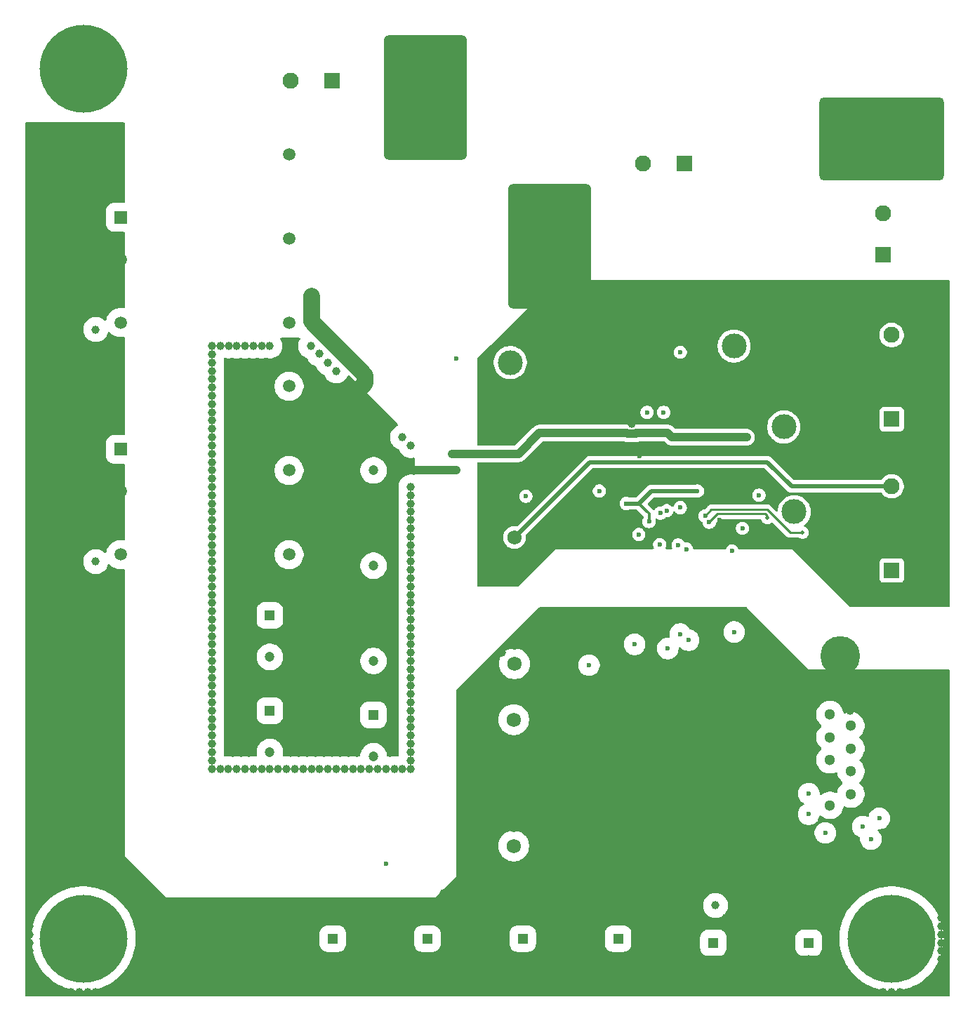
<source format=gbr>
%TF.GenerationSoftware,KiCad,Pcbnew,9.0.0*%
%TF.CreationDate,2025-04-28T14:21:00-07:00*%
%TF.ProjectId,GateDriver,47617465-4472-4697-9665-722e6b696361,rev?*%
%TF.SameCoordinates,Original*%
%TF.FileFunction,Copper,L2,Inr*%
%TF.FilePolarity,Positive*%
%FSLAX46Y46*%
G04 Gerber Fmt 4.6, Leading zero omitted, Abs format (unit mm)*
G04 Created by KiCad (PCBNEW 9.0.0) date 2025-04-28 14:21:00*
%MOMM*%
%LPD*%
G01*
G04 APERTURE LIST*
G04 Aperture macros list*
%AMRoundRect*
0 Rectangle with rounded corners*
0 $1 Rounding radius*
0 $2 $3 $4 $5 $6 $7 $8 $9 X,Y pos of 4 corners*
0 Add a 4 corners polygon primitive as box body*
4,1,4,$2,$3,$4,$5,$6,$7,$8,$9,$2,$3,0*
0 Add four circle primitives for the rounded corners*
1,1,$1+$1,$2,$3*
1,1,$1+$1,$4,$5*
1,1,$1+$1,$6,$7*
1,1,$1+$1,$8,$9*
0 Add four rect primitives between the rounded corners*
20,1,$1+$1,$2,$3,$4,$5,0*
20,1,$1+$1,$4,$5,$6,$7,0*
20,1,$1+$1,$6,$7,$8,$9,0*
20,1,$1+$1,$8,$9,$2,$3,0*%
G04 Aperture macros list end*
%TA.AperFunction,ComponentPad*%
%ADD10C,10.600000*%
%TD*%
%TA.AperFunction,ComponentPad*%
%ADD11RoundRect,0.500000X4.500000X7.000000X-4.500000X7.000000X-4.500000X-7.000000X4.500000X-7.000000X0*%
%TD*%
%TA.AperFunction,ComponentPad*%
%ADD12RoundRect,0.500000X7.000000X-4.500000X7.000000X4.500000X-7.000000X4.500000X-7.000000X-4.500000X0*%
%TD*%
%TA.AperFunction,ComponentPad*%
%ADD13R,1.950000X1.950000*%
%TD*%
%TA.AperFunction,ComponentPad*%
%ADD14C,1.950000*%
%TD*%
%TA.AperFunction,ComponentPad*%
%ADD15C,3.000000*%
%TD*%
%TA.AperFunction,ComponentPad*%
%ADD16R,1.200000X1.200000*%
%TD*%
%TA.AperFunction,ComponentPad*%
%ADD17C,1.200000*%
%TD*%
%TA.AperFunction,ComponentPad*%
%ADD18C,1.725000*%
%TD*%
%TA.AperFunction,ComponentPad*%
%ADD19C,1.300000*%
%TD*%
%TA.AperFunction,ComponentPad*%
%ADD20C,4.800000*%
%TD*%
%TA.AperFunction,ComponentPad*%
%ADD21R,1.500000X1.500000*%
%TD*%
%TA.AperFunction,ComponentPad*%
%ADD22C,1.500000*%
%TD*%
%TA.AperFunction,ViaPad*%
%ADD23C,1.000000*%
%TD*%
%TA.AperFunction,ViaPad*%
%ADD24C,0.600000*%
%TD*%
%TA.AperFunction,ViaPad*%
%ADD25C,0.500000*%
%TD*%
%TA.AperFunction,Conductor*%
%ADD26C,2.000000*%
%TD*%
%TA.AperFunction,Conductor*%
%ADD27C,1.000000*%
%TD*%
%TA.AperFunction,Conductor*%
%ADD28C,0.500000*%
%TD*%
%TA.AperFunction,Conductor*%
%ADD29C,0.350000*%
%TD*%
%TA.AperFunction,Conductor*%
%ADD30C,0.250000*%
%TD*%
G04 APERTURE END LIST*
D10*
%TO.N,N/C*%
%TO.C,H4*%
X82500000Y-152500000D03*
%TD*%
D11*
%TO.N,IGBT_COLLECTOR*%
%TO.C,Q1*%
X123750000Y-51000000D03*
%TO.N,IGBT_EMITTER*%
X138750000Y-69000000D03*
D12*
%TO.N,IGBT_GATE*%
X178750000Y-56000000D03*
%TD*%
D10*
%TO.N,N/C*%
%TO.C,H6*%
X82500000Y-47500000D03*
%TD*%
D13*
%TO.N,ANALOG_INPUT_1*%
%TO.C,J1*%
X180000000Y-108080000D03*
D14*
%TO.N,IGBT_EMITTER*%
X180000000Y-103000000D03*
%TO.N,+5VP*%
X180000000Y-97920000D03*
%TD*%
D13*
%TO.N,IGBT_GATE*%
%TO.C,J5*%
X179000000Y-70000000D03*
D14*
X179000000Y-65000000D03*
%TD*%
D13*
%TO.N,IGBT_EMITTER*%
%TO.C,J6*%
X155000000Y-59000000D03*
D14*
X150000000Y-59000000D03*
%TD*%
D10*
%TO.N,N/C*%
%TO.C,H5*%
X180000000Y-152500000D03*
%TD*%
D15*
%TO.N,ANALOG_SENSE_2*%
%TO.C,TP5*%
X167000000Y-90750000D03*
%TD*%
%TO.N,IGBT_GATE*%
%TO.C,TP7*%
X161000000Y-81000000D03*
%TD*%
%TO.N,Net-(D9-K)*%
%TO.C,TP8*%
X134000000Y-83000000D03*
%TD*%
%TO.N,ANALOG_SENSE_1*%
%TO.C,TP6*%
X168250000Y-101000000D03*
%TD*%
%TO.N,IGBT_EMITTER*%
%TO.C,TP3*%
X140500000Y-104000000D03*
%TD*%
D13*
%TO.N,ANALOG_INPUT_2*%
%TO.C,J3*%
X180000000Y-89830000D03*
D14*
%TO.N,IGBT_EMITTER*%
X180000000Y-84750000D03*
%TO.N,+5VP*%
X180000000Y-79670000D03*
%TD*%
D13*
%TO.N,IGBT_COLLECTOR*%
%TO.C,J7*%
X112500000Y-49000000D03*
D14*
X107500000Y-49000000D03*
%TD*%
D16*
%TO.N,+12V*%
%TO.C,C39*%
X158500000Y-153000000D03*
D17*
%TO.N,GND*%
X153500000Y-153000000D03*
%TD*%
D16*
%TO.N,IGBT_EMITTER*%
%TO.C,C56*%
X105000000Y-113500000D03*
D17*
%TO.N,ISO_GATE_DRIVE_-9V*%
X105000000Y-118500000D03*
%TD*%
D16*
%TO.N,ISO_GATE_DRIVE_+15V*%
%TO.C,C42*%
X117500000Y-91000000D03*
D17*
%TO.N,IGBT_EMITTER*%
X117500000Y-96000000D03*
%TD*%
D18*
%TO.N,+5V*%
%TO.C,PS4*%
X134500000Y-119325000D03*
%TO.N,GND*%
X134500000Y-116785000D03*
%TO.N,IGBT_EMITTER*%
X134500000Y-109165000D03*
%TO.N,+5VP*%
X134500000Y-104085000D03*
%TD*%
D16*
%TO.N,+12V*%
%TO.C,C38*%
X170000000Y-153000000D03*
D17*
%TO.N,GND*%
X165000000Y-153000000D03*
%TD*%
D16*
%TO.N,ISO_GATE_DRIVE_+15V*%
%TO.C,C41*%
X117500000Y-114000000D03*
D17*
%TO.N,IGBT_EMITTER*%
X117500000Y-119000000D03*
%TD*%
D19*
%TO.N,+12V*%
%TO.C,J4*%
X172559610Y-136418500D03*
%TO.N,GND*%
X172559610Y-133678500D03*
%TO.N,GATE_DRIVE+*%
X172559610Y-130938500D03*
%TO.N,GATE_DRIVE-*%
X172559610Y-128198500D03*
%TO.N,FAULT*%
X172559610Y-125458500D03*
%TO.N,SDI*%
X175099610Y-135048500D03*
%TO.N,SDO*%
X175099610Y-132308500D03*
%TO.N,SPI_CLK*%
X175099610Y-129568500D03*
%TO.N,SPI_CS*%
X175099610Y-126828500D03*
D20*
%TO.N,GND*%
X173829610Y-143438500D03*
X173829610Y-118438500D03*
%TD*%
D16*
%TO.N,IGBT_EMITTER*%
%TO.C,C55*%
X117500000Y-125500000D03*
D17*
%TO.N,ISO_GATE_DRIVE_-9V*%
X117500000Y-130500000D03*
%TD*%
D16*
%TO.N,+12V*%
%TO.C,C37*%
X147000000Y-152500000D03*
D17*
%TO.N,GND*%
X142000000Y-152500000D03*
%TD*%
D16*
%TO.N,+12V*%
%TO.C,C47*%
X124000000Y-152500000D03*
D17*
%TO.N,GND*%
X119000000Y-152500000D03*
%TD*%
D16*
%TO.N,+12V*%
%TO.C,C48*%
X135500000Y-152500000D03*
D17*
%TO.N,GND*%
X130500000Y-152500000D03*
%TD*%
D21*
%TO.N,+12V*%
%TO.C,PS2*%
X87000000Y-65460000D03*
D22*
%TO.N,GND*%
X87000000Y-70540000D03*
%TO.N,unconnected-(PS2-CTRL-Pad3)*%
X87000000Y-78160000D03*
%TO.N,IGBT_EMITTER*%
X107320000Y-78160000D03*
%TO.N,unconnected-(PS2-TRIM-Pad5)*%
X107320000Y-68000000D03*
%TO.N,ISO_GATE_DRIVE_+15V*%
X107320000Y-57840000D03*
%TD*%
D16*
%TO.N,+12V*%
%TO.C,C46*%
X112600000Y-152500000D03*
D17*
%TO.N,GND*%
X107600000Y-152500000D03*
%TD*%
D16*
%TO.N,IGBT_EMITTER*%
%TO.C,C57*%
X105000000Y-125000000D03*
D17*
%TO.N,ISO_GATE_DRIVE_-9V*%
X105000000Y-130000000D03*
%TD*%
D18*
%TO.N,+12V*%
%TO.C,PS1*%
X134415000Y-141325000D03*
%TO.N,GND*%
X134415000Y-138785000D03*
X134415000Y-131165000D03*
%TO.N,+5V*%
X134415000Y-126085000D03*
%TD*%
D16*
%TO.N,ISO_GATE_DRIVE_+15V*%
%TO.C,C40*%
X117500000Y-102500000D03*
D17*
%TO.N,IGBT_EMITTER*%
X117500000Y-107500000D03*
%TD*%
D21*
%TO.N,+12V*%
%TO.C,PS3*%
X87000000Y-93460000D03*
D22*
%TO.N,GND*%
X87000000Y-98540000D03*
%TO.N,unconnected-(PS3-CTRL-Pad3)*%
X87000000Y-106160000D03*
%TO.N,ISO_GATE_DRIVE_-9V*%
X107320000Y-106160000D03*
%TO.N,unconnected-(PS3-TRIM-Pad5)*%
X107320000Y-96000000D03*
%TO.N,IGBT_EMITTER*%
X107320000Y-85840000D03*
%TD*%
D23*
%TO.N,GND*%
X114000000Y-159000000D03*
X186000000Y-150000000D03*
X76000000Y-70000000D03*
X142000000Y-127000000D03*
X115000000Y-159000000D03*
X180000000Y-159000000D03*
X76000000Y-60000000D03*
X180000000Y-130000000D03*
X126000000Y-147000000D03*
X181000000Y-159000000D03*
X167000000Y-118000000D03*
X76000000Y-77000000D03*
X186000000Y-154000000D03*
X91000000Y-159000000D03*
X135000000Y-159000000D03*
X186000000Y-147000000D03*
X130000000Y-121000000D03*
X165000000Y-159000000D03*
X143000000Y-113000000D03*
X146000000Y-159000000D03*
X76000000Y-142000000D03*
X137000000Y-159000000D03*
X90000000Y-159000000D03*
X175000000Y-159000000D03*
X186000000Y-135000000D03*
X137000000Y-114000000D03*
X148000000Y-126500000D03*
X153000000Y-132000000D03*
X135000000Y-145000000D03*
X125000000Y-148000000D03*
X124000000Y-159000000D03*
X165000000Y-155000000D03*
X87000000Y-142000000D03*
X169000000Y-127000000D03*
X76000000Y-99000000D03*
X170000000Y-145000000D03*
X76000000Y-97000000D03*
X177000000Y-121000000D03*
X130000000Y-135000000D03*
X109000000Y-148000000D03*
X150000000Y-150000000D03*
X162000000Y-113000000D03*
X87000000Y-138000000D03*
X76000000Y-138000000D03*
X88000000Y-144000000D03*
X186000000Y-156000000D03*
X76000000Y-134000000D03*
X104000000Y-159000000D03*
X144000000Y-159000000D03*
X76000000Y-143000000D03*
X107000000Y-148000000D03*
X76000000Y-64000000D03*
X76000000Y-151000000D03*
X145000000Y-150000000D03*
X87000000Y-124000000D03*
X89000000Y-159000000D03*
X168000000Y-159000000D03*
X164000000Y-159000000D03*
X87000000Y-125000000D03*
X76000000Y-147000000D03*
X76000000Y-121000000D03*
X76000000Y-90000000D03*
X78000000Y-159000000D03*
X76000000Y-119000000D03*
X87000000Y-119000000D03*
X135000000Y-155000000D03*
X78000000Y-55000000D03*
X98000000Y-148000000D03*
X162000000Y-159000000D03*
X117000000Y-148000000D03*
X139000000Y-113000000D03*
X150000000Y-155000000D03*
X85000000Y-115000000D03*
X91000000Y-147000000D03*
X138000000Y-113000000D03*
X166000000Y-117000000D03*
X164000000Y-115000000D03*
X76000000Y-136000000D03*
X149000000Y-159000000D03*
X76000000Y-117000000D03*
X87000000Y-141000000D03*
X76000000Y-156000000D03*
X80000000Y-55000000D03*
X87000000Y-143000000D03*
X76000000Y-154000000D03*
X175000000Y-121000000D03*
X102000000Y-148000000D03*
X155000000Y-159000000D03*
X175000000Y-125000000D03*
X142000000Y-132000000D03*
X171000000Y-121000000D03*
X80000000Y-120000000D03*
X168500000Y-122500000D03*
X185000000Y-159000000D03*
X76000000Y-84000000D03*
X145000000Y-145000000D03*
X138000000Y-159000000D03*
X87000000Y-113000000D03*
X85000000Y-159000000D03*
X165000000Y-135000000D03*
X100000000Y-148000000D03*
X87000000Y-137000000D03*
X76000000Y-116000000D03*
X157000000Y-159000000D03*
X96000000Y-159000000D03*
X130000000Y-155000000D03*
X147000000Y-113000000D03*
X76000000Y-100000000D03*
X76000000Y-76000000D03*
X186000000Y-128000000D03*
X177000000Y-159000000D03*
X76000000Y-58000000D03*
X76000000Y-125000000D03*
X159000000Y-159000000D03*
X95000000Y-159000000D03*
X87000000Y-135000000D03*
X76000000Y-88000000D03*
X100000000Y-150000000D03*
X76000000Y-111000000D03*
X80000000Y-115000000D03*
X85000000Y-55000000D03*
X76000000Y-75000000D03*
X159000000Y-122500000D03*
X173000000Y-159000000D03*
X89000000Y-145000000D03*
X186000000Y-157000000D03*
X173000000Y-121000000D03*
X76000000Y-124000000D03*
X97000000Y-148000000D03*
X125000000Y-155000000D03*
X126000000Y-159000000D03*
X87000000Y-134000000D03*
X120000000Y-155000000D03*
X104000000Y-148000000D03*
X76000000Y-135000000D03*
X128000000Y-130000000D03*
X153000000Y-159000000D03*
X103000000Y-148000000D03*
X80000000Y-145000000D03*
X76000000Y-98000000D03*
X87000000Y-140000000D03*
X76000000Y-130000000D03*
X76000000Y-83000000D03*
X95000000Y-155000000D03*
X76000000Y-115000000D03*
X76000000Y-95000000D03*
X98000000Y-159000000D03*
X76000000Y-129000000D03*
X140000000Y-113000000D03*
X133000000Y-159000000D03*
X186000000Y-127000000D03*
X76000000Y-66000000D03*
X76000000Y-74000000D03*
X128000000Y-137000000D03*
X76000000Y-82000000D03*
X125000000Y-159000000D03*
X76000000Y-61000000D03*
X186000000Y-152000000D03*
X186000000Y-151000000D03*
X180000000Y-125000000D03*
X76000000Y-140000000D03*
X76000000Y-146000000D03*
X147000000Y-123000000D03*
X159000000Y-132000000D03*
X186000000Y-132000000D03*
X76000000Y-65000000D03*
X142000000Y-141000000D03*
X135000000Y-150000000D03*
X159000000Y-127000000D03*
X87000000Y-116000000D03*
X160000000Y-159000000D03*
X113000000Y-159000000D03*
X76000000Y-120000000D03*
X80000000Y-140000000D03*
X114516841Y-155027771D03*
X76000000Y-139000000D03*
X81000000Y-55000000D03*
X83000000Y-55000000D03*
X97000000Y-159000000D03*
X186000000Y-142000000D03*
X83000000Y-159000000D03*
X155000000Y-118500000D03*
X100000000Y-155000000D03*
X150000000Y-159000000D03*
X76000000Y-104000000D03*
X131000000Y-159000000D03*
X77000000Y-159000000D03*
X180000000Y-145000000D03*
X130000000Y-159000000D03*
X99000000Y-148000000D03*
X128000000Y-138000000D03*
X122000000Y-148000000D03*
X185000000Y-121000000D03*
X76000000Y-89000000D03*
X178000000Y-121000000D03*
X76000000Y-92000000D03*
X186000000Y-137000000D03*
X119000000Y-159000000D03*
X141000000Y-123000000D03*
X140000000Y-159000000D03*
X165000000Y-138000000D03*
X76000000Y-107000000D03*
X136000000Y-115000000D03*
X106000000Y-148000000D03*
X76000000Y-128000000D03*
X186000000Y-121000000D03*
X76000000Y-113000000D03*
X76000000Y-159000000D03*
X82000000Y-159000000D03*
X128000000Y-159000000D03*
X115000000Y-150000000D03*
X76000000Y-158000000D03*
X178000000Y-159000000D03*
X160000000Y-155000000D03*
X76000000Y-87000000D03*
X87000000Y-118000000D03*
X76000000Y-85000000D03*
X76000000Y-101000000D03*
X77000000Y-55000000D03*
X186000000Y-131000000D03*
X76000000Y-96000000D03*
X153000000Y-127000000D03*
X129000000Y-122000000D03*
X121000000Y-148000000D03*
X87000000Y-114000000D03*
X85000000Y-140000000D03*
X76000000Y-126000000D03*
X134000000Y-159000000D03*
X76000000Y-127000000D03*
X148036104Y-139993278D03*
X76000000Y-110000000D03*
X148000000Y-132000000D03*
X174000000Y-159000000D03*
X100000000Y-159000000D03*
X128000000Y-139000000D03*
X87000000Y-55000000D03*
X94000000Y-148000000D03*
X110000000Y-159000000D03*
X166000000Y-159000000D03*
X76000000Y-79000000D03*
X163000000Y-159000000D03*
X116000000Y-159000000D03*
X160000000Y-145000000D03*
X186000000Y-133000000D03*
X76000000Y-118000000D03*
X186000000Y-122000000D03*
X148000000Y-159000000D03*
X140000000Y-150000000D03*
X80000000Y-159000000D03*
X87000000Y-129000000D03*
X86000000Y-55000000D03*
X76000000Y-63000000D03*
X76000000Y-157000000D03*
X128000000Y-136000000D03*
X129000000Y-159000000D03*
X76000000Y-123000000D03*
X186000000Y-123000000D03*
X76000000Y-55000000D03*
X186000000Y-136000000D03*
X76000000Y-56000000D03*
X105000000Y-148000000D03*
X76000000Y-59000000D03*
X99000000Y-159000000D03*
X169000000Y-120000000D03*
X151000000Y-159000000D03*
X106000000Y-159000000D03*
X76000000Y-150000000D03*
X144000000Y-113000000D03*
X186000000Y-140000000D03*
X169000000Y-131000000D03*
X95000000Y-150000000D03*
X186000000Y-143000000D03*
X158000000Y-139000000D03*
X182000000Y-121000000D03*
X85000000Y-135000000D03*
X117000000Y-159000000D03*
X81000000Y-159000000D03*
X155000000Y-145000000D03*
X76000000Y-155000000D03*
X87000000Y-136000000D03*
X186000000Y-130000000D03*
X184000000Y-159000000D03*
X79000000Y-159000000D03*
X105000000Y-150000000D03*
X186000000Y-159000000D03*
X76000000Y-62000000D03*
X141000000Y-113000000D03*
X123000000Y-159000000D03*
X108000000Y-148000000D03*
X125014710Y-149946611D03*
X76000000Y-109000000D03*
X76000000Y-112000000D03*
X146000000Y-113000000D03*
X135000000Y-135000000D03*
X143000000Y-159000000D03*
X82000000Y-55000000D03*
X158000000Y-159000000D03*
X76000000Y-103000000D03*
X186000000Y-149000000D03*
X102000000Y-159000000D03*
X186000000Y-126000000D03*
X186000000Y-155000000D03*
X76000000Y-73000000D03*
X123000000Y-148000000D03*
X147000000Y-159000000D03*
X174000000Y-121000000D03*
X141000000Y-159000000D03*
X186000000Y-125000000D03*
X80000000Y-130000000D03*
X145000000Y-113000000D03*
X111000000Y-159000000D03*
X76000000Y-102000000D03*
X90000000Y-155000000D03*
X94000000Y-159000000D03*
X139000000Y-159000000D03*
X76000000Y-152000000D03*
X122000000Y-159000000D03*
X148000000Y-113000000D03*
X76000000Y-94000000D03*
X142000000Y-113000000D03*
X181000000Y-121000000D03*
X186000000Y-148000000D03*
X76000000Y-86000000D03*
X87000000Y-159000000D03*
X112000000Y-148000000D03*
X186000000Y-141000000D03*
X128000000Y-126000000D03*
X118000000Y-159000000D03*
X76000000Y-57000000D03*
X142000000Y-159000000D03*
X84000000Y-55000000D03*
X170000000Y-155000000D03*
X140000000Y-145000000D03*
X86000000Y-159000000D03*
X76000000Y-133000000D03*
X101000000Y-159000000D03*
X76000000Y-131000000D03*
X172000000Y-159000000D03*
X79000000Y-55000000D03*
X93000000Y-159000000D03*
X183000000Y-159000000D03*
X76000000Y-148000000D03*
X154000000Y-159000000D03*
X186000000Y-144000000D03*
X76000000Y-78000000D03*
X186000000Y-134000000D03*
X114000000Y-148000000D03*
X76000000Y-69000000D03*
X76000000Y-67000000D03*
X176000000Y-121000000D03*
X90000000Y-146000000D03*
X164000000Y-127000000D03*
X167000000Y-159000000D03*
X128000000Y-131000000D03*
X92000000Y-159000000D03*
X76000000Y-122000000D03*
X76000000Y-153000000D03*
X111000000Y-148000000D03*
X165000000Y-150000000D03*
X176000000Y-159000000D03*
X76000000Y-80000000D03*
X161000000Y-159000000D03*
X76000000Y-91000000D03*
X115000000Y-148000000D03*
X180000000Y-140000000D03*
X186000000Y-138000000D03*
X164000000Y-122500000D03*
X169000000Y-159000000D03*
X182000000Y-159000000D03*
X80000000Y-125000000D03*
X171000000Y-159000000D03*
X96000000Y-148000000D03*
X136000000Y-159000000D03*
X76000000Y-137000000D03*
X87000000Y-130000000D03*
X139995536Y-155057522D03*
X84000000Y-159000000D03*
X76000000Y-106000000D03*
X95000000Y-148000000D03*
X180000000Y-121000000D03*
X186000000Y-145000000D03*
X87000000Y-117000000D03*
X76000000Y-105000000D03*
X120000000Y-159000000D03*
X76000000Y-132000000D03*
X133000000Y-118000000D03*
X179000000Y-121000000D03*
X76000000Y-81000000D03*
X76000000Y-145000000D03*
X108000000Y-159000000D03*
X164000000Y-132000000D03*
X105000000Y-159000000D03*
X184000000Y-121000000D03*
X128000000Y-135000000D03*
X165000000Y-116000000D03*
X88000000Y-159000000D03*
X76000000Y-68000000D03*
X127000000Y-159000000D03*
X186000000Y-146000000D03*
X153000000Y-140000000D03*
X103000000Y-159000000D03*
X186000000Y-139000000D03*
X109000000Y-159000000D03*
X186000000Y-153000000D03*
X145000000Y-155000000D03*
X168000000Y-119000000D03*
X132000000Y-119000000D03*
X101000000Y-148000000D03*
X76000000Y-141000000D03*
X76000000Y-144000000D03*
X87000000Y-120000000D03*
X131000000Y-120000000D03*
X186000000Y-129000000D03*
X155000000Y-155000000D03*
X107000000Y-159000000D03*
X76000000Y-71000000D03*
X105000000Y-155000000D03*
X180000000Y-135000000D03*
X93000000Y-148000000D03*
X150000000Y-145000000D03*
X116000000Y-148000000D03*
X179000000Y-159000000D03*
X152000000Y-159000000D03*
X130000000Y-150000000D03*
X163000000Y-114000000D03*
X110000000Y-148000000D03*
X76000000Y-114000000D03*
X186000000Y-124000000D03*
X170000000Y-159000000D03*
X145000000Y-159000000D03*
X132000000Y-159000000D03*
X76000000Y-93000000D03*
X172000000Y-121000000D03*
X170000000Y-150000000D03*
X121000000Y-159000000D03*
X156000000Y-159000000D03*
X170000000Y-121000000D03*
X76000000Y-149000000D03*
X76000000Y-108000000D03*
X160000000Y-150000000D03*
X183000000Y-121000000D03*
X87000000Y-115000000D03*
X113000000Y-148000000D03*
X87000000Y-139000000D03*
X76000000Y-72000000D03*
X155000000Y-150000000D03*
X186000000Y-158000000D03*
X124000000Y-148000000D03*
X112000000Y-159000000D03*
D24*
%TO.N,+5V*%
X149000000Y-117000000D03*
X155500000Y-116500000D03*
X143500000Y-119500000D03*
%TO.N,ISO_GATE_DRIVE_+15V*%
X150725000Y-102179593D03*
D23*
X110000000Y-75000000D03*
D24*
X148000000Y-100000000D03*
D23*
X127500000Y-96000000D03*
D24*
X156562500Y-98500000D03*
D23*
%TO.N,IGBT_EMITTER*%
X177500000Y-110000000D03*
X98000000Y-108000000D03*
X131000000Y-98000000D03*
X98000000Y-110000000D03*
X112000000Y-83000000D03*
X108000000Y-132000000D03*
X105000000Y-132000000D03*
X98000000Y-129000000D03*
X116000000Y-132000000D03*
X122000000Y-115000000D03*
X98000000Y-101000000D03*
X168000000Y-80000000D03*
X122000000Y-129000000D03*
X98000000Y-100000000D03*
X122000000Y-119000000D03*
X102000000Y-132000000D03*
X98000000Y-88000000D03*
X98000000Y-116000000D03*
X131000000Y-91000000D03*
X98000000Y-125000000D03*
X122000000Y-109000000D03*
X98000000Y-113000000D03*
D24*
X159500000Y-97000000D03*
D23*
X142500000Y-100000000D03*
X109922147Y-81000000D03*
X122000000Y-104000000D03*
X98000000Y-81000000D03*
X103000000Y-81000000D03*
X101000000Y-81000000D03*
X122000000Y-121000000D03*
X165000000Y-92500000D03*
X100019787Y-80977259D03*
X98000000Y-106000000D03*
X122000000Y-102000000D03*
D24*
X159250000Y-102000000D03*
D23*
X104000000Y-132000000D03*
X103000000Y-132000000D03*
X98000000Y-119000000D03*
X134000000Y-92000000D03*
X118000000Y-132000000D03*
X172500000Y-75000000D03*
D24*
X148500000Y-102500000D03*
D23*
X98000000Y-127000000D03*
X98000000Y-92000000D03*
X174000000Y-86000000D03*
D24*
X155500000Y-90000000D03*
D23*
X109000000Y-132000000D03*
D24*
X156750000Y-105250000D03*
D23*
X121000000Y-92000000D03*
X132500000Y-100000000D03*
D25*
X171500000Y-105500000D03*
D23*
X98000000Y-124000000D03*
X98000000Y-98000000D03*
X122000000Y-124000000D03*
X175000000Y-80000000D03*
X98000000Y-109000000D03*
X111000000Y-132000000D03*
X98000000Y-126000000D03*
X98000000Y-114000000D03*
X98000000Y-121000000D03*
X122000000Y-108000000D03*
X98000000Y-82000000D03*
X136000000Y-79000000D03*
X119000000Y-132000000D03*
X98000000Y-122000000D03*
X98000000Y-111000000D03*
X122000000Y-130000000D03*
X147500000Y-75000000D03*
X98000000Y-97000000D03*
X122000000Y-122000000D03*
X98000000Y-131000000D03*
X142500000Y-85000000D03*
X122000000Y-101000000D03*
X122000000Y-116000000D03*
X110943149Y-81951043D03*
X98000000Y-95000000D03*
X98000000Y-96000000D03*
X120000000Y-132000000D03*
X140000000Y-95000000D03*
X163029068Y-89997334D03*
X98000000Y-87000000D03*
X98000000Y-123000000D03*
X98000000Y-91000000D03*
X98000000Y-117000000D03*
X106000000Y-132000000D03*
X185000000Y-102500000D03*
X122000000Y-100000000D03*
X122000000Y-93000000D03*
X105001507Y-80988818D03*
X98000000Y-90000000D03*
X98000000Y-118000000D03*
X160000000Y-90000000D03*
X98000000Y-85000000D03*
X122000000Y-98000000D03*
X182500000Y-95000000D03*
X122000000Y-105000000D03*
X113000000Y-132000000D03*
X157500000Y-75000000D03*
X98000000Y-89000000D03*
X170000000Y-85000000D03*
X145000000Y-80000000D03*
X122000000Y-111000000D03*
X98000000Y-93000000D03*
X122000000Y-127000000D03*
X122000000Y-99000000D03*
X98000000Y-107000000D03*
X98000000Y-112000000D03*
X122000000Y-118000000D03*
X122000000Y-126000000D03*
X122000000Y-125000000D03*
X148618719Y-90381281D03*
X122000000Y-131000000D03*
X122000000Y-120000000D03*
X145000000Y-105000000D03*
X185000000Y-110000000D03*
X122000000Y-103000000D03*
D24*
X149562500Y-94250000D03*
D23*
X98000000Y-99000000D03*
X122000000Y-113000000D03*
X122000000Y-128000000D03*
X98000000Y-105000000D03*
X117000000Y-132000000D03*
X98000000Y-102000000D03*
X107000000Y-132000000D03*
X122000000Y-117000000D03*
X98000000Y-120000000D03*
X114000000Y-132000000D03*
X122000000Y-114000000D03*
X185000000Y-80000000D03*
X112000000Y-132000000D03*
X122000000Y-112000000D03*
D25*
X176250000Y-103000000D03*
D23*
X122000000Y-106000000D03*
X102000000Y-81000000D03*
X122000000Y-107000000D03*
X101000000Y-132000000D03*
X152500000Y-75000000D03*
X147500000Y-87500000D03*
X98000000Y-132000000D03*
X99000000Y-81000000D03*
X113000000Y-84000000D03*
X98000000Y-86000000D03*
D24*
X155250000Y-99500000D03*
D23*
X162500000Y-85000000D03*
X98000000Y-94000000D03*
X98000000Y-130000000D03*
X98000000Y-104000000D03*
X167500000Y-75000000D03*
X98000000Y-115000000D03*
X98000000Y-103000000D03*
X104000000Y-81000000D03*
X142000000Y-90000000D03*
X100000000Y-132000000D03*
X157500000Y-90000000D03*
X99000000Y-132000000D03*
X121000000Y-132000000D03*
X122000000Y-110000000D03*
X110000000Y-132000000D03*
X131000000Y-106000000D03*
X115000000Y-132000000D03*
X122000000Y-123000000D03*
X122000000Y-132000000D03*
X98000000Y-84000000D03*
X98000000Y-83000000D03*
X98000000Y-128000000D03*
D24*
%TO.N,+12V*%
X119000000Y-143500000D03*
D23*
X158750000Y-148500000D03*
X84000000Y-107000000D03*
X84000000Y-79000000D03*
D24*
%TO.N,ISO_GATE_DRIVE_-9V*%
X164000000Y-99000000D03*
D23*
X127000000Y-94000000D03*
X153500000Y-92000000D03*
X162500000Y-92000000D03*
D24*
X162000000Y-103000000D03*
%TO.N,Net-(U1-VREG1)*%
X161000000Y-115500000D03*
%TO.N,Net-(U1-VREG2)*%
X160750000Y-105750000D03*
%TO.N,Net-(U1-VBST)*%
X152023479Y-104956655D03*
D25*
%TO.N,ANALOG_SENSE_1*%
X169250000Y-103500000D03*
D24*
X157500000Y-101500000D03*
%TO.N,IGBT_GATE*%
X154250000Y-105000000D03*
X154500000Y-100500000D03*
X154500000Y-81750000D03*
D25*
%TO.N,ANALOG_SENSE_2*%
X165000000Y-101750000D03*
D24*
X158000000Y-102250000D03*
%TO.N,Net-(U1-VREF)*%
X155250000Y-105500000D03*
%TO.N,Net-(D9-K)*%
X149500000Y-103750000D03*
X135875000Y-99125000D03*
%TO.N,SPI_CS*%
X178500000Y-138000000D03*
%TO.N,SPI_CLK*%
X176500000Y-139000000D03*
%TO.N,GATE_DRIVE+*%
X172000000Y-139750000D03*
%TO.N,SDI*%
X170000000Y-137500000D03*
X170000000Y-135000000D03*
%TO.N,GATE_DRIVE-*%
X177500000Y-140500000D03*
%TO.N,Net-(D13-A)*%
X127500000Y-82500000D03*
X144750000Y-98500000D03*
%TO.N,Net-(U1-nFLT1)*%
X153000000Y-117500000D03*
%TO.N,Net-(U1-nFLT2_DOUT)*%
X154500000Y-115750000D03*
%TO.N,Net-(U1-OUTH)*%
X152094669Y-101155331D03*
X150500000Y-89000000D03*
%TO.N,Net-(U1-OUTL)*%
X152875000Y-100875000D03*
X152500000Y-89000000D03*
%TD*%
D26*
%TO.N,ISO_GATE_DRIVE_+15V*%
X116500000Y-85500000D02*
X114000000Y-88000000D01*
D27*
X127500000Y-96000000D02*
X121000000Y-96000000D01*
D26*
X110000000Y-78000000D02*
X110000000Y-75000000D01*
D28*
X149500000Y-100000000D02*
X151000000Y-98500000D01*
D27*
X117500000Y-92500000D02*
X117500000Y-91000000D01*
D26*
X116500000Y-84500000D02*
X110000000Y-78000000D01*
X116500000Y-85500000D02*
X116500000Y-84500000D01*
X114000000Y-88000000D02*
X113000000Y-88000000D01*
D29*
X150725000Y-101225000D02*
X149500000Y-100000000D01*
D28*
X148000000Y-100000000D02*
X149500000Y-100000000D01*
D27*
X121000000Y-96000000D02*
X117500000Y-92500000D01*
D28*
X151000000Y-98500000D02*
X156562500Y-98500000D01*
D29*
X150725000Y-102179593D02*
X150725000Y-101225000D01*
D27*
%TO.N,ISO_GATE_DRIVE_-9V*%
X153000000Y-91500000D02*
X149198471Y-91500000D01*
X148038967Y-91500000D02*
X137500000Y-91500000D01*
X153500000Y-92000000D02*
X153000000Y-91500000D01*
X149198471Y-91500000D02*
X149116190Y-91582281D01*
X135000000Y-94000000D02*
X127000000Y-94000000D01*
X149116190Y-91582281D02*
X148121248Y-91582281D01*
X137500000Y-91500000D02*
X135000000Y-94000000D01*
X153500000Y-92000000D02*
X162500000Y-92000000D01*
X148121248Y-91582281D02*
X148038967Y-91500000D01*
D30*
%TO.N,ANALOG_SENSE_1*%
X159714528Y-100750000D02*
X158250000Y-100750000D01*
X158250000Y-100750000D02*
X157500000Y-101500000D01*
X165000000Y-100750000D02*
X167750000Y-103500000D01*
X163250000Y-100750000D02*
X165000000Y-100750000D01*
X159714528Y-100750000D02*
X163250000Y-100750000D01*
X167750000Y-103500000D02*
X169250000Y-103500000D01*
%TO.N,ANALOG_SENSE_2*%
X159000000Y-101250000D02*
X158000000Y-102250000D01*
X165000000Y-101500000D02*
X164750000Y-101250000D01*
X165000000Y-101750000D02*
X165000000Y-101500000D01*
X164750000Y-101250000D02*
X159000000Y-101250000D01*
D28*
%TO.N,+5VP*%
X180000000Y-97920000D02*
X167920000Y-97920000D01*
X165000000Y-95000000D02*
X143585000Y-95000000D01*
X167920000Y-97920000D02*
X165000000Y-95000000D01*
X143585000Y-95000000D02*
X134500000Y-104085000D01*
%TD*%
%TA.AperFunction,Conductor*%
%TO.N,ISO_GATE_DRIVE_+15V*%
G36*
X108617645Y-80019685D02*
G01*
X108663400Y-80072489D01*
X108673344Y-80141647D01*
X108650923Y-80196887D01*
X108638804Y-80213565D01*
X108531580Y-80424003D01*
X108458593Y-80648631D01*
X108421647Y-80881902D01*
X108421647Y-81118097D01*
X108458593Y-81351368D01*
X108531580Y-81575996D01*
X108603251Y-81716657D01*
X108638804Y-81786433D01*
X108777630Y-81977510D01*
X108944637Y-82144517D01*
X109135714Y-82283343D01*
X109346155Y-82390568D01*
X109467284Y-82429925D01*
X109524957Y-82469361D01*
X109546894Y-82509533D01*
X109552582Y-82527038D01*
X109594564Y-82609432D01*
X109659806Y-82737476D01*
X109798632Y-82928553D01*
X109965639Y-83095560D01*
X110156716Y-83234386D01*
X110259931Y-83286976D01*
X110367156Y-83341611D01*
X110367159Y-83341612D01*
X110492795Y-83382433D01*
X110550470Y-83421870D01*
X110572408Y-83462045D01*
X110609433Y-83575996D01*
X110646446Y-83648637D01*
X110716657Y-83786433D01*
X110855483Y-83977510D01*
X111022490Y-84144517D01*
X111213567Y-84283343D01*
X111316782Y-84335933D01*
X111424007Y-84390568D01*
X111424013Y-84390570D01*
X111503868Y-84416516D01*
X111561544Y-84455953D01*
X111583482Y-84496129D01*
X111609430Y-84575989D01*
X111609432Y-84575992D01*
X111716657Y-84786433D01*
X111855483Y-84977510D01*
X112022490Y-85144517D01*
X112213567Y-85283343D01*
X112312991Y-85334002D01*
X112424003Y-85390566D01*
X112424005Y-85390566D01*
X112424008Y-85390568D01*
X112544412Y-85429689D01*
X112648631Y-85463553D01*
X112881903Y-85500500D01*
X112881908Y-85500500D01*
X113118097Y-85500500D01*
X113351368Y-85463553D01*
X113357129Y-85461681D01*
X113575992Y-85390568D01*
X113786433Y-85283343D01*
X113977510Y-85144517D01*
X114144517Y-84977510D01*
X114283343Y-84786433D01*
X114375673Y-84605224D01*
X114423648Y-84554429D01*
X114491469Y-84537634D01*
X114557603Y-84560171D01*
X114573839Y-84573839D01*
X120426160Y-90426160D01*
X120459645Y-90487483D01*
X120454661Y-90557175D01*
X120412789Y-90613108D01*
X120394775Y-90624325D01*
X120213568Y-90716655D01*
X120079896Y-90813774D01*
X120022490Y-90855483D01*
X120022488Y-90855485D01*
X120022487Y-90855485D01*
X119855485Y-91022487D01*
X119855485Y-91022488D01*
X119855483Y-91022490D01*
X119795862Y-91104550D01*
X119716657Y-91213566D01*
X119609433Y-91424003D01*
X119536446Y-91648631D01*
X119499500Y-91881902D01*
X119499500Y-92118097D01*
X119536446Y-92351368D01*
X119609433Y-92575996D01*
X119646446Y-92648637D01*
X119716657Y-92786433D01*
X119855483Y-92977510D01*
X120022490Y-93144517D01*
X120213567Y-93283343D01*
X120316782Y-93335933D01*
X120424007Y-93390568D01*
X120424013Y-93390570D01*
X120503868Y-93416516D01*
X120561544Y-93455953D01*
X120583482Y-93496129D01*
X120609430Y-93575989D01*
X120609432Y-93575992D01*
X120716657Y-93786433D01*
X120855483Y-93977510D01*
X121022490Y-94144517D01*
X121213567Y-94283343D01*
X121312991Y-94334002D01*
X121424003Y-94390566D01*
X121424005Y-94390566D01*
X121424008Y-94390568D01*
X121535057Y-94426650D01*
X121648631Y-94463553D01*
X121881903Y-94500500D01*
X121881908Y-94500500D01*
X122118097Y-94500500D01*
X122356180Y-94462791D01*
X122356546Y-94465102D01*
X122416655Y-94468016D01*
X122473535Y-94508592D01*
X122499448Y-94573479D01*
X122500000Y-94585162D01*
X122500000Y-96414837D01*
X122480315Y-96481876D01*
X122427511Y-96527631D01*
X122358353Y-96537575D01*
X122356187Y-96537161D01*
X122356180Y-96537209D01*
X122118097Y-96499500D01*
X122118092Y-96499500D01*
X121881908Y-96499500D01*
X121881903Y-96499500D01*
X121648631Y-96536446D01*
X121424003Y-96609433D01*
X121213566Y-96716657D01*
X121132059Y-96775876D01*
X121022490Y-96855483D01*
X121022488Y-96855485D01*
X121022487Y-96855485D01*
X120855485Y-97022487D01*
X120855485Y-97022488D01*
X120855483Y-97022490D01*
X120795862Y-97104550D01*
X120716657Y-97213566D01*
X120609433Y-97424003D01*
X120536446Y-97648631D01*
X120499500Y-97881902D01*
X120499500Y-98118097D01*
X120536447Y-98351371D01*
X120572289Y-98461683D01*
X120574284Y-98531524D01*
X120572289Y-98538317D01*
X120536447Y-98648628D01*
X120499500Y-98881902D01*
X120499500Y-99118097D01*
X120536447Y-99351371D01*
X120572289Y-99461683D01*
X120574284Y-99531524D01*
X120572289Y-99538317D01*
X120536447Y-99648628D01*
X120499500Y-99881902D01*
X120499500Y-100118097D01*
X120536447Y-100351371D01*
X120572289Y-100461683D01*
X120574284Y-100531524D01*
X120572289Y-100538317D01*
X120536447Y-100648628D01*
X120499500Y-100881902D01*
X120499500Y-101118097D01*
X120536447Y-101351371D01*
X120572289Y-101461683D01*
X120574284Y-101531524D01*
X120572289Y-101538317D01*
X120536447Y-101648628D01*
X120499500Y-101881902D01*
X120499500Y-102118097D01*
X120536447Y-102351371D01*
X120572289Y-102461683D01*
X120574284Y-102531524D01*
X120572289Y-102538317D01*
X120536447Y-102648628D01*
X120499500Y-102881902D01*
X120499500Y-103118097D01*
X120536447Y-103351371D01*
X120572289Y-103461683D01*
X120574284Y-103531524D01*
X120572289Y-103538317D01*
X120536447Y-103648628D01*
X120499500Y-103881902D01*
X120499500Y-104118097D01*
X120536447Y-104351371D01*
X120572289Y-104461683D01*
X120574284Y-104531524D01*
X120572289Y-104538317D01*
X120536447Y-104648628D01*
X120499500Y-104881902D01*
X120499500Y-105118097D01*
X120536447Y-105351371D01*
X120572289Y-105461683D01*
X120574284Y-105531524D01*
X120572289Y-105538317D01*
X120536447Y-105648628D01*
X120499500Y-105881902D01*
X120499500Y-106118097D01*
X120536447Y-106351371D01*
X120572289Y-106461683D01*
X120574284Y-106531524D01*
X120572289Y-106538317D01*
X120536447Y-106648628D01*
X120499500Y-106881902D01*
X120499500Y-107118097D01*
X120536447Y-107351371D01*
X120572289Y-107461683D01*
X120574284Y-107531524D01*
X120572289Y-107538317D01*
X120536447Y-107648628D01*
X120499500Y-107881902D01*
X120499500Y-108118097D01*
X120536447Y-108351371D01*
X120572289Y-108461683D01*
X120574284Y-108531524D01*
X120572289Y-108538317D01*
X120536447Y-108648628D01*
X120499500Y-108881902D01*
X120499500Y-109118097D01*
X120536447Y-109351371D01*
X120572289Y-109461683D01*
X120574284Y-109531524D01*
X120572289Y-109538317D01*
X120536447Y-109648628D01*
X120499500Y-109881902D01*
X120499500Y-110118097D01*
X120536447Y-110351371D01*
X120572289Y-110461683D01*
X120574284Y-110531524D01*
X120572289Y-110538317D01*
X120536447Y-110648628D01*
X120499500Y-110881902D01*
X120499500Y-111118097D01*
X120536447Y-111351371D01*
X120572289Y-111461683D01*
X120574284Y-111531524D01*
X120572289Y-111538317D01*
X120536447Y-111648628D01*
X120499500Y-111881902D01*
X120499500Y-112118097D01*
X120536447Y-112351371D01*
X120572289Y-112461683D01*
X120574284Y-112531524D01*
X120572289Y-112538317D01*
X120536447Y-112648628D01*
X120499500Y-112881902D01*
X120499500Y-113118097D01*
X120536447Y-113351371D01*
X120572289Y-113461683D01*
X120574284Y-113531524D01*
X120572289Y-113538317D01*
X120536447Y-113648628D01*
X120499500Y-113881902D01*
X120499500Y-114118097D01*
X120536447Y-114351371D01*
X120572289Y-114461683D01*
X120574284Y-114531524D01*
X120572289Y-114538317D01*
X120536447Y-114648628D01*
X120499500Y-114881902D01*
X120499500Y-115118097D01*
X120536447Y-115351371D01*
X120572289Y-115461683D01*
X120574284Y-115531524D01*
X120572289Y-115538317D01*
X120536447Y-115648628D01*
X120499500Y-115881902D01*
X120499500Y-116118097D01*
X120536447Y-116351371D01*
X120572289Y-116461683D01*
X120574284Y-116531524D01*
X120572289Y-116538317D01*
X120536447Y-116648628D01*
X120499500Y-116881902D01*
X120499500Y-117118097D01*
X120536447Y-117351371D01*
X120572289Y-117461683D01*
X120574284Y-117531524D01*
X120572289Y-117538317D01*
X120536447Y-117648628D01*
X120499500Y-117881902D01*
X120499500Y-118118097D01*
X120536447Y-118351371D01*
X120572289Y-118461683D01*
X120574284Y-118531524D01*
X120572289Y-118538317D01*
X120536447Y-118648628D01*
X120499500Y-118881902D01*
X120499500Y-119118097D01*
X120536447Y-119351371D01*
X120572289Y-119461683D01*
X120574284Y-119531524D01*
X120572289Y-119538317D01*
X120536447Y-119648628D01*
X120499500Y-119881902D01*
X120499500Y-120118097D01*
X120536447Y-120351371D01*
X120572289Y-120461683D01*
X120574284Y-120531524D01*
X120572289Y-120538317D01*
X120536447Y-120648628D01*
X120499500Y-120881902D01*
X120499500Y-121118097D01*
X120536447Y-121351371D01*
X120572289Y-121461683D01*
X120574284Y-121531524D01*
X120572289Y-121538317D01*
X120536447Y-121648628D01*
X120499500Y-121881902D01*
X120499500Y-122118097D01*
X120536447Y-122351371D01*
X120572289Y-122461683D01*
X120574284Y-122531524D01*
X120572289Y-122538317D01*
X120536447Y-122648628D01*
X120499500Y-122881902D01*
X120499500Y-123118097D01*
X120536447Y-123351371D01*
X120572289Y-123461683D01*
X120574284Y-123531524D01*
X120572289Y-123538317D01*
X120536447Y-123648628D01*
X120499500Y-123881902D01*
X120499500Y-124118097D01*
X120536447Y-124351371D01*
X120572289Y-124461683D01*
X120574284Y-124531524D01*
X120572289Y-124538317D01*
X120536447Y-124648628D01*
X120499500Y-124881902D01*
X120499500Y-125118097D01*
X120536447Y-125351371D01*
X120572289Y-125461683D01*
X120574284Y-125531524D01*
X120572289Y-125538317D01*
X120536447Y-125648628D01*
X120499500Y-125881902D01*
X120499500Y-126118097D01*
X120536447Y-126351371D01*
X120572289Y-126461683D01*
X120574284Y-126531524D01*
X120572289Y-126538317D01*
X120536447Y-126648628D01*
X120499500Y-126881902D01*
X120499500Y-127118097D01*
X120536447Y-127351371D01*
X120572289Y-127461683D01*
X120574284Y-127531524D01*
X120572289Y-127538317D01*
X120536447Y-127648628D01*
X120499500Y-127881902D01*
X120499500Y-128118097D01*
X120536447Y-128351371D01*
X120572289Y-128461683D01*
X120574284Y-128531524D01*
X120572289Y-128538317D01*
X120536447Y-128648628D01*
X120499500Y-128881902D01*
X120499500Y-129118097D01*
X120536447Y-129351371D01*
X120572289Y-129461683D01*
X120574284Y-129531524D01*
X120572289Y-129538317D01*
X120536447Y-129648628D01*
X120499500Y-129881902D01*
X120499500Y-130118097D01*
X120536447Y-130351371D01*
X120550322Y-130394074D01*
X120552317Y-130463915D01*
X120516236Y-130523747D01*
X120453535Y-130554575D01*
X120394074Y-130550322D01*
X120351370Y-130536447D01*
X120351371Y-130536447D01*
X120118097Y-130499500D01*
X120118092Y-130499500D01*
X119881908Y-130499500D01*
X119881903Y-130499500D01*
X119648628Y-130536447D01*
X119538317Y-130572289D01*
X119468476Y-130574284D01*
X119461683Y-130572289D01*
X119351370Y-130536447D01*
X119351371Y-130536447D01*
X119205102Y-130513280D01*
X119141967Y-130483351D01*
X119105036Y-130424039D01*
X119100500Y-130390807D01*
X119100500Y-130374038D01*
X119096909Y-130351364D01*
X119061090Y-130125215D01*
X118983241Y-129885621D01*
X118983239Y-129885618D01*
X118983239Y-129885616D01*
X118941747Y-129804184D01*
X118868870Y-129661155D01*
X118779625Y-129538319D01*
X118720798Y-129457350D01*
X118720794Y-129457345D01*
X118542654Y-129279205D01*
X118542649Y-129279201D01*
X118338848Y-129131132D01*
X118338847Y-129131131D01*
X118338845Y-129131130D01*
X118268747Y-129095413D01*
X118114383Y-129016760D01*
X117874785Y-128938910D01*
X117625962Y-128899500D01*
X117374038Y-128899500D01*
X117249626Y-128919205D01*
X117125214Y-128938910D01*
X116885616Y-129016760D01*
X116661151Y-129131132D01*
X116457350Y-129279201D01*
X116457345Y-129279205D01*
X116279205Y-129457345D01*
X116279201Y-129457350D01*
X116131132Y-129661151D01*
X116016760Y-129885616D01*
X115938910Y-130125214D01*
X115899500Y-130374038D01*
X115899500Y-130390807D01*
X115879815Y-130457846D01*
X115827011Y-130503601D01*
X115794898Y-130513280D01*
X115648628Y-130536447D01*
X115538317Y-130572289D01*
X115468476Y-130574284D01*
X115461683Y-130572289D01*
X115351370Y-130536447D01*
X115351371Y-130536447D01*
X115118097Y-130499500D01*
X115118092Y-130499500D01*
X114881908Y-130499500D01*
X114881903Y-130499500D01*
X114648628Y-130536447D01*
X114538317Y-130572289D01*
X114468476Y-130574284D01*
X114461683Y-130572289D01*
X114351370Y-130536447D01*
X114351371Y-130536447D01*
X114118097Y-130499500D01*
X114118092Y-130499500D01*
X113881908Y-130499500D01*
X113881903Y-130499500D01*
X113648628Y-130536447D01*
X113538317Y-130572289D01*
X113468476Y-130574284D01*
X113461683Y-130572289D01*
X113351370Y-130536447D01*
X113351371Y-130536447D01*
X113118097Y-130499500D01*
X113118092Y-130499500D01*
X112881908Y-130499500D01*
X112881903Y-130499500D01*
X112648628Y-130536447D01*
X112538317Y-130572289D01*
X112468476Y-130574284D01*
X112461683Y-130572289D01*
X112351370Y-130536447D01*
X112351371Y-130536447D01*
X112118097Y-130499500D01*
X112118092Y-130499500D01*
X111881908Y-130499500D01*
X111881903Y-130499500D01*
X111648628Y-130536447D01*
X111538317Y-130572289D01*
X111468476Y-130574284D01*
X111461683Y-130572289D01*
X111351370Y-130536447D01*
X111351371Y-130536447D01*
X111118097Y-130499500D01*
X111118092Y-130499500D01*
X110881908Y-130499500D01*
X110881903Y-130499500D01*
X110648628Y-130536447D01*
X110538317Y-130572289D01*
X110468476Y-130574284D01*
X110461683Y-130572289D01*
X110351370Y-130536447D01*
X110351371Y-130536447D01*
X110118097Y-130499500D01*
X110118092Y-130499500D01*
X109881908Y-130499500D01*
X109881903Y-130499500D01*
X109648628Y-130536447D01*
X109538317Y-130572289D01*
X109468476Y-130574284D01*
X109461683Y-130572289D01*
X109351370Y-130536447D01*
X109351371Y-130536447D01*
X109118097Y-130499500D01*
X109118092Y-130499500D01*
X108881908Y-130499500D01*
X108881903Y-130499500D01*
X108648628Y-130536447D01*
X108538317Y-130572289D01*
X108468476Y-130574284D01*
X108461683Y-130572289D01*
X108351370Y-130536447D01*
X108351371Y-130536447D01*
X108118097Y-130499500D01*
X108118092Y-130499500D01*
X107881908Y-130499500D01*
X107881903Y-130499500D01*
X107648628Y-130536447D01*
X107538317Y-130572289D01*
X107468476Y-130574284D01*
X107461683Y-130572289D01*
X107351370Y-130536447D01*
X107351371Y-130536447D01*
X107118097Y-130499500D01*
X107118092Y-130499500D01*
X106881908Y-130499500D01*
X106881903Y-130499500D01*
X106700577Y-130528219D01*
X106631283Y-130519264D01*
X106577831Y-130474268D01*
X106557192Y-130407517D01*
X106560610Y-130376778D01*
X106561082Y-130374806D01*
X106561090Y-130374785D01*
X106600500Y-130125962D01*
X106600500Y-129874038D01*
X106561090Y-129625215D01*
X106483241Y-129385621D01*
X106483239Y-129385618D01*
X106483239Y-129385616D01*
X106429017Y-129279201D01*
X106368870Y-129161155D01*
X106337583Y-129118092D01*
X106220798Y-128957350D01*
X106220794Y-128957345D01*
X106042654Y-128779205D01*
X106042649Y-128779201D01*
X105838848Y-128631132D01*
X105838847Y-128631131D01*
X105838845Y-128631130D01*
X105768747Y-128595413D01*
X105614383Y-128516760D01*
X105374785Y-128438910D01*
X105125962Y-128399500D01*
X104874038Y-128399500D01*
X104749626Y-128419205D01*
X104625214Y-128438910D01*
X104385616Y-128516760D01*
X104161151Y-128631132D01*
X103957350Y-128779201D01*
X103957345Y-128779205D01*
X103779205Y-128957345D01*
X103779201Y-128957350D01*
X103631132Y-129161151D01*
X103516760Y-129385616D01*
X103438910Y-129625214D01*
X103399500Y-129874038D01*
X103399500Y-130125961D01*
X103438908Y-130374778D01*
X103439393Y-130376795D01*
X103439353Y-130377585D01*
X103439672Y-130379597D01*
X103439249Y-130379663D01*
X103435905Y-130446577D01*
X103395243Y-130503396D01*
X103330317Y-130529212D01*
X103299422Y-130528219D01*
X103118097Y-130499500D01*
X103118092Y-130499500D01*
X102881908Y-130499500D01*
X102881903Y-130499500D01*
X102648628Y-130536447D01*
X102538317Y-130572289D01*
X102468476Y-130574284D01*
X102461683Y-130572289D01*
X102351370Y-130536447D01*
X102351371Y-130536447D01*
X102118097Y-130499500D01*
X102118092Y-130499500D01*
X101881908Y-130499500D01*
X101881903Y-130499500D01*
X101648628Y-130536447D01*
X101538317Y-130572289D01*
X101468476Y-130574284D01*
X101461683Y-130572289D01*
X101351370Y-130536447D01*
X101351371Y-130536447D01*
X101118097Y-130499500D01*
X101118092Y-130499500D01*
X100881908Y-130499500D01*
X100881903Y-130499500D01*
X100648628Y-130536447D01*
X100538317Y-130572289D01*
X100468476Y-130574284D01*
X100461683Y-130572289D01*
X100351370Y-130536447D01*
X100351371Y-130536447D01*
X100118097Y-130499500D01*
X100118092Y-130499500D01*
X99881908Y-130499500D01*
X99881903Y-130499500D01*
X99648632Y-130536446D01*
X99605923Y-130550323D01*
X99536082Y-130552317D01*
X99476249Y-130516235D01*
X99445423Y-130453533D01*
X99449676Y-130394074D01*
X99463553Y-130351368D01*
X99499254Y-130125961D01*
X99500500Y-130118097D01*
X99500500Y-129881902D01*
X99465536Y-129661155D01*
X99463553Y-129648632D01*
X99427708Y-129538316D01*
X99425714Y-129468477D01*
X99427702Y-129461704D01*
X99463553Y-129351368D01*
X99493680Y-129161155D01*
X99500500Y-129118097D01*
X99500500Y-128881902D01*
X99480347Y-128754666D01*
X99463553Y-128648632D01*
X99427708Y-128538316D01*
X99425714Y-128468477D01*
X99427702Y-128461704D01*
X99463553Y-128351368D01*
X99483705Y-128224126D01*
X99500500Y-128118097D01*
X99500500Y-127881902D01*
X99480347Y-127754666D01*
X99463553Y-127648632D01*
X99427708Y-127538316D01*
X99425714Y-127468477D01*
X99427702Y-127461704D01*
X99463553Y-127351368D01*
X99483705Y-127224126D01*
X99500500Y-127118097D01*
X99500500Y-126881902D01*
X99480347Y-126754666D01*
X99463553Y-126648632D01*
X99427708Y-126538316D01*
X99425714Y-126468477D01*
X99427702Y-126461704D01*
X99463553Y-126351368D01*
X99483705Y-126224126D01*
X99500500Y-126118097D01*
X99500500Y-125881902D01*
X99480347Y-125754666D01*
X99463553Y-125648632D01*
X99427708Y-125538316D01*
X99425714Y-125468477D01*
X99427702Y-125461704D01*
X99463553Y-125351368D01*
X99483705Y-125224126D01*
X99500500Y-125118097D01*
X99500500Y-124881902D01*
X99475266Y-124722584D01*
X99463553Y-124648632D01*
X99427708Y-124538316D01*
X99427168Y-124519400D01*
X99421647Y-124501301D01*
X99425864Y-124473737D01*
X99425714Y-124468477D01*
X99426303Y-124466315D01*
X99426957Y-124463995D01*
X99463553Y-124351368D01*
X99465042Y-124341966D01*
X103399500Y-124341966D01*
X103399500Y-125658028D01*
X103399501Y-125658034D01*
X103410113Y-125777415D01*
X103466089Y-125973045D01*
X103466090Y-125973048D01*
X103466091Y-125973049D01*
X103560302Y-126153407D01*
X103594977Y-126195933D01*
X103688890Y-126311109D01*
X103738268Y-126351371D01*
X103846593Y-126439698D01*
X104026951Y-126533909D01*
X104222582Y-126589886D01*
X104341963Y-126600500D01*
X105658036Y-126600499D01*
X105777418Y-126589886D01*
X105973049Y-126533909D01*
X106153407Y-126439698D01*
X106311109Y-126311109D01*
X106439698Y-126153407D01*
X106533909Y-125973049D01*
X106589886Y-125777418D01*
X106600500Y-125658037D01*
X106600499Y-124841966D01*
X115899500Y-124841966D01*
X115899500Y-126158028D01*
X115899501Y-126158034D01*
X115910113Y-126277415D01*
X115966089Y-126473045D01*
X115966090Y-126473048D01*
X115966091Y-126473049D01*
X116060302Y-126653407D01*
X116060304Y-126653409D01*
X116188890Y-126811109D01*
X116275712Y-126881902D01*
X116346593Y-126939698D01*
X116526951Y-127033909D01*
X116722582Y-127089886D01*
X116841963Y-127100500D01*
X118158036Y-127100499D01*
X118277418Y-127089886D01*
X118473049Y-127033909D01*
X118653407Y-126939698D01*
X118811109Y-126811109D01*
X118939698Y-126653407D01*
X119033909Y-126473049D01*
X119089886Y-126277418D01*
X119100500Y-126158037D01*
X119100499Y-124841964D01*
X119089886Y-124722582D01*
X119037161Y-124538317D01*
X119033910Y-124526954D01*
X119033909Y-124526953D01*
X119033909Y-124526951D01*
X118939698Y-124346593D01*
X118838584Y-124222586D01*
X118811109Y-124188890D01*
X118653409Y-124060304D01*
X118653410Y-124060304D01*
X118653407Y-124060302D01*
X118473049Y-123966091D01*
X118473048Y-123966090D01*
X118473045Y-123966089D01*
X118355829Y-123932550D01*
X118277418Y-123910114D01*
X118277415Y-123910113D01*
X118277413Y-123910113D01*
X118211102Y-123904217D01*
X118158037Y-123899500D01*
X118158032Y-123899500D01*
X116841971Y-123899500D01*
X116841965Y-123899500D01*
X116841964Y-123899501D01*
X116830316Y-123900536D01*
X116722584Y-123910113D01*
X116526954Y-123966089D01*
X116436772Y-124013196D01*
X116346593Y-124060302D01*
X116346591Y-124060303D01*
X116346590Y-124060304D01*
X116188890Y-124188890D01*
X116060304Y-124346590D01*
X116060302Y-124346593D01*
X116013196Y-124436772D01*
X115966089Y-124526954D01*
X115910114Y-124722583D01*
X115910113Y-124722586D01*
X115899500Y-124841966D01*
X106600499Y-124841966D01*
X106600499Y-124341964D01*
X106589886Y-124222582D01*
X106545012Y-124065756D01*
X106533910Y-124026954D01*
X106533909Y-124026953D01*
X106533909Y-124026951D01*
X106439698Y-123846593D01*
X106387684Y-123782803D01*
X106311109Y-123688890D01*
X106153409Y-123560304D01*
X106153410Y-123560304D01*
X106153407Y-123560302D01*
X105973049Y-123466091D01*
X105973048Y-123466090D01*
X105973045Y-123466089D01*
X105855829Y-123432550D01*
X105777418Y-123410114D01*
X105777415Y-123410113D01*
X105777413Y-123410113D01*
X105711102Y-123404217D01*
X105658037Y-123399500D01*
X105658032Y-123399500D01*
X104341971Y-123399500D01*
X104341965Y-123399500D01*
X104341964Y-123399501D01*
X104330316Y-123400536D01*
X104222584Y-123410113D01*
X104026954Y-123466089D01*
X103962035Y-123500000D01*
X103846593Y-123560302D01*
X103846591Y-123560303D01*
X103846590Y-123560304D01*
X103688890Y-123688890D01*
X103560304Y-123846590D01*
X103560302Y-123846593D01*
X103513196Y-123936772D01*
X103466089Y-124026954D01*
X103421332Y-124183376D01*
X103419755Y-124188890D01*
X103410114Y-124222583D01*
X103410113Y-124222586D01*
X103399500Y-124341966D01*
X99465042Y-124341966D01*
X99483950Y-124222586D01*
X99500500Y-124118097D01*
X99500500Y-123881902D01*
X99469929Y-123688890D01*
X99463553Y-123648632D01*
X99427708Y-123538316D01*
X99425714Y-123468477D01*
X99427702Y-123461704D01*
X99463553Y-123351368D01*
X99483705Y-123224126D01*
X99500500Y-123118097D01*
X99500500Y-122881902D01*
X99480347Y-122754666D01*
X99463553Y-122648632D01*
X99427708Y-122538316D01*
X99425714Y-122468477D01*
X99427702Y-122461704D01*
X99463553Y-122351368D01*
X99483705Y-122224126D01*
X99500500Y-122118097D01*
X99500500Y-121881902D01*
X99480347Y-121754666D01*
X99463553Y-121648632D01*
X99427708Y-121538316D01*
X99425714Y-121468477D01*
X99427702Y-121461704D01*
X99463553Y-121351368D01*
X99483705Y-121224126D01*
X99500500Y-121118097D01*
X99500500Y-120881902D01*
X99480347Y-120754666D01*
X99463553Y-120648632D01*
X99427708Y-120538316D01*
X99425714Y-120468477D01*
X99427702Y-120461704D01*
X99463553Y-120351368D01*
X99484234Y-120220793D01*
X99500500Y-120118097D01*
X99500500Y-119881902D01*
X99474982Y-119720793D01*
X99463553Y-119648632D01*
X99427708Y-119538316D01*
X99425714Y-119468477D01*
X99427702Y-119461704D01*
X99463553Y-119351368D01*
X99499254Y-119125961D01*
X99500500Y-119118097D01*
X99500500Y-118881902D01*
X99480347Y-118754666D01*
X99463553Y-118648632D01*
X99427708Y-118538316D01*
X99427123Y-118517826D01*
X99421655Y-118498069D01*
X99425840Y-118472910D01*
X99425714Y-118468477D01*
X99427221Y-118463216D01*
X99427438Y-118462515D01*
X99456187Y-118374038D01*
X103399500Y-118374038D01*
X103399500Y-118625962D01*
X103434948Y-118849767D01*
X103438910Y-118874785D01*
X103516760Y-119114383D01*
X103631132Y-119338848D01*
X103779201Y-119542649D01*
X103779205Y-119542654D01*
X103957345Y-119720794D01*
X103957350Y-119720798D01*
X104119829Y-119838845D01*
X104161155Y-119868870D01*
X104304184Y-119941747D01*
X104385616Y-119983239D01*
X104385618Y-119983239D01*
X104385621Y-119983241D01*
X104625215Y-120061090D01*
X104874038Y-120100500D01*
X104874039Y-120100500D01*
X105125961Y-120100500D01*
X105125962Y-120100500D01*
X105374785Y-120061090D01*
X105614379Y-119983241D01*
X105838845Y-119868870D01*
X106042656Y-119720793D01*
X106220793Y-119542656D01*
X106368870Y-119338845D01*
X106483241Y-119114379D01*
X106561090Y-118874785D01*
X106561208Y-118874038D01*
X115899500Y-118874038D01*
X115899500Y-119125961D01*
X115938910Y-119374785D01*
X116016760Y-119614383D01*
X116131132Y-119838848D01*
X116279201Y-120042649D01*
X116279205Y-120042654D01*
X116457345Y-120220794D01*
X116457350Y-120220798D01*
X116635117Y-120349952D01*
X116661155Y-120368870D01*
X116804184Y-120441747D01*
X116885616Y-120483239D01*
X116885618Y-120483239D01*
X116885621Y-120483241D01*
X117125215Y-120561090D01*
X117374038Y-120600500D01*
X117374039Y-120600500D01*
X117625961Y-120600500D01*
X117625962Y-120600500D01*
X117874785Y-120561090D01*
X118114379Y-120483241D01*
X118338845Y-120368870D01*
X118542656Y-120220793D01*
X118720793Y-120042656D01*
X118868870Y-119838845D01*
X118983241Y-119614379D01*
X119061090Y-119374785D01*
X119100500Y-119125962D01*
X119100500Y-118874038D01*
X119061090Y-118625215D01*
X118983241Y-118385621D01*
X118983239Y-118385618D01*
X118983239Y-118385616D01*
X118941747Y-118304184D01*
X118868870Y-118161155D01*
X118837583Y-118118092D01*
X118720798Y-117957350D01*
X118720794Y-117957345D01*
X118542654Y-117779205D01*
X118542649Y-117779201D01*
X118338848Y-117631132D01*
X118338847Y-117631131D01*
X118338845Y-117631130D01*
X118268747Y-117595413D01*
X118114383Y-117516760D01*
X117874785Y-117438910D01*
X117625962Y-117399500D01*
X117374038Y-117399500D01*
X117249626Y-117419205D01*
X117125214Y-117438910D01*
X116885616Y-117516760D01*
X116661151Y-117631132D01*
X116457350Y-117779201D01*
X116457345Y-117779205D01*
X116279205Y-117957345D01*
X116279201Y-117957350D01*
X116131132Y-118161151D01*
X116016760Y-118385616D01*
X115938910Y-118625214D01*
X115899500Y-118874038D01*
X106561208Y-118874038D01*
X106600500Y-118625962D01*
X106600500Y-118374038D01*
X106561090Y-118125215D01*
X106483241Y-117885621D01*
X106483239Y-117885618D01*
X106483239Y-117885616D01*
X106429017Y-117779201D01*
X106368870Y-117661155D01*
X106279625Y-117538319D01*
X106220798Y-117457350D01*
X106220794Y-117457345D01*
X106042654Y-117279205D01*
X106042649Y-117279201D01*
X105838848Y-117131132D01*
X105838847Y-117131131D01*
X105838845Y-117131130D01*
X105768747Y-117095413D01*
X105614383Y-117016760D01*
X105374785Y-116938910D01*
X105125962Y-116899500D01*
X104874038Y-116899500D01*
X104749626Y-116919205D01*
X104625214Y-116938910D01*
X104385616Y-117016760D01*
X104161151Y-117131132D01*
X103957350Y-117279201D01*
X103957345Y-117279205D01*
X103779205Y-117457345D01*
X103779201Y-117457350D01*
X103631132Y-117661151D01*
X103516760Y-117885616D01*
X103438910Y-118125214D01*
X103404745Y-118340923D01*
X103399500Y-118374038D01*
X99456187Y-118374038D01*
X99463553Y-118351368D01*
X99493680Y-118161155D01*
X99500500Y-118118097D01*
X99500500Y-117881902D01*
X99465536Y-117661155D01*
X99463553Y-117648632D01*
X99427708Y-117538316D01*
X99425714Y-117468477D01*
X99427702Y-117461704D01*
X99463553Y-117351368D01*
X99498435Y-117131132D01*
X99500500Y-117118097D01*
X99500500Y-116881902D01*
X99480347Y-116754666D01*
X99463553Y-116648632D01*
X99427708Y-116538316D01*
X99425714Y-116468477D01*
X99427702Y-116461704D01*
X99463553Y-116351368D01*
X99483705Y-116224126D01*
X99500500Y-116118097D01*
X99500500Y-115881902D01*
X99480347Y-115754666D01*
X99463553Y-115648632D01*
X99427708Y-115538316D01*
X99425714Y-115468477D01*
X99427702Y-115461704D01*
X99463553Y-115351368D01*
X99483705Y-115224126D01*
X99500500Y-115118097D01*
X99500500Y-114881902D01*
X99480347Y-114754666D01*
X99463553Y-114648632D01*
X99427708Y-114538316D01*
X99425714Y-114468477D01*
X99427702Y-114461704D01*
X99463553Y-114351368D01*
X99483705Y-114224126D01*
X99500500Y-114118097D01*
X99500500Y-113881902D01*
X99480347Y-113754666D01*
X99463553Y-113648632D01*
X99427708Y-113538316D01*
X99425714Y-113468477D01*
X99427702Y-113461704D01*
X99463553Y-113351368D01*
X99483705Y-113224126D01*
X99500500Y-113118097D01*
X99500500Y-112881902D01*
X99496811Y-112858612D01*
X99494174Y-112841966D01*
X103399500Y-112841966D01*
X103399500Y-114158028D01*
X103399501Y-114158034D01*
X103410113Y-114277415D01*
X103466089Y-114473045D01*
X103466090Y-114473048D01*
X103466091Y-114473049D01*
X103560302Y-114653407D01*
X103560304Y-114653409D01*
X103688890Y-114811109D01*
X103775712Y-114881902D01*
X103846593Y-114939698D01*
X104026951Y-115033909D01*
X104222582Y-115089886D01*
X104341963Y-115100500D01*
X105658036Y-115100499D01*
X105777418Y-115089886D01*
X105973049Y-115033909D01*
X106153407Y-114939698D01*
X106311109Y-114811109D01*
X106439698Y-114653407D01*
X106533909Y-114473049D01*
X106589886Y-114277418D01*
X106600500Y-114158037D01*
X106600499Y-112841964D01*
X106589886Y-112722582D01*
X106537161Y-112538317D01*
X106533910Y-112526954D01*
X106533909Y-112526953D01*
X106533909Y-112526951D01*
X106439698Y-112346593D01*
X106387684Y-112282803D01*
X106311109Y-112188890D01*
X106153409Y-112060304D01*
X106153410Y-112060304D01*
X106153407Y-112060302D01*
X105973049Y-111966091D01*
X105973048Y-111966090D01*
X105973045Y-111966089D01*
X105855829Y-111932550D01*
X105777418Y-111910114D01*
X105777415Y-111910113D01*
X105777413Y-111910113D01*
X105711102Y-111904217D01*
X105658037Y-111899500D01*
X105658032Y-111899500D01*
X104341971Y-111899500D01*
X104341965Y-111899500D01*
X104341964Y-111899501D01*
X104330316Y-111900536D01*
X104222584Y-111910113D01*
X104026954Y-111966089D01*
X103936772Y-112013196D01*
X103846593Y-112060302D01*
X103846591Y-112060303D01*
X103846590Y-112060304D01*
X103688890Y-112188890D01*
X103560304Y-112346590D01*
X103560302Y-112346593D01*
X103513196Y-112436772D01*
X103466089Y-112526954D01*
X103410114Y-112722583D01*
X103410113Y-112722586D01*
X103399500Y-112841966D01*
X99494174Y-112841966D01*
X99475266Y-112722586D01*
X99463553Y-112648632D01*
X99427708Y-112538316D01*
X99425714Y-112468477D01*
X99427702Y-112461704D01*
X99463553Y-112351368D01*
X99489287Y-112188890D01*
X99500500Y-112118097D01*
X99500500Y-111881902D01*
X99480347Y-111754666D01*
X99463553Y-111648632D01*
X99427708Y-111538316D01*
X99425714Y-111468477D01*
X99427702Y-111461704D01*
X99463553Y-111351368D01*
X99483705Y-111224126D01*
X99500500Y-111118097D01*
X99500500Y-110881902D01*
X99480347Y-110754666D01*
X99463553Y-110648632D01*
X99427708Y-110538316D01*
X99425714Y-110468477D01*
X99427702Y-110461704D01*
X99463553Y-110351368D01*
X99483705Y-110224126D01*
X99500500Y-110118097D01*
X99500500Y-109881902D01*
X99480347Y-109754666D01*
X99463553Y-109648632D01*
X99427708Y-109538316D01*
X99425714Y-109468477D01*
X99427702Y-109461704D01*
X99463553Y-109351368D01*
X99483705Y-109224126D01*
X99500500Y-109118097D01*
X99500500Y-108881902D01*
X99474982Y-108720793D01*
X99463553Y-108648632D01*
X99427708Y-108538316D01*
X99425714Y-108468477D01*
X99427702Y-108461704D01*
X99463553Y-108351368D01*
X99483705Y-108224126D01*
X99500500Y-108118097D01*
X99500500Y-107881902D01*
X99476970Y-107733344D01*
X99463553Y-107648632D01*
X99427708Y-107538316D01*
X99425714Y-107468477D01*
X99427702Y-107461704D01*
X99463553Y-107351368D01*
X99497884Y-107134612D01*
X99500500Y-107118097D01*
X99500500Y-106881902D01*
X99465536Y-106661155D01*
X99463553Y-106648632D01*
X99427708Y-106538316D01*
X99425714Y-106468477D01*
X99427702Y-106461704D01*
X99463553Y-106351368D01*
X99498435Y-106131132D01*
X99500500Y-106118097D01*
X99500500Y-106045258D01*
X105569500Y-106045258D01*
X105569500Y-106274741D01*
X105593541Y-106457344D01*
X105599452Y-106502238D01*
X105609120Y-106538319D01*
X105658842Y-106723887D01*
X105746650Y-106935876D01*
X105746657Y-106935890D01*
X105861392Y-107134617D01*
X106001081Y-107316661D01*
X106001089Y-107316670D01*
X106163330Y-107478911D01*
X106163338Y-107478918D01*
X106345382Y-107618607D01*
X106345385Y-107618608D01*
X106345388Y-107618611D01*
X106544112Y-107733344D01*
X106544117Y-107733346D01*
X106544123Y-107733349D01*
X106635480Y-107771190D01*
X106756113Y-107821158D01*
X106977762Y-107880548D01*
X107205266Y-107910500D01*
X107205273Y-107910500D01*
X107434727Y-107910500D01*
X107434734Y-107910500D01*
X107662238Y-107880548D01*
X107883887Y-107821158D01*
X108095888Y-107733344D01*
X108294612Y-107618611D01*
X108476661Y-107478919D01*
X108476665Y-107478914D01*
X108476670Y-107478911D01*
X108581543Y-107374038D01*
X115899500Y-107374038D01*
X115899500Y-107625962D01*
X115916508Y-107733344D01*
X115938910Y-107874785D01*
X116016760Y-108114383D01*
X116131132Y-108338848D01*
X116279201Y-108542649D01*
X116279205Y-108542654D01*
X116457345Y-108720794D01*
X116457350Y-108720798D01*
X116635117Y-108849952D01*
X116661155Y-108868870D01*
X116804184Y-108941747D01*
X116885616Y-108983239D01*
X116885618Y-108983239D01*
X116885621Y-108983241D01*
X117125215Y-109061090D01*
X117374038Y-109100500D01*
X117374039Y-109100500D01*
X117625961Y-109100500D01*
X117625962Y-109100500D01*
X117874785Y-109061090D01*
X118114379Y-108983241D01*
X118338845Y-108868870D01*
X118542656Y-108720793D01*
X118720793Y-108542656D01*
X118868870Y-108338845D01*
X118983241Y-108114379D01*
X119061090Y-107874785D01*
X119100500Y-107625962D01*
X119100500Y-107374038D01*
X119061090Y-107125215D01*
X118983241Y-106885621D01*
X118983239Y-106885618D01*
X118983239Y-106885616D01*
X118941747Y-106804184D01*
X118868870Y-106661155D01*
X118779625Y-106538319D01*
X118720798Y-106457350D01*
X118720794Y-106457345D01*
X118542654Y-106279205D01*
X118542649Y-106279201D01*
X118338848Y-106131132D01*
X118338847Y-106131131D01*
X118338845Y-106131130D01*
X118268747Y-106095413D01*
X118114383Y-106016760D01*
X117874785Y-105938910D01*
X117625962Y-105899500D01*
X117374038Y-105899500D01*
X117249626Y-105919205D01*
X117125214Y-105938910D01*
X116885616Y-106016760D01*
X116661151Y-106131132D01*
X116457350Y-106279201D01*
X116457345Y-106279205D01*
X116279205Y-106457345D01*
X116279201Y-106457350D01*
X116131132Y-106661151D01*
X116016760Y-106885616D01*
X115938910Y-107125214D01*
X115937421Y-107134617D01*
X115899500Y-107374038D01*
X108581543Y-107374038D01*
X108638911Y-107316670D01*
X108638912Y-107316668D01*
X108638919Y-107316661D01*
X108778611Y-107134612D01*
X108893344Y-106935888D01*
X108981158Y-106723887D01*
X109040548Y-106502238D01*
X109070500Y-106274734D01*
X109070500Y-106045266D01*
X109040548Y-105817762D01*
X108981158Y-105596113D01*
X108893344Y-105384112D01*
X108778611Y-105185388D01*
X108778608Y-105185385D01*
X108778607Y-105185382D01*
X108638918Y-105003338D01*
X108638911Y-105003330D01*
X108476670Y-104841089D01*
X108476661Y-104841081D01*
X108294617Y-104701392D01*
X108095890Y-104586657D01*
X108095876Y-104586650D01*
X107883887Y-104498842D01*
X107662238Y-104439452D01*
X107624215Y-104434446D01*
X107434741Y-104409500D01*
X107434734Y-104409500D01*
X107205266Y-104409500D01*
X107205258Y-104409500D01*
X106988715Y-104438009D01*
X106977762Y-104439452D01*
X106894801Y-104461681D01*
X106756112Y-104498842D01*
X106544123Y-104586650D01*
X106544109Y-104586657D01*
X106345382Y-104701392D01*
X106163338Y-104841081D01*
X106001081Y-105003338D01*
X105861392Y-105185382D01*
X105746657Y-105384109D01*
X105746650Y-105384123D01*
X105658842Y-105596112D01*
X105599453Y-105817759D01*
X105599451Y-105817770D01*
X105569500Y-106045258D01*
X99500500Y-106045258D01*
X99500500Y-105881902D01*
X99480347Y-105754666D01*
X99463553Y-105648632D01*
X99427708Y-105538316D01*
X99425714Y-105468477D01*
X99427702Y-105461704D01*
X99463553Y-105351368D01*
X99483705Y-105224126D01*
X99500500Y-105118097D01*
X99500500Y-104881902D01*
X99471909Y-104701392D01*
X99463553Y-104648632D01*
X99427708Y-104538316D01*
X99425714Y-104468477D01*
X99427702Y-104461704D01*
X99463553Y-104351368D01*
X99483705Y-104224126D01*
X99500500Y-104118097D01*
X99500500Y-103881902D01*
X99480347Y-103754666D01*
X99463553Y-103648632D01*
X99427708Y-103538316D01*
X99425714Y-103468477D01*
X99427702Y-103461704D01*
X99463553Y-103351368D01*
X99483705Y-103224126D01*
X99500500Y-103118097D01*
X99500500Y-102881902D01*
X99480347Y-102754666D01*
X99463553Y-102648632D01*
X99427708Y-102538316D01*
X99425714Y-102468477D01*
X99427702Y-102461704D01*
X99463553Y-102351368D01*
X99483705Y-102224126D01*
X99500500Y-102118097D01*
X99500500Y-101881902D01*
X99480347Y-101754666D01*
X99463553Y-101648632D01*
X99427708Y-101538316D01*
X99425714Y-101468477D01*
X99427702Y-101461704D01*
X99463553Y-101351368D01*
X99483705Y-101224126D01*
X99500500Y-101118097D01*
X99500500Y-100881902D01*
X99480347Y-100754666D01*
X99463553Y-100648632D01*
X99427708Y-100538316D01*
X99425714Y-100468477D01*
X99427702Y-100461704D01*
X99463553Y-100351368D01*
X99483705Y-100224126D01*
X99500500Y-100118097D01*
X99500500Y-99881902D01*
X99480347Y-99754666D01*
X99463553Y-99648632D01*
X99427708Y-99538316D01*
X99425714Y-99468477D01*
X99427702Y-99461704D01*
X99463553Y-99351368D01*
X99483705Y-99224126D01*
X99500500Y-99118097D01*
X99500500Y-98881902D01*
X99480347Y-98754666D01*
X99463553Y-98648632D01*
X99427708Y-98538316D01*
X99425714Y-98468477D01*
X99427702Y-98461704D01*
X99463553Y-98351368D01*
X99483705Y-98224126D01*
X99500500Y-98118097D01*
X99500500Y-97881902D01*
X99474943Y-97720546D01*
X99463553Y-97648632D01*
X99427708Y-97538316D01*
X99425714Y-97468477D01*
X99427702Y-97461704D01*
X99463553Y-97351368D01*
X99494390Y-97156670D01*
X99500500Y-97118097D01*
X99500500Y-96881902D01*
X99474327Y-96716657D01*
X99463553Y-96648632D01*
X99427708Y-96538316D01*
X99425714Y-96468477D01*
X99427702Y-96461704D01*
X99463553Y-96351368D01*
X99499254Y-96125961D01*
X99500500Y-96118097D01*
X99500500Y-95885258D01*
X105569500Y-95885258D01*
X105569500Y-96114741D01*
X105594446Y-96304215D01*
X105599452Y-96342238D01*
X105641590Y-96499500D01*
X105658842Y-96563887D01*
X105746650Y-96775876D01*
X105746657Y-96775890D01*
X105861392Y-96974617D01*
X106001081Y-97156661D01*
X106001089Y-97156670D01*
X106163330Y-97318911D01*
X106163338Y-97318918D01*
X106345382Y-97458607D01*
X106345385Y-97458608D01*
X106345388Y-97458611D01*
X106544112Y-97573344D01*
X106544117Y-97573346D01*
X106544123Y-97573349D01*
X106609672Y-97600500D01*
X106756113Y-97661158D01*
X106977762Y-97720548D01*
X107205266Y-97750500D01*
X107205273Y-97750500D01*
X107434727Y-97750500D01*
X107434734Y-97750500D01*
X107662238Y-97720548D01*
X107883887Y-97661158D01*
X108095888Y-97573344D01*
X108294612Y-97458611D01*
X108476661Y-97318919D01*
X108476665Y-97318914D01*
X108476670Y-97318911D01*
X108638911Y-97156670D01*
X108638914Y-97156665D01*
X108638919Y-97156661D01*
X108778611Y-96974612D01*
X108893344Y-96775888D01*
X108981158Y-96563887D01*
X109040548Y-96342238D01*
X109070500Y-96114734D01*
X109070500Y-95885266D01*
X109069022Y-95874038D01*
X115899500Y-95874038D01*
X115899500Y-96125961D01*
X115938910Y-96374785D01*
X116016760Y-96614383D01*
X116131132Y-96838848D01*
X116279201Y-97042649D01*
X116279205Y-97042654D01*
X116457345Y-97220794D01*
X116457350Y-97220798D01*
X116592392Y-97318911D01*
X116661155Y-97368870D01*
X116769360Y-97424003D01*
X116885616Y-97483239D01*
X116885618Y-97483239D01*
X116885621Y-97483241D01*
X117125215Y-97561090D01*
X117374038Y-97600500D01*
X117374039Y-97600500D01*
X117625961Y-97600500D01*
X117625962Y-97600500D01*
X117874785Y-97561090D01*
X118114379Y-97483241D01*
X118338845Y-97368870D01*
X118542656Y-97220793D01*
X118720793Y-97042656D01*
X118868870Y-96838845D01*
X118983241Y-96614379D01*
X119061090Y-96374785D01*
X119100500Y-96125962D01*
X119100500Y-95874038D01*
X119061090Y-95625215D01*
X118983241Y-95385621D01*
X118983239Y-95385618D01*
X118983239Y-95385616D01*
X118941747Y-95304184D01*
X118868870Y-95161155D01*
X118770230Y-95025388D01*
X118720798Y-94957350D01*
X118720794Y-94957345D01*
X118542654Y-94779205D01*
X118542649Y-94779201D01*
X118338848Y-94631132D01*
X118338847Y-94631131D01*
X118338845Y-94631130D01*
X118248628Y-94585162D01*
X118114383Y-94516760D01*
X117874785Y-94438910D01*
X117797379Y-94426650D01*
X117625962Y-94399500D01*
X117374038Y-94399500D01*
X117249626Y-94419205D01*
X117125214Y-94438910D01*
X116885616Y-94516760D01*
X116661151Y-94631132D01*
X116457350Y-94779201D01*
X116457345Y-94779205D01*
X116279205Y-94957345D01*
X116279201Y-94957350D01*
X116131132Y-95161151D01*
X116016760Y-95385616D01*
X115938910Y-95625214D01*
X115899500Y-95874038D01*
X109069022Y-95874038D01*
X109040548Y-95657762D01*
X108981158Y-95436113D01*
X108893344Y-95224112D01*
X108778611Y-95025388D01*
X108778608Y-95025385D01*
X108778607Y-95025382D01*
X108638918Y-94843338D01*
X108638911Y-94843330D01*
X108476670Y-94681089D01*
X108476661Y-94681081D01*
X108294617Y-94541392D01*
X108289294Y-94538319D01*
X108095888Y-94426656D01*
X108095876Y-94426650D01*
X107883887Y-94338842D01*
X107662238Y-94279452D01*
X107624215Y-94274446D01*
X107434741Y-94249500D01*
X107434734Y-94249500D01*
X107205266Y-94249500D01*
X107205258Y-94249500D01*
X106988715Y-94278009D01*
X106977762Y-94279452D01*
X106884076Y-94304554D01*
X106756112Y-94338842D01*
X106544123Y-94426650D01*
X106544109Y-94426657D01*
X106345382Y-94541392D01*
X106163338Y-94681081D01*
X106001081Y-94843338D01*
X105861392Y-95025382D01*
X105746657Y-95224109D01*
X105746650Y-95224123D01*
X105658842Y-95436112D01*
X105658842Y-95436113D01*
X105601899Y-95648632D01*
X105599453Y-95657759D01*
X105599451Y-95657770D01*
X105569500Y-95885258D01*
X99500500Y-95885258D01*
X99500500Y-95881902D01*
X99480347Y-95754666D01*
X99463553Y-95648632D01*
X99427708Y-95538316D01*
X99425714Y-95468477D01*
X99427702Y-95461704D01*
X99463553Y-95351368D01*
X99493680Y-95161155D01*
X99500500Y-95118097D01*
X99500500Y-94881902D01*
X99480347Y-94754666D01*
X99463553Y-94648632D01*
X99427708Y-94538316D01*
X99425714Y-94468477D01*
X99427702Y-94461704D01*
X99463553Y-94351368D01*
X99496315Y-94144517D01*
X99500500Y-94118097D01*
X99500500Y-93881902D01*
X99480347Y-93754666D01*
X99463553Y-93648632D01*
X99427708Y-93538316D01*
X99425714Y-93468477D01*
X99427702Y-93461704D01*
X99463553Y-93351368D01*
X99496315Y-93144517D01*
X99500500Y-93118097D01*
X99500500Y-92881902D01*
X99480347Y-92754666D01*
X99463553Y-92648632D01*
X99427708Y-92538316D01*
X99425714Y-92468477D01*
X99427702Y-92461704D01*
X99463553Y-92351368D01*
X99485378Y-92213567D01*
X99500500Y-92118097D01*
X99500500Y-91881902D01*
X99474327Y-91716657D01*
X99463553Y-91648632D01*
X99427708Y-91538316D01*
X99425714Y-91468477D01*
X99427702Y-91461704D01*
X99463553Y-91351368D01*
X99485379Y-91213566D01*
X99500500Y-91118097D01*
X99500500Y-90881902D01*
X99474327Y-90716657D01*
X99463553Y-90648632D01*
X99427708Y-90538316D01*
X99425714Y-90468477D01*
X99427702Y-90461704D01*
X99463553Y-90351368D01*
X99483705Y-90224126D01*
X99500500Y-90118097D01*
X99500500Y-89881902D01*
X99480347Y-89754666D01*
X99463553Y-89648632D01*
X99427708Y-89538316D01*
X99425714Y-89468477D01*
X99427702Y-89461704D01*
X99463553Y-89351368D01*
X99483705Y-89224126D01*
X99500500Y-89118097D01*
X99500500Y-88881902D01*
X99480347Y-88754666D01*
X99463553Y-88648632D01*
X99427708Y-88538316D01*
X99425714Y-88468477D01*
X99427702Y-88461704D01*
X99463553Y-88351368D01*
X99483705Y-88224126D01*
X99500500Y-88118097D01*
X99500500Y-87881902D01*
X99480347Y-87754666D01*
X99463553Y-87648632D01*
X99427708Y-87538316D01*
X99425714Y-87468477D01*
X99427702Y-87461704D01*
X99463553Y-87351368D01*
X99494035Y-87158911D01*
X99500500Y-87118097D01*
X99500500Y-86881902D01*
X99480347Y-86754666D01*
X99463553Y-86648632D01*
X99427708Y-86538316D01*
X99425714Y-86468477D01*
X99427702Y-86461704D01*
X99463553Y-86351368D01*
X99490340Y-86182240D01*
X99500500Y-86118097D01*
X99500500Y-85881902D01*
X99478959Y-85745902D01*
X99478958Y-85745901D01*
X99475689Y-85725258D01*
X105569500Y-85725258D01*
X105569500Y-85954741D01*
X105594446Y-86144215D01*
X105599452Y-86182238D01*
X105599453Y-86182240D01*
X105658842Y-86403887D01*
X105746650Y-86615876D01*
X105746657Y-86615890D01*
X105861392Y-86814617D01*
X106001081Y-86996661D01*
X106001089Y-86996670D01*
X106163330Y-87158911D01*
X106163338Y-87158918D01*
X106345382Y-87298607D01*
X106345385Y-87298608D01*
X106345388Y-87298611D01*
X106544112Y-87413344D01*
X106544117Y-87413346D01*
X106544123Y-87413349D01*
X106635480Y-87451190D01*
X106756113Y-87501158D01*
X106977762Y-87560548D01*
X107205266Y-87590500D01*
X107205273Y-87590500D01*
X107434727Y-87590500D01*
X107434734Y-87590500D01*
X107662238Y-87560548D01*
X107883887Y-87501158D01*
X108095888Y-87413344D01*
X108294612Y-87298611D01*
X108476661Y-87158919D01*
X108476665Y-87158914D01*
X108476670Y-87158911D01*
X108638911Y-86996670D01*
X108638914Y-86996665D01*
X108638919Y-86996661D01*
X108778611Y-86814612D01*
X108893344Y-86615888D01*
X108981158Y-86403887D01*
X109040548Y-86182238D01*
X109070500Y-85954734D01*
X109070500Y-85725266D01*
X109040548Y-85497762D01*
X108981158Y-85276113D01*
X108926648Y-85144514D01*
X108893349Y-85064123D01*
X108893346Y-85064117D01*
X108893344Y-85064112D01*
X108778611Y-84865388D01*
X108778608Y-84865385D01*
X108778607Y-84865382D01*
X108638918Y-84683338D01*
X108638911Y-84683330D01*
X108476670Y-84521089D01*
X108476661Y-84521081D01*
X108294617Y-84381392D01*
X108242603Y-84351362D01*
X108095888Y-84266656D01*
X108095876Y-84266650D01*
X107883887Y-84178842D01*
X107662238Y-84119452D01*
X107624215Y-84114446D01*
X107434741Y-84089500D01*
X107434734Y-84089500D01*
X107205266Y-84089500D01*
X107205258Y-84089500D01*
X106988715Y-84118009D01*
X106977762Y-84119452D01*
X106884228Y-84144514D01*
X106756112Y-84178842D01*
X106544123Y-84266650D01*
X106544109Y-84266657D01*
X106345382Y-84381392D01*
X106163338Y-84521081D01*
X106001081Y-84683338D01*
X105861392Y-84865382D01*
X105746657Y-85064109D01*
X105746650Y-85064123D01*
X105658842Y-85276112D01*
X105638679Y-85351362D01*
X105599452Y-85497762D01*
X105599157Y-85500000D01*
X105569500Y-85725258D01*
X99475689Y-85725258D01*
X99463553Y-85648632D01*
X99426353Y-85534145D01*
X99425298Y-85529896D01*
X99426591Y-85499194D01*
X99425714Y-85468477D01*
X99427702Y-85461704D01*
X99463553Y-85351368D01*
X99496315Y-85144517D01*
X99500500Y-85118097D01*
X99500500Y-84881902D01*
X99480347Y-84754666D01*
X99463553Y-84648632D01*
X99427708Y-84538316D01*
X99425714Y-84468477D01*
X99427702Y-84461704D01*
X99463553Y-84351368D01*
X99483705Y-84224126D01*
X99500500Y-84118097D01*
X99500500Y-83881902D01*
X99480347Y-83754666D01*
X99463553Y-83648632D01*
X99427708Y-83538316D01*
X99425714Y-83468477D01*
X99427702Y-83461704D01*
X99463553Y-83351368D01*
X99485378Y-83213567D01*
X99500500Y-83118097D01*
X99500500Y-82881902D01*
X99474327Y-82716657D01*
X99463553Y-82648632D01*
X99439078Y-82573309D01*
X99437084Y-82503472D01*
X99473164Y-82443639D01*
X99535864Y-82412810D01*
X99595327Y-82417062D01*
X99668419Y-82440812D01*
X99755897Y-82454667D01*
X99901690Y-82477759D01*
X99901695Y-82477759D01*
X100137884Y-82477759D01*
X100243913Y-82460964D01*
X100371155Y-82440812D01*
X100436582Y-82419552D01*
X100506420Y-82417557D01*
X100513204Y-82419549D01*
X100648632Y-82463553D01*
X100736110Y-82477408D01*
X100881903Y-82500500D01*
X100881908Y-82500500D01*
X101118097Y-82500500D01*
X101224126Y-82483705D01*
X101351368Y-82463553D01*
X101461683Y-82427708D01*
X101531523Y-82425714D01*
X101538295Y-82427702D01*
X101648632Y-82463553D01*
X101765270Y-82482026D01*
X101881903Y-82500500D01*
X101881908Y-82500500D01*
X102118097Y-82500500D01*
X102224126Y-82483705D01*
X102351368Y-82463553D01*
X102461683Y-82427708D01*
X102531523Y-82425714D01*
X102538295Y-82427702D01*
X102648632Y-82463553D01*
X102765270Y-82482026D01*
X102881903Y-82500500D01*
X102881908Y-82500500D01*
X103118097Y-82500500D01*
X103224126Y-82483705D01*
X103351368Y-82463553D01*
X103461683Y-82427708D01*
X103531523Y-82425714D01*
X103538295Y-82427702D01*
X103648632Y-82463553D01*
X103765270Y-82482026D01*
X103881903Y-82500500D01*
X103881908Y-82500500D01*
X104118097Y-82500500D01*
X104224126Y-82483705D01*
X104351368Y-82463553D01*
X104479643Y-82421872D01*
X104549482Y-82419878D01*
X104556265Y-82421869D01*
X104650139Y-82452371D01*
X104720740Y-82463553D01*
X104883410Y-82489318D01*
X104883415Y-82489318D01*
X105119604Y-82489318D01*
X105352875Y-82452371D01*
X105379749Y-82443639D01*
X105577499Y-82379386D01*
X105787940Y-82272161D01*
X105979017Y-82133335D01*
X106146024Y-81966328D01*
X106284850Y-81775251D01*
X106392075Y-81564810D01*
X106465060Y-81340186D01*
X106502007Y-81106915D01*
X106502007Y-80870720D01*
X106465060Y-80637449D01*
X106395708Y-80424008D01*
X106392075Y-80412826D01*
X106392073Y-80412823D01*
X106392073Y-80412821D01*
X106353658Y-80337429D01*
X106284850Y-80202385D01*
X106282655Y-80199364D01*
X106280853Y-80196883D01*
X106257375Y-80131077D01*
X106273202Y-80063023D01*
X106323308Y-80014329D01*
X106381173Y-80000000D01*
X108550606Y-80000000D01*
X108617645Y-80019685D01*
G37*
%TD.AperFunction*%
%TD*%
%TA.AperFunction,Conductor*%
%TO.N,GND*%
G36*
X87443039Y-54019685D02*
G01*
X87488794Y-54072489D01*
X87500000Y-54124000D01*
X87500000Y-63585500D01*
X87480315Y-63652539D01*
X87427511Y-63698294D01*
X87376000Y-63709500D01*
X86191971Y-63709500D01*
X86191965Y-63709500D01*
X86191964Y-63709501D01*
X86180316Y-63710536D01*
X86072584Y-63720113D01*
X85876954Y-63776089D01*
X85786772Y-63823196D01*
X85696593Y-63870302D01*
X85696591Y-63870303D01*
X85696590Y-63870304D01*
X85538890Y-63998890D01*
X85410304Y-64156590D01*
X85316089Y-64336954D01*
X85260114Y-64532583D01*
X85260113Y-64532586D01*
X85249500Y-64651966D01*
X85249500Y-66268028D01*
X85249501Y-66268034D01*
X85260113Y-66387415D01*
X85316089Y-66583045D01*
X85316090Y-66583048D01*
X85316091Y-66583049D01*
X85410302Y-66763407D01*
X85410304Y-66763409D01*
X85538890Y-66921109D01*
X85605596Y-66975500D01*
X85696593Y-67049698D01*
X85876951Y-67143909D01*
X86072582Y-67199886D01*
X86191963Y-67210500D01*
X87376000Y-67210499D01*
X87443039Y-67230184D01*
X87488794Y-67282987D01*
X87500000Y-67334499D01*
X87500000Y-76320123D01*
X87480315Y-76387162D01*
X87427511Y-76432917D01*
X87358353Y-76442861D01*
X87343923Y-76439902D01*
X87342260Y-76439456D01*
X87342241Y-76439452D01*
X87342238Y-76439452D01*
X87291681Y-76432796D01*
X87114741Y-76409500D01*
X87114734Y-76409500D01*
X86885266Y-76409500D01*
X86885258Y-76409500D01*
X86668715Y-76438009D01*
X86657762Y-76439452D01*
X86567815Y-76463553D01*
X86436112Y-76498842D01*
X86224123Y-76586650D01*
X86224109Y-76586657D01*
X86025382Y-76701392D01*
X85843338Y-76841081D01*
X85681081Y-77003338D01*
X85541392Y-77185382D01*
X85426657Y-77384109D01*
X85426650Y-77384123D01*
X85338842Y-77596112D01*
X85279453Y-77817759D01*
X85279451Y-77817770D01*
X85272757Y-77868615D01*
X85244490Y-77932511D01*
X85186166Y-77970982D01*
X85116301Y-77971813D01*
X85062137Y-77940110D01*
X84977512Y-77855485D01*
X84977510Y-77855483D01*
X84786433Y-77716657D01*
X84575996Y-77609433D01*
X84351368Y-77536446D01*
X84118097Y-77499500D01*
X84118092Y-77499500D01*
X83881908Y-77499500D01*
X83881903Y-77499500D01*
X83648631Y-77536446D01*
X83424003Y-77609433D01*
X83213566Y-77716657D01*
X83197540Y-77728301D01*
X83022490Y-77855483D01*
X83022488Y-77855485D01*
X83022487Y-77855485D01*
X82855485Y-78022487D01*
X82855485Y-78022488D01*
X82855483Y-78022490D01*
X82795862Y-78104550D01*
X82716657Y-78213566D01*
X82609433Y-78424003D01*
X82536446Y-78648631D01*
X82499500Y-78881902D01*
X82499500Y-79118097D01*
X82536446Y-79351368D01*
X82609433Y-79575996D01*
X82681104Y-79716657D01*
X82716657Y-79786433D01*
X82855483Y-79977510D01*
X83022490Y-80144517D01*
X83213567Y-80283343D01*
X83312991Y-80334002D01*
X83424003Y-80390566D01*
X83424005Y-80390566D01*
X83424008Y-80390568D01*
X83544412Y-80429689D01*
X83648631Y-80463553D01*
X83881903Y-80500500D01*
X83881908Y-80500500D01*
X84118097Y-80500500D01*
X84351368Y-80463553D01*
X84575992Y-80390568D01*
X84786433Y-80283343D01*
X84977510Y-80144517D01*
X85144517Y-79977510D01*
X85283343Y-79786433D01*
X85390568Y-79575992D01*
X85463355Y-79351978D01*
X85502793Y-79294303D01*
X85567152Y-79267105D01*
X85635998Y-79279020D01*
X85678313Y-79313705D01*
X85678413Y-79313618D01*
X85678940Y-79314220D01*
X85679660Y-79314810D01*
X85681081Y-79316661D01*
X85681086Y-79316666D01*
X85681089Y-79316670D01*
X85843330Y-79478911D01*
X85843338Y-79478918D01*
X86025382Y-79618607D01*
X86025385Y-79618608D01*
X86025388Y-79618611D01*
X86224112Y-79733344D01*
X86224117Y-79733346D01*
X86224123Y-79733349D01*
X86315480Y-79771190D01*
X86436113Y-79821158D01*
X86657762Y-79880548D01*
X86885266Y-79910500D01*
X86885273Y-79910500D01*
X87114727Y-79910500D01*
X87114734Y-79910500D01*
X87342238Y-79880548D01*
X87343898Y-79880103D01*
X87344413Y-79880115D01*
X87346219Y-79879756D01*
X87346299Y-79880159D01*
X87413748Y-79881760D01*
X87471613Y-79920919D01*
X87499122Y-79985145D01*
X87500000Y-79999875D01*
X87500000Y-91585500D01*
X87480315Y-91652539D01*
X87427511Y-91698294D01*
X87376000Y-91709500D01*
X86191971Y-91709500D01*
X86191965Y-91709500D01*
X86191964Y-91709501D01*
X86180316Y-91710536D01*
X86072584Y-91720113D01*
X85876954Y-91776089D01*
X85820652Y-91805499D01*
X85696593Y-91870302D01*
X85696591Y-91870303D01*
X85696590Y-91870304D01*
X85538890Y-91998890D01*
X85410304Y-92156590D01*
X85316089Y-92336954D01*
X85260114Y-92532583D01*
X85260113Y-92532586D01*
X85249500Y-92651966D01*
X85249500Y-94268028D01*
X85249501Y-94268034D01*
X85260113Y-94387415D01*
X85316089Y-94583045D01*
X85316090Y-94583048D01*
X85316091Y-94583049D01*
X85410302Y-94763407D01*
X85410304Y-94763409D01*
X85538890Y-94921109D01*
X85632803Y-94997684D01*
X85696593Y-95049698D01*
X85876951Y-95143909D01*
X85876953Y-95143909D01*
X85876954Y-95143910D01*
X85896355Y-95149461D01*
X86072582Y-95199886D01*
X86191963Y-95210500D01*
X87376000Y-95210499D01*
X87443039Y-95230184D01*
X87488794Y-95282987D01*
X87500000Y-95334499D01*
X87500000Y-104320123D01*
X87480315Y-104387162D01*
X87427511Y-104432917D01*
X87358353Y-104442861D01*
X87343923Y-104439902D01*
X87342260Y-104439456D01*
X87342241Y-104439452D01*
X87342238Y-104439452D01*
X87291681Y-104432796D01*
X87114741Y-104409500D01*
X87114734Y-104409500D01*
X86885266Y-104409500D01*
X86885258Y-104409500D01*
X86668715Y-104438009D01*
X86657762Y-104439452D01*
X86590644Y-104457436D01*
X86436112Y-104498842D01*
X86224123Y-104586650D01*
X86224109Y-104586657D01*
X86025382Y-104701392D01*
X85843338Y-104841081D01*
X85681081Y-105003338D01*
X85541392Y-105185382D01*
X85426657Y-105384109D01*
X85426650Y-105384123D01*
X85338842Y-105596112D01*
X85325033Y-105647648D01*
X85287847Y-105786433D01*
X85279453Y-105817759D01*
X85279451Y-105817770D01*
X85272757Y-105868615D01*
X85244490Y-105932511D01*
X85186166Y-105970982D01*
X85116301Y-105971813D01*
X85062137Y-105940110D01*
X84977512Y-105855485D01*
X84977510Y-105855483D01*
X84786433Y-105716657D01*
X84575996Y-105609433D01*
X84351368Y-105536446D01*
X84118097Y-105499500D01*
X84118092Y-105499500D01*
X83881908Y-105499500D01*
X83881903Y-105499500D01*
X83648631Y-105536446D01*
X83424003Y-105609433D01*
X83213566Y-105716657D01*
X83168749Y-105749219D01*
X83022490Y-105855483D01*
X83022488Y-105855485D01*
X83022487Y-105855485D01*
X82855485Y-106022487D01*
X82855485Y-106022488D01*
X82855483Y-106022490D01*
X82832202Y-106054534D01*
X82716657Y-106213566D01*
X82609433Y-106424003D01*
X82536446Y-106648631D01*
X82499500Y-106881902D01*
X82499500Y-107118097D01*
X82536446Y-107351368D01*
X82609433Y-107575996D01*
X82689606Y-107733342D01*
X82716657Y-107786433D01*
X82855483Y-107977510D01*
X83022490Y-108144517D01*
X83213567Y-108283343D01*
X83312991Y-108334002D01*
X83424003Y-108390566D01*
X83424005Y-108390566D01*
X83424008Y-108390568D01*
X83544412Y-108429689D01*
X83648631Y-108463553D01*
X83881903Y-108500500D01*
X83881908Y-108500500D01*
X84118097Y-108500500D01*
X84351368Y-108463553D01*
X84575992Y-108390568D01*
X84786433Y-108283343D01*
X84977510Y-108144517D01*
X85144517Y-107977510D01*
X85283343Y-107786433D01*
X85390568Y-107575992D01*
X85463355Y-107351978D01*
X85502793Y-107294303D01*
X85567152Y-107267105D01*
X85635998Y-107279020D01*
X85678313Y-107313705D01*
X85678413Y-107313618D01*
X85678940Y-107314220D01*
X85679660Y-107314810D01*
X85681081Y-107316661D01*
X85681086Y-107316666D01*
X85681089Y-107316670D01*
X85843330Y-107478911D01*
X85843338Y-107478918D01*
X86025382Y-107618607D01*
X86025385Y-107618608D01*
X86025388Y-107618611D01*
X86224112Y-107733344D01*
X86224117Y-107733346D01*
X86224123Y-107733349D01*
X86315480Y-107771190D01*
X86436113Y-107821158D01*
X86657762Y-107880548D01*
X86885266Y-107910500D01*
X86885273Y-107910500D01*
X87114727Y-107910500D01*
X87114734Y-107910500D01*
X87342238Y-107880548D01*
X87343898Y-107880103D01*
X87344413Y-107880115D01*
X87346219Y-107879756D01*
X87346299Y-107880159D01*
X87413748Y-107881760D01*
X87471613Y-107920919D01*
X87499122Y-107985145D01*
X87500000Y-107999875D01*
X87500000Y-142500000D01*
X92500000Y-147500000D01*
X125000000Y-147500000D01*
X127500000Y-145000000D01*
X127500000Y-141202885D01*
X132552000Y-141202885D01*
X132552000Y-141447114D01*
X132573746Y-141612284D01*
X132583877Y-141689233D01*
X132613691Y-141800500D01*
X132647084Y-141925126D01*
X132647087Y-141925136D01*
X132740539Y-142150748D01*
X132740541Y-142150752D01*
X132862649Y-142362248D01*
X132862654Y-142362254D01*
X132862655Y-142362256D01*
X133011315Y-142555995D01*
X133011321Y-142556002D01*
X133183997Y-142728678D01*
X133184003Y-142728683D01*
X133377752Y-142877351D01*
X133589248Y-142999459D01*
X133814873Y-143092916D01*
X134050767Y-143156123D01*
X134292893Y-143188000D01*
X134292900Y-143188000D01*
X134537100Y-143188000D01*
X134537107Y-143188000D01*
X134779233Y-143156123D01*
X135015127Y-143092916D01*
X135240752Y-142999459D01*
X135452248Y-142877351D01*
X135645997Y-142728683D01*
X135818683Y-142555997D01*
X135967351Y-142362248D01*
X136089459Y-142150752D01*
X136182916Y-141925127D01*
X136246123Y-141689233D01*
X136278000Y-141447107D01*
X136278000Y-141202893D01*
X136246123Y-140960767D01*
X136182916Y-140724873D01*
X136089459Y-140499248D01*
X135967351Y-140287752D01*
X135832713Y-140112287D01*
X135818684Y-140094004D01*
X135818678Y-140093997D01*
X135646002Y-139921321D01*
X135645995Y-139921315D01*
X135452256Y-139772655D01*
X135452253Y-139772653D01*
X135452248Y-139772649D01*
X135413300Y-139750162D01*
X135413299Y-139750161D01*
X135240759Y-139650544D01*
X135240748Y-139650539D01*
X135233769Y-139647648D01*
X170699500Y-139647648D01*
X170699500Y-139852351D01*
X170731522Y-140054534D01*
X170794781Y-140249223D01*
X170844660Y-140347114D01*
X170870408Y-140397648D01*
X170887715Y-140431613D01*
X171008028Y-140597213D01*
X171152786Y-140741971D01*
X171307749Y-140854556D01*
X171318390Y-140862287D01*
X171434607Y-140921503D01*
X171500776Y-140955218D01*
X171500778Y-140955218D01*
X171500781Y-140955220D01*
X171517878Y-140960775D01*
X171695465Y-141018477D01*
X171796557Y-141034488D01*
X171897648Y-141050500D01*
X171897649Y-141050500D01*
X172102351Y-141050500D01*
X172102352Y-141050500D01*
X172304534Y-141018477D01*
X172499219Y-140955220D01*
X172681610Y-140862287D01*
X172774590Y-140794732D01*
X172847213Y-140741971D01*
X172847215Y-140741968D01*
X172847219Y-140741966D01*
X172991966Y-140597219D01*
X172991968Y-140597215D01*
X172991971Y-140597213D01*
X173063143Y-140499251D01*
X173112287Y-140431610D01*
X173205220Y-140249219D01*
X173268477Y-140054534D01*
X173300500Y-139852352D01*
X173300500Y-139647648D01*
X173278387Y-139508034D01*
X173268477Y-139445465D01*
X173221477Y-139300816D01*
X173205220Y-139250781D01*
X173205218Y-139250778D01*
X173205218Y-139250776D01*
X173112287Y-139068390D01*
X173037651Y-138965661D01*
X173037650Y-138965658D01*
X172991971Y-138902787D01*
X172991967Y-138902782D01*
X172986833Y-138897648D01*
X175199500Y-138897648D01*
X175199500Y-139102351D01*
X175231522Y-139304534D01*
X175294781Y-139499223D01*
X175324265Y-139557087D01*
X175373026Y-139652786D01*
X175387715Y-139681613D01*
X175508028Y-139847213D01*
X175652786Y-139991971D01*
X175793216Y-140093997D01*
X175818390Y-140112287D01*
X176000781Y-140205220D01*
X176118037Y-140243318D01*
X176175711Y-140282755D01*
X176202910Y-140347114D01*
X176202192Y-140380642D01*
X176199500Y-140397642D01*
X176199500Y-140602351D01*
X176231522Y-140804534D01*
X176294781Y-140999223D01*
X176387715Y-141181613D01*
X176508028Y-141347213D01*
X176652786Y-141491971D01*
X176807749Y-141604556D01*
X176818390Y-141612287D01*
X176934607Y-141671503D01*
X177000776Y-141705218D01*
X177000778Y-141705218D01*
X177000781Y-141705220D01*
X177105137Y-141739127D01*
X177195465Y-141768477D01*
X177296557Y-141784488D01*
X177397648Y-141800500D01*
X177397649Y-141800500D01*
X177602351Y-141800500D01*
X177602352Y-141800500D01*
X177804534Y-141768477D01*
X177999219Y-141705220D01*
X178181610Y-141612287D01*
X178274590Y-141544732D01*
X178347213Y-141491971D01*
X178347215Y-141491968D01*
X178347219Y-141491966D01*
X178491966Y-141347219D01*
X178491968Y-141347215D01*
X178491971Y-141347213D01*
X178544732Y-141274590D01*
X178612287Y-141181610D01*
X178705220Y-140999219D01*
X178768477Y-140804534D01*
X178800500Y-140602352D01*
X178800500Y-140397648D01*
X178783094Y-140287752D01*
X178768477Y-140195465D01*
X178705218Y-140000776D01*
X178664730Y-139921315D01*
X178612287Y-139818390D01*
X178579059Y-139772655D01*
X178491971Y-139652786D01*
X178351366Y-139512181D01*
X178317881Y-139450858D01*
X178322865Y-139381166D01*
X178364737Y-139325233D01*
X178430201Y-139300816D01*
X178439047Y-139300500D01*
X178602351Y-139300500D01*
X178602352Y-139300500D01*
X178804534Y-139268477D01*
X178999219Y-139205220D01*
X179181610Y-139112287D01*
X179274590Y-139044732D01*
X179347213Y-138991971D01*
X179347215Y-138991968D01*
X179347219Y-138991966D01*
X179491966Y-138847219D01*
X179491968Y-138847215D01*
X179491971Y-138847213D01*
X179556762Y-138758034D01*
X179612287Y-138681610D01*
X179705220Y-138499219D01*
X179768477Y-138304534D01*
X179800500Y-138102352D01*
X179800500Y-137897648D01*
X179789372Y-137827387D01*
X179768477Y-137695465D01*
X179705218Y-137500776D01*
X179652671Y-137397648D01*
X179612287Y-137318390D01*
X179604556Y-137307749D01*
X179491971Y-137152786D01*
X179347213Y-137008028D01*
X179181613Y-136887715D01*
X179181612Y-136887714D01*
X179181610Y-136887713D01*
X179124653Y-136858691D01*
X178999223Y-136794781D01*
X178804534Y-136731522D01*
X178629995Y-136703878D01*
X178602352Y-136699500D01*
X178397648Y-136699500D01*
X178373329Y-136703351D01*
X178195465Y-136731522D01*
X178000776Y-136794781D01*
X177818386Y-136887715D01*
X177652786Y-137008028D01*
X177508028Y-137152786D01*
X177387715Y-137318386D01*
X177294781Y-137500776D01*
X177231523Y-137695464D01*
X177226319Y-137728320D01*
X177196389Y-137791455D01*
X177137077Y-137828385D01*
X177067214Y-137827387D01*
X177047552Y-137819406D01*
X176999226Y-137794782D01*
X176804534Y-137731522D01*
X176629995Y-137703878D01*
X176602352Y-137699500D01*
X176397648Y-137699500D01*
X176373329Y-137703351D01*
X176195465Y-137731522D01*
X176000776Y-137794781D01*
X175818386Y-137887715D01*
X175652786Y-138008028D01*
X175508028Y-138152786D01*
X175387715Y-138318386D01*
X175294781Y-138500776D01*
X175231522Y-138695465D01*
X175199500Y-138897648D01*
X172986833Y-138897648D01*
X172847213Y-138758028D01*
X172681613Y-138637715D01*
X172681612Y-138637714D01*
X172681610Y-138637713D01*
X172624653Y-138608691D01*
X172499223Y-138544781D01*
X172304534Y-138481522D01*
X172129995Y-138453878D01*
X172102352Y-138449500D01*
X171897648Y-138449500D01*
X171873329Y-138453351D01*
X171695465Y-138481522D01*
X171500776Y-138544781D01*
X171318386Y-138637715D01*
X171152786Y-138758028D01*
X171008028Y-138902786D01*
X170887715Y-139068386D01*
X170794781Y-139250776D01*
X170731522Y-139445465D01*
X170699500Y-139647648D01*
X135233769Y-139647648D01*
X135015136Y-139557087D01*
X135015129Y-139557085D01*
X135015127Y-139557084D01*
X134779233Y-139493877D01*
X134738767Y-139488549D01*
X134537114Y-139462000D01*
X134537107Y-139462000D01*
X134292893Y-139462000D01*
X134292885Y-139462000D01*
X134062423Y-139492342D01*
X134050767Y-139493877D01*
X133997932Y-139508034D01*
X133814873Y-139557084D01*
X133814863Y-139557087D01*
X133589251Y-139650539D01*
X133589247Y-139650541D01*
X133377752Y-139772649D01*
X133377743Y-139772655D01*
X133184004Y-139921315D01*
X133183997Y-139921321D01*
X133011321Y-140093997D01*
X133011315Y-140094004D01*
X132862655Y-140287743D01*
X132862649Y-140287752D01*
X132740541Y-140499247D01*
X132740539Y-140499251D01*
X132647087Y-140724863D01*
X132647084Y-140724873D01*
X132583878Y-140960764D01*
X132583876Y-140960775D01*
X132552000Y-141202885D01*
X127500000Y-141202885D01*
X127500000Y-134897648D01*
X168699500Y-134897648D01*
X168699500Y-135102351D01*
X168731522Y-135304534D01*
X168794781Y-135499223D01*
X168887715Y-135681613D01*
X169008028Y-135847213D01*
X169152786Y-135991971D01*
X169318388Y-136112286D01*
X169371828Y-136139516D01*
X169422623Y-136187490D01*
X169439418Y-136255312D01*
X169416880Y-136321446D01*
X169371828Y-136360484D01*
X169318388Y-136387713D01*
X169152786Y-136508028D01*
X169008028Y-136652786D01*
X168887715Y-136818386D01*
X168794781Y-137000776D01*
X168731522Y-137195465D01*
X168699500Y-137397648D01*
X168699500Y-137602351D01*
X168731522Y-137804534D01*
X168794781Y-137999223D01*
X168830335Y-138069000D01*
X168873026Y-138152786D01*
X168887715Y-138181613D01*
X169008028Y-138347213D01*
X169152786Y-138491971D01*
X169307749Y-138604556D01*
X169318390Y-138612287D01*
X169434607Y-138671503D01*
X169500776Y-138705218D01*
X169500778Y-138705218D01*
X169500781Y-138705220D01*
X169605137Y-138739127D01*
X169695465Y-138768477D01*
X169796557Y-138784488D01*
X169897648Y-138800500D01*
X169897649Y-138800500D01*
X170102351Y-138800500D01*
X170102352Y-138800500D01*
X170304534Y-138768477D01*
X170499219Y-138705220D01*
X170681610Y-138612287D01*
X170774590Y-138544732D01*
X170847213Y-138491971D01*
X170847215Y-138491968D01*
X170847219Y-138491966D01*
X170991966Y-138347219D01*
X170991968Y-138347215D01*
X170991971Y-138347213D01*
X171044732Y-138274590D01*
X171112287Y-138181610D01*
X171205220Y-137999219D01*
X171268477Y-137804534D01*
X171277306Y-137748789D01*
X171307233Y-137685659D01*
X171366544Y-137648727D01*
X171436407Y-137649723D01*
X171479463Y-137675687D01*
X171480677Y-137674267D01*
X171484377Y-137677427D01*
X171484381Y-137677431D01*
X171694559Y-137830134D01*
X171807564Y-137887713D01*
X171926033Y-137948077D01*
X171926035Y-137948077D01*
X171926038Y-137948079D01*
X172173117Y-138028360D01*
X172305316Y-138049297D01*
X172429708Y-138069000D01*
X172429713Y-138069000D01*
X172689512Y-138069000D01*
X172802908Y-138051039D01*
X172946103Y-138028360D01*
X173193182Y-137948079D01*
X173424661Y-137830134D01*
X173634839Y-137677431D01*
X173818541Y-137493729D01*
X173971244Y-137283551D01*
X174089189Y-137052072D01*
X174169470Y-136804993D01*
X174198173Y-136623768D01*
X174228102Y-136560634D01*
X174287413Y-136523702D01*
X174357276Y-136524700D01*
X174376942Y-136532682D01*
X174466031Y-136578076D01*
X174466034Y-136578076D01*
X174466038Y-136578079D01*
X174713117Y-136658360D01*
X174845316Y-136679297D01*
X174969708Y-136699000D01*
X174969713Y-136699000D01*
X175229512Y-136699000D01*
X175342908Y-136681039D01*
X175486103Y-136658360D01*
X175733182Y-136578079D01*
X175964661Y-136460134D01*
X176174839Y-136307431D01*
X176358541Y-136123729D01*
X176511244Y-135913551D01*
X176629189Y-135682072D01*
X176709470Y-135434993D01*
X176732149Y-135291798D01*
X176750110Y-135178402D01*
X176750110Y-134918597D01*
X176714769Y-134695465D01*
X176709470Y-134662007D01*
X176629189Y-134414928D01*
X176629187Y-134414925D01*
X176629187Y-134414923D01*
X176579998Y-134318386D01*
X176511244Y-134183449D01*
X176358541Y-133973271D01*
X176174839Y-133789569D01*
X176174837Y-133789567D01*
X176160044Y-133778820D01*
X176117377Y-133723491D01*
X176111396Y-133653878D01*
X176144001Y-133592082D01*
X176160044Y-133578180D01*
X176174833Y-133567435D01*
X176174839Y-133567431D01*
X176358541Y-133383729D01*
X176511244Y-133173551D01*
X176629189Y-132942072D01*
X176709470Y-132694993D01*
X176741436Y-132493166D01*
X176750110Y-132438402D01*
X176750110Y-132178597D01*
X176723996Y-132013725D01*
X176709470Y-131922007D01*
X176629189Y-131674928D01*
X176629187Y-131674925D01*
X176629187Y-131674923D01*
X176540058Y-131500000D01*
X176511244Y-131443449D01*
X176358541Y-131233271D01*
X176174839Y-131049569D01*
X176174837Y-131049567D01*
X176160044Y-131038820D01*
X176117377Y-130983491D01*
X176111396Y-130913878D01*
X176144001Y-130852082D01*
X176160044Y-130838180D01*
X176174839Y-130827431D01*
X176358541Y-130643729D01*
X176511244Y-130433551D01*
X176629189Y-130202072D01*
X176709470Y-129954993D01*
X176732149Y-129811798D01*
X176750110Y-129698402D01*
X176750110Y-129438597D01*
X176728557Y-129302521D01*
X176709470Y-129182007D01*
X176629189Y-128934928D01*
X176629187Y-128934925D01*
X176629187Y-128934923D01*
X176576781Y-128832072D01*
X176511244Y-128703449D01*
X176358541Y-128493271D01*
X176174839Y-128309569D01*
X176174837Y-128309567D01*
X176160044Y-128298820D01*
X176117377Y-128243491D01*
X176111396Y-128173878D01*
X176144001Y-128112082D01*
X176160044Y-128098180D01*
X176174839Y-128087431D01*
X176358541Y-127903729D01*
X176511244Y-127693551D01*
X176629189Y-127462072D01*
X176709470Y-127214993D01*
X176732149Y-127071798D01*
X176750110Y-126958402D01*
X176750110Y-126698597D01*
X176728557Y-126562521D01*
X176709470Y-126442007D01*
X176629189Y-126194928D01*
X176629187Y-126194925D01*
X176629187Y-126194923D01*
X176516135Y-125973049D01*
X176511244Y-125963449D01*
X176358541Y-125753271D01*
X176174839Y-125569569D01*
X176174835Y-125569566D01*
X175964664Y-125416868D01*
X175964663Y-125416867D01*
X175964661Y-125416866D01*
X175836115Y-125351368D01*
X175733186Y-125298922D01*
X175486103Y-125218640D01*
X175229512Y-125178000D01*
X175229507Y-125178000D01*
X174969713Y-125178000D01*
X174969708Y-125178000D01*
X174713116Y-125218640D01*
X174466033Y-125298922D01*
X174376941Y-125344318D01*
X174308272Y-125357214D01*
X174243531Y-125330938D01*
X174203274Y-125273831D01*
X174198173Y-125253231D01*
X174176769Y-125118092D01*
X174169470Y-125072007D01*
X174089189Y-124824928D01*
X174089187Y-124824925D01*
X174089187Y-124824923D01*
X173999361Y-124648632D01*
X173971244Y-124593449D01*
X173818541Y-124383271D01*
X173634839Y-124199569D01*
X173620142Y-124188891D01*
X173424664Y-124046868D01*
X173424663Y-124046867D01*
X173424661Y-124046866D01*
X173352374Y-124010034D01*
X173193186Y-123928922D01*
X172946103Y-123848640D01*
X172689512Y-123808000D01*
X172689507Y-123808000D01*
X172429713Y-123808000D01*
X172429708Y-123808000D01*
X172173116Y-123848640D01*
X171926033Y-123928922D01*
X171694555Y-124046868D01*
X171484384Y-124199566D01*
X171484378Y-124199571D01*
X171300681Y-124383268D01*
X171300676Y-124383274D01*
X171147978Y-124593445D01*
X171030032Y-124824923D01*
X170949750Y-125072006D01*
X170909110Y-125328597D01*
X170909110Y-125588402D01*
X170949750Y-125844993D01*
X171030032Y-126092076D01*
X171088648Y-126207114D01*
X171141636Y-126311109D01*
X171147978Y-126323554D01*
X171256592Y-126473049D01*
X171300679Y-126533729D01*
X171484381Y-126717431D01*
X171484387Y-126717435D01*
X171499179Y-126728183D01*
X171541845Y-126783513D01*
X171547823Y-126853127D01*
X171515216Y-126914921D01*
X171499179Y-126928817D01*
X171484387Y-126939564D01*
X171484378Y-126939571D01*
X171300681Y-127123268D01*
X171300676Y-127123274D01*
X171147978Y-127333445D01*
X171030032Y-127564923D01*
X170949750Y-127812006D01*
X170909110Y-128068597D01*
X170909110Y-128328402D01*
X170949750Y-128584993D01*
X171030032Y-128832076D01*
X171111144Y-128991264D01*
X171147976Y-129063551D01*
X171300679Y-129273729D01*
X171484381Y-129457431D01*
X171484387Y-129457435D01*
X171499179Y-129468183D01*
X171541845Y-129523513D01*
X171547823Y-129593127D01*
X171515216Y-129654921D01*
X171499179Y-129668817D01*
X171484387Y-129679564D01*
X171484378Y-129679571D01*
X171300681Y-129863268D01*
X171300676Y-129863274D01*
X171147978Y-130073445D01*
X171030032Y-130304923D01*
X170949750Y-130552006D01*
X170909110Y-130808597D01*
X170909110Y-131068402D01*
X170949750Y-131324993D01*
X171030032Y-131572076D01*
X171147978Y-131803554D01*
X171234038Y-131922006D01*
X171300679Y-132013729D01*
X171484381Y-132197431D01*
X171694559Y-132350134D01*
X171836942Y-132422682D01*
X171926033Y-132468077D01*
X171926035Y-132468077D01*
X171926038Y-132468079D01*
X172173117Y-132548360D01*
X172305316Y-132569297D01*
X172429708Y-132589000D01*
X172429713Y-132589000D01*
X172689512Y-132589000D01*
X172802908Y-132571039D01*
X172946103Y-132548360D01*
X173193182Y-132468079D01*
X173282278Y-132422681D01*
X173350946Y-132409785D01*
X173415687Y-132436060D01*
X173455944Y-132493166D01*
X173461046Y-132513768D01*
X173489749Y-132694993D01*
X173570032Y-132942076D01*
X173651144Y-133101264D01*
X173687976Y-133173551D01*
X173840679Y-133383729D01*
X174024381Y-133567431D01*
X174024387Y-133567435D01*
X174039179Y-133578183D01*
X174081845Y-133633513D01*
X174087823Y-133703127D01*
X174055216Y-133764921D01*
X174039179Y-133778817D01*
X174024387Y-133789564D01*
X174024378Y-133789571D01*
X173840681Y-133973268D01*
X173840676Y-133973274D01*
X173687978Y-134183445D01*
X173570032Y-134414923D01*
X173489749Y-134662006D01*
X173461046Y-134843231D01*
X173431117Y-134906366D01*
X173371805Y-134943297D01*
X173301942Y-134942299D01*
X173282278Y-134934318D01*
X173193186Y-134888922D01*
X172946103Y-134808640D01*
X172689512Y-134768000D01*
X172689507Y-134768000D01*
X172429713Y-134768000D01*
X172429708Y-134768000D01*
X172173116Y-134808640D01*
X171926033Y-134888922D01*
X171694555Y-135006868D01*
X171497385Y-135150120D01*
X171431579Y-135173600D01*
X171363525Y-135157774D01*
X171314830Y-135107669D01*
X171300500Y-135049802D01*
X171300500Y-134897648D01*
X171268477Y-134695465D01*
X171205218Y-134500776D01*
X171171503Y-134434607D01*
X171112287Y-134318390D01*
X171104556Y-134307749D01*
X170991971Y-134152786D01*
X170847213Y-134008028D01*
X170681613Y-133887715D01*
X170681612Y-133887714D01*
X170681610Y-133887713D01*
X170624653Y-133858691D01*
X170499223Y-133794781D01*
X170304534Y-133731522D01*
X170129995Y-133703878D01*
X170102352Y-133699500D01*
X169897648Y-133699500D01*
X169874748Y-133703127D01*
X169695465Y-133731522D01*
X169500776Y-133794781D01*
X169318386Y-133887715D01*
X169152786Y-134008028D01*
X169008028Y-134152786D01*
X168887715Y-134318386D01*
X168794781Y-134500776D01*
X168731522Y-134695465D01*
X168699500Y-134897648D01*
X127500000Y-134897648D01*
X127500000Y-125962885D01*
X132552000Y-125962885D01*
X132552000Y-126207114D01*
X132578549Y-126408767D01*
X132583877Y-126449233D01*
X132638585Y-126653407D01*
X132647084Y-126685126D01*
X132647087Y-126685136D01*
X132728593Y-126881908D01*
X132740541Y-126910752D01*
X132862649Y-127122248D01*
X132862654Y-127122254D01*
X132862655Y-127122256D01*
X133011315Y-127315995D01*
X133011321Y-127316002D01*
X133183997Y-127488678D01*
X133184004Y-127488684D01*
X133283361Y-127564923D01*
X133377752Y-127637351D01*
X133589248Y-127759459D01*
X133814873Y-127852916D01*
X134050767Y-127916123D01*
X134292893Y-127948000D01*
X134292900Y-127948000D01*
X134537100Y-127948000D01*
X134537107Y-127948000D01*
X134779233Y-127916123D01*
X135015127Y-127852916D01*
X135240752Y-127759459D01*
X135452248Y-127637351D01*
X135645997Y-127488683D01*
X135818683Y-127315997D01*
X135967351Y-127122248D01*
X136089459Y-126910752D01*
X136182916Y-126685127D01*
X136246123Y-126449233D01*
X136278000Y-126207107D01*
X136278000Y-125962893D01*
X136246123Y-125720767D01*
X136182916Y-125484873D01*
X136089459Y-125259248D01*
X135967351Y-125047752D01*
X135818683Y-124854003D01*
X135818678Y-124853997D01*
X135646002Y-124681321D01*
X135645995Y-124681315D01*
X135452256Y-124532655D01*
X135452254Y-124532654D01*
X135452248Y-124532649D01*
X135240752Y-124410541D01*
X135240748Y-124410539D01*
X135015136Y-124317087D01*
X135015129Y-124317085D01*
X135015127Y-124317084D01*
X134779233Y-124253877D01*
X134738767Y-124248549D01*
X134537114Y-124222000D01*
X134537107Y-124222000D01*
X134292893Y-124222000D01*
X134292885Y-124222000D01*
X134062423Y-124252342D01*
X134050767Y-124253877D01*
X133814873Y-124317084D01*
X133814863Y-124317087D01*
X133589251Y-124410539D01*
X133589247Y-124410541D01*
X133377752Y-124532649D01*
X133377743Y-124532655D01*
X133184004Y-124681315D01*
X133183997Y-124681321D01*
X133011321Y-124853997D01*
X133011315Y-124854004D01*
X132862655Y-125047743D01*
X132862649Y-125047752D01*
X132740541Y-125259247D01*
X132740539Y-125259251D01*
X132647087Y-125484863D01*
X132647084Y-125484873D01*
X132624390Y-125569571D01*
X132583878Y-125720764D01*
X132583876Y-125720775D01*
X132552000Y-125962885D01*
X127500000Y-125962885D01*
X127500000Y-122551362D01*
X127519685Y-122484323D01*
X127536319Y-122463681D01*
X130797115Y-119202885D01*
X132637000Y-119202885D01*
X132637000Y-119447114D01*
X132657439Y-119602352D01*
X132668877Y-119689233D01*
X132699772Y-119804534D01*
X132732084Y-119925126D01*
X132732087Y-119925136D01*
X132814460Y-120124000D01*
X132825541Y-120150752D01*
X132947649Y-120362248D01*
X132947654Y-120362254D01*
X132947655Y-120362256D01*
X133096315Y-120555995D01*
X133096321Y-120556002D01*
X133268997Y-120728678D01*
X133269003Y-120728683D01*
X133462752Y-120877351D01*
X133674248Y-120999459D01*
X133899873Y-121092916D01*
X134135767Y-121156123D01*
X134377893Y-121188000D01*
X134377900Y-121188000D01*
X134622100Y-121188000D01*
X134622107Y-121188000D01*
X134864233Y-121156123D01*
X135100127Y-121092916D01*
X135325752Y-120999459D01*
X135537248Y-120877351D01*
X135730997Y-120728683D01*
X135903683Y-120555997D01*
X136052351Y-120362248D01*
X136174459Y-120150752D01*
X136267916Y-119925127D01*
X136331123Y-119689233D01*
X136363000Y-119447107D01*
X136363000Y-119397648D01*
X142199500Y-119397648D01*
X142199500Y-119602351D01*
X142231522Y-119804534D01*
X142294781Y-119999223D01*
X142387715Y-120181613D01*
X142508028Y-120347213D01*
X142652786Y-120491971D01*
X142802166Y-120600500D01*
X142818390Y-120612287D01*
X142934607Y-120671503D01*
X143000776Y-120705218D01*
X143000778Y-120705218D01*
X143000781Y-120705220D01*
X143072993Y-120728683D01*
X143195465Y-120768477D01*
X143296557Y-120784488D01*
X143397648Y-120800500D01*
X143397649Y-120800500D01*
X143602351Y-120800500D01*
X143602352Y-120800500D01*
X143804534Y-120768477D01*
X143999219Y-120705220D01*
X144181610Y-120612287D01*
X144274590Y-120544732D01*
X144347213Y-120491971D01*
X144347215Y-120491968D01*
X144347219Y-120491966D01*
X144491966Y-120347219D01*
X144491968Y-120347215D01*
X144491971Y-120347213D01*
X144583819Y-120220793D01*
X144612287Y-120181610D01*
X144705220Y-119999219D01*
X144768477Y-119804534D01*
X144800500Y-119602352D01*
X144800500Y-119397648D01*
X144768477Y-119195466D01*
X144705220Y-119000781D01*
X144705218Y-119000778D01*
X144705218Y-119000776D01*
X144644651Y-118881908D01*
X144612287Y-118818390D01*
X144599289Y-118800500D01*
X144491971Y-118652786D01*
X144347213Y-118508028D01*
X144181613Y-118387715D01*
X144181612Y-118387714D01*
X144181610Y-118387713D01*
X144110279Y-118351368D01*
X143999223Y-118294781D01*
X143804534Y-118231522D01*
X143629995Y-118203878D01*
X143602352Y-118199500D01*
X143397648Y-118199500D01*
X143373329Y-118203351D01*
X143195465Y-118231522D01*
X143000776Y-118294781D01*
X142818386Y-118387715D01*
X142652786Y-118508028D01*
X142508028Y-118652786D01*
X142387715Y-118818386D01*
X142294781Y-119000776D01*
X142231522Y-119195465D01*
X142199500Y-119397648D01*
X136363000Y-119397648D01*
X136363000Y-119202893D01*
X136331123Y-118960767D01*
X136267916Y-118724873D01*
X136259775Y-118705220D01*
X136174460Y-118499251D01*
X136174459Y-118499248D01*
X136052351Y-118287752D01*
X135917713Y-118112287D01*
X135903684Y-118094004D01*
X135903678Y-118093997D01*
X135731002Y-117921321D01*
X135730995Y-117921315D01*
X135537256Y-117772655D01*
X135537254Y-117772654D01*
X135537248Y-117772649D01*
X135325752Y-117650541D01*
X135325748Y-117650539D01*
X135100136Y-117557087D01*
X135100129Y-117557085D01*
X135100127Y-117557084D01*
X134864233Y-117493877D01*
X134823767Y-117488549D01*
X134622114Y-117462000D01*
X134622107Y-117462000D01*
X134377893Y-117462000D01*
X134377885Y-117462000D01*
X134150282Y-117491966D01*
X134135767Y-117493877D01*
X133899873Y-117557084D01*
X133899863Y-117557087D01*
X133674251Y-117650539D01*
X133674247Y-117650541D01*
X133462752Y-117772649D01*
X133462743Y-117772655D01*
X133269004Y-117921315D01*
X133268997Y-117921321D01*
X133096321Y-118093997D01*
X133096315Y-118094004D01*
X132947655Y-118287743D01*
X132947649Y-118287752D01*
X132825541Y-118499247D01*
X132825539Y-118499251D01*
X132732087Y-118724863D01*
X132732084Y-118724873D01*
X132707027Y-118818390D01*
X132668878Y-118960764D01*
X132668876Y-118960775D01*
X132637000Y-119202885D01*
X130797115Y-119202885D01*
X133102352Y-116897648D01*
X147699500Y-116897648D01*
X147699500Y-117102351D01*
X147731522Y-117304534D01*
X147794781Y-117499223D01*
X147887715Y-117681613D01*
X148008028Y-117847213D01*
X148152786Y-117991971D01*
X148293216Y-118093997D01*
X148318390Y-118112287D01*
X148414299Y-118161155D01*
X148500776Y-118205218D01*
X148500778Y-118205218D01*
X148500781Y-118205220D01*
X148605137Y-118239127D01*
X148695465Y-118268477D01*
X148796557Y-118284488D01*
X148897648Y-118300500D01*
X148897649Y-118300500D01*
X149102351Y-118300500D01*
X149102352Y-118300500D01*
X149304534Y-118268477D01*
X149499219Y-118205220D01*
X149681610Y-118112287D01*
X149837231Y-117999223D01*
X149847213Y-117991971D01*
X149847215Y-117991968D01*
X149847219Y-117991966D01*
X149991966Y-117847219D01*
X149991968Y-117847215D01*
X149991971Y-117847213D01*
X150095133Y-117705220D01*
X150112287Y-117681610D01*
X150205220Y-117499219D01*
X150238222Y-117397648D01*
X151699500Y-117397648D01*
X151699500Y-117602351D01*
X151731522Y-117804534D01*
X151794781Y-117999223D01*
X151887715Y-118181613D01*
X152008028Y-118347213D01*
X152152786Y-118491971D01*
X152307749Y-118604556D01*
X152318390Y-118612287D01*
X152397864Y-118652781D01*
X152500776Y-118705218D01*
X152500778Y-118705218D01*
X152500781Y-118705220D01*
X152561236Y-118724863D01*
X152695465Y-118768477D01*
X152796557Y-118784488D01*
X152897648Y-118800500D01*
X152897649Y-118800500D01*
X153102351Y-118800500D01*
X153102352Y-118800500D01*
X153304534Y-118768477D01*
X153499219Y-118705220D01*
X153681610Y-118612287D01*
X153774590Y-118544732D01*
X153847213Y-118491971D01*
X153847215Y-118491968D01*
X153847219Y-118491966D01*
X153991966Y-118347219D01*
X153991968Y-118347215D01*
X153991971Y-118347213D01*
X154095133Y-118205220D01*
X154112287Y-118181610D01*
X154205220Y-117999219D01*
X154268477Y-117804534D01*
X154300500Y-117602352D01*
X154300500Y-117439047D01*
X154320185Y-117372008D01*
X154372989Y-117326253D01*
X154442147Y-117316309D01*
X154505703Y-117345334D01*
X154512181Y-117351366D01*
X154652786Y-117491971D01*
X154807749Y-117604556D01*
X154818390Y-117612287D01*
X154893464Y-117650539D01*
X155000776Y-117705218D01*
X155000778Y-117705218D01*
X155000781Y-117705220D01*
X155105137Y-117739127D01*
X155195465Y-117768477D01*
X155221844Y-117772655D01*
X155397648Y-117800500D01*
X155397649Y-117800500D01*
X155602351Y-117800500D01*
X155602352Y-117800500D01*
X155804534Y-117768477D01*
X155999219Y-117705220D01*
X156181610Y-117612287D01*
X156274590Y-117544732D01*
X156347213Y-117491971D01*
X156347215Y-117491968D01*
X156347219Y-117491966D01*
X156491966Y-117347219D01*
X156491968Y-117347215D01*
X156491971Y-117347213D01*
X156544732Y-117274590D01*
X156612287Y-117181610D01*
X156705220Y-116999219D01*
X156768477Y-116804534D01*
X156800500Y-116602352D01*
X156800500Y-116397648D01*
X156768477Y-116195466D01*
X156754609Y-116152786D01*
X156722685Y-116054534D01*
X156705220Y-116000781D01*
X156705218Y-116000778D01*
X156705218Y-116000776D01*
X156647610Y-115887715D01*
X156612287Y-115818390D01*
X156595134Y-115794781D01*
X156491971Y-115652786D01*
X156347213Y-115508028D01*
X156326657Y-115493094D01*
X156195285Y-115397648D01*
X159699500Y-115397648D01*
X159699500Y-115602351D01*
X159731522Y-115804534D01*
X159794781Y-115999223D01*
X159799271Y-116008034D01*
X159873026Y-116152786D01*
X159887715Y-116181613D01*
X160008028Y-116347213D01*
X160152786Y-116491971D01*
X160307749Y-116604556D01*
X160318390Y-116612287D01*
X160397864Y-116652781D01*
X160500776Y-116705218D01*
X160500778Y-116705218D01*
X160500781Y-116705220D01*
X160605137Y-116739127D01*
X160695465Y-116768477D01*
X160796557Y-116784488D01*
X160897648Y-116800500D01*
X160897649Y-116800500D01*
X161102351Y-116800500D01*
X161102352Y-116800500D01*
X161304534Y-116768477D01*
X161499219Y-116705220D01*
X161681610Y-116612287D01*
X161774590Y-116544732D01*
X161847213Y-116491971D01*
X161847215Y-116491968D01*
X161847219Y-116491966D01*
X161991966Y-116347219D01*
X161991968Y-116347215D01*
X161991971Y-116347213D01*
X162077904Y-116228934D01*
X162112287Y-116181610D01*
X162205220Y-115999219D01*
X162268477Y-115804534D01*
X162300500Y-115602352D01*
X162300500Y-115397648D01*
X162268477Y-115195466D01*
X162267569Y-115192673D01*
X162205218Y-115000776D01*
X162144651Y-114881908D01*
X162112287Y-114818390D01*
X162104556Y-114807749D01*
X161991971Y-114652786D01*
X161847213Y-114508028D01*
X161681613Y-114387715D01*
X161681612Y-114387714D01*
X161681610Y-114387713D01*
X161610279Y-114351368D01*
X161499223Y-114294781D01*
X161304534Y-114231522D01*
X161129995Y-114203878D01*
X161102352Y-114199500D01*
X160897648Y-114199500D01*
X160873329Y-114203351D01*
X160695465Y-114231522D01*
X160500776Y-114294781D01*
X160318386Y-114387715D01*
X160152786Y-114508028D01*
X160008028Y-114652786D01*
X159887715Y-114818386D01*
X159794781Y-115000776D01*
X159731522Y-115195465D01*
X159699500Y-115397648D01*
X156195285Y-115397648D01*
X156181613Y-115387715D01*
X156181612Y-115387714D01*
X156181610Y-115387713D01*
X155999219Y-115294780D01*
X155863789Y-115250776D01*
X155804532Y-115231522D01*
X155748228Y-115222604D01*
X155685094Y-115192673D01*
X155657143Y-115156425D01*
X155612286Y-115068388D01*
X155491971Y-114902786D01*
X155347213Y-114758028D01*
X155181613Y-114637715D01*
X155181612Y-114637714D01*
X155181610Y-114637713D01*
X155124653Y-114608691D01*
X154999223Y-114544781D01*
X154804534Y-114481522D01*
X154629995Y-114453878D01*
X154602352Y-114449500D01*
X154397648Y-114449500D01*
X154373329Y-114453351D01*
X154195465Y-114481522D01*
X154000776Y-114544781D01*
X153818386Y-114637715D01*
X153652786Y-114758028D01*
X153508028Y-114902786D01*
X153387715Y-115068386D01*
X153294781Y-115250776D01*
X153231522Y-115445465D01*
X153199500Y-115647648D01*
X153199500Y-115852351D01*
X153231797Y-116056267D01*
X153222842Y-116125561D01*
X153177846Y-116179013D01*
X153111095Y-116199652D01*
X153106352Y-116199500D01*
X153102352Y-116199500D01*
X152897648Y-116199500D01*
X152873329Y-116203351D01*
X152695465Y-116231522D01*
X152500776Y-116294781D01*
X152318386Y-116387715D01*
X152152786Y-116508028D01*
X152008028Y-116652786D01*
X151887715Y-116818386D01*
X151794781Y-117000776D01*
X151731522Y-117195465D01*
X151699500Y-117397648D01*
X150238222Y-117397648D01*
X150268477Y-117304534D01*
X150300500Y-117102352D01*
X150300500Y-116897648D01*
X150268477Y-116695466D01*
X150254609Y-116652786D01*
X150238222Y-116602351D01*
X150205220Y-116500781D01*
X150205218Y-116500778D01*
X150205218Y-116500776D01*
X150147610Y-116387715D01*
X150112287Y-116318390D01*
X150095134Y-116294781D01*
X149991971Y-116152786D01*
X149847213Y-116008028D01*
X149681613Y-115887715D01*
X149681612Y-115887714D01*
X149681610Y-115887713D01*
X149612208Y-115852351D01*
X149499223Y-115794781D01*
X149304534Y-115731522D01*
X149129995Y-115703878D01*
X149102352Y-115699500D01*
X148897648Y-115699500D01*
X148873329Y-115703351D01*
X148695465Y-115731522D01*
X148500776Y-115794781D01*
X148318386Y-115887715D01*
X148152786Y-116008028D01*
X148008028Y-116152786D01*
X147887715Y-116318386D01*
X147794781Y-116500776D01*
X147731522Y-116695465D01*
X147699500Y-116897648D01*
X133102352Y-116897648D01*
X137463681Y-112536319D01*
X137525004Y-112502834D01*
X137551362Y-112500000D01*
X162448638Y-112500000D01*
X162515677Y-112519685D01*
X162536319Y-112536319D01*
X170000000Y-120000000D01*
X186875500Y-120000000D01*
X186942539Y-120019685D01*
X186988294Y-120072489D01*
X186999500Y-120124000D01*
X186999500Y-159375500D01*
X186979815Y-159442539D01*
X186927011Y-159488294D01*
X186875500Y-159499500D01*
X75624500Y-159499500D01*
X75557461Y-159479815D01*
X75511706Y-159427011D01*
X75500500Y-159375500D01*
X75500500Y-152252447D01*
X76199500Y-152252447D01*
X76199500Y-152747552D01*
X76238344Y-153241106D01*
X76238346Y-153241125D01*
X76304378Y-153658033D01*
X76315795Y-153730115D01*
X76431372Y-154211530D01*
X76431376Y-154211541D01*
X76584362Y-154682387D01*
X76713128Y-154993257D01*
X76773829Y-155139801D01*
X76998598Y-155580933D01*
X76998601Y-155580938D01*
X76998607Y-155580949D01*
X77221783Y-155945139D01*
X77257284Y-156003071D01*
X77548293Y-156403611D01*
X77869831Y-156780084D01*
X78219916Y-157130169D01*
X78596389Y-157451707D01*
X78996929Y-157742716D01*
X79230078Y-157885589D01*
X79419050Y-158001392D01*
X79419056Y-158001395D01*
X79419067Y-158001402D01*
X79860199Y-158226171D01*
X80317607Y-158415635D01*
X80317612Y-158415637D01*
X80437335Y-158454537D01*
X80788470Y-158568628D01*
X81269885Y-158684205D01*
X81758884Y-158761655D01*
X82252453Y-158800500D01*
X82252461Y-158800500D01*
X82747539Y-158800500D01*
X82747547Y-158800500D01*
X83241116Y-158761655D01*
X83730115Y-158684205D01*
X84211530Y-158568628D01*
X84682393Y-158415635D01*
X85139801Y-158226171D01*
X85580933Y-158001402D01*
X86003071Y-157742716D01*
X86403611Y-157451707D01*
X86780084Y-157130169D01*
X87130169Y-156780084D01*
X87451707Y-156403611D01*
X87742716Y-156003071D01*
X88001402Y-155580933D01*
X88226171Y-155139801D01*
X88415635Y-154682393D01*
X88568628Y-154211530D01*
X88684205Y-153730115D01*
X88761655Y-153241116D01*
X88800500Y-152747547D01*
X88800500Y-152252453D01*
X88768194Y-151841966D01*
X110999500Y-151841966D01*
X110999500Y-153158028D01*
X110999501Y-153158034D01*
X111010113Y-153277415D01*
X111066089Y-153473045D01*
X111066090Y-153473048D01*
X111066091Y-153473049D01*
X111160302Y-153653407D01*
X111194977Y-153695933D01*
X111288890Y-153811109D01*
X111382803Y-153887684D01*
X111446593Y-153939698D01*
X111626951Y-154033909D01*
X111822582Y-154089886D01*
X111941963Y-154100500D01*
X113258036Y-154100499D01*
X113377418Y-154089886D01*
X113573049Y-154033909D01*
X113753407Y-153939698D01*
X113911109Y-153811109D01*
X114039698Y-153653407D01*
X114133909Y-153473049D01*
X114189886Y-153277418D01*
X114200500Y-153158037D01*
X114200499Y-151841966D01*
X122399500Y-151841966D01*
X122399500Y-153158028D01*
X122399501Y-153158034D01*
X122410113Y-153277415D01*
X122466089Y-153473045D01*
X122466090Y-153473048D01*
X122466091Y-153473049D01*
X122560302Y-153653407D01*
X122594977Y-153695933D01*
X122688890Y-153811109D01*
X122782803Y-153887684D01*
X122846593Y-153939698D01*
X123026951Y-154033909D01*
X123222582Y-154089886D01*
X123341963Y-154100500D01*
X124658036Y-154100499D01*
X124777418Y-154089886D01*
X124973049Y-154033909D01*
X125153407Y-153939698D01*
X125311109Y-153811109D01*
X125439698Y-153653407D01*
X125533909Y-153473049D01*
X125589886Y-153277418D01*
X125600500Y-153158037D01*
X125600499Y-151841966D01*
X133899500Y-151841966D01*
X133899500Y-153158028D01*
X133899501Y-153158034D01*
X133910113Y-153277415D01*
X133966089Y-153473045D01*
X133966090Y-153473048D01*
X133966091Y-153473049D01*
X134060302Y-153653407D01*
X134094977Y-153695933D01*
X134188890Y-153811109D01*
X134282803Y-153887684D01*
X134346593Y-153939698D01*
X134526951Y-154033909D01*
X134722582Y-154089886D01*
X134841963Y-154100500D01*
X136158036Y-154100499D01*
X136277418Y-154089886D01*
X136473049Y-154033909D01*
X136653407Y-153939698D01*
X136811109Y-153811109D01*
X136939698Y-153653407D01*
X137033909Y-153473049D01*
X137089886Y-153277418D01*
X137100500Y-153158037D01*
X137100499Y-151841966D01*
X145399500Y-151841966D01*
X145399500Y-153158028D01*
X145399501Y-153158034D01*
X145410113Y-153277415D01*
X145466089Y-153473045D01*
X145466090Y-153473048D01*
X145466091Y-153473049D01*
X145560302Y-153653407D01*
X145594977Y-153695933D01*
X145688890Y-153811109D01*
X145782803Y-153887684D01*
X145846593Y-153939698D01*
X146026951Y-154033909D01*
X146222582Y-154089886D01*
X146341963Y-154100500D01*
X147658036Y-154100499D01*
X147777418Y-154089886D01*
X147973049Y-154033909D01*
X148153407Y-153939698D01*
X148311109Y-153811109D01*
X148439698Y-153653407D01*
X148533909Y-153473049D01*
X148589886Y-153277418D01*
X148600500Y-153158037D01*
X148600499Y-152341966D01*
X156899500Y-152341966D01*
X156899500Y-153658028D01*
X156899501Y-153658034D01*
X156910113Y-153777415D01*
X156966089Y-153973045D01*
X156966090Y-153973048D01*
X156966091Y-153973049D01*
X157060302Y-154153407D01*
X157060304Y-154153409D01*
X157188890Y-154311109D01*
X157282803Y-154387684D01*
X157346593Y-154439698D01*
X157526951Y-154533909D01*
X157722582Y-154589886D01*
X157841963Y-154600500D01*
X159158036Y-154600499D01*
X159277418Y-154589886D01*
X159473049Y-154533909D01*
X159653407Y-154439698D01*
X159811109Y-154311109D01*
X159939698Y-154153407D01*
X160033909Y-153973049D01*
X160089886Y-153777418D01*
X160100500Y-153658037D01*
X160100499Y-152341966D01*
X168399500Y-152341966D01*
X168399500Y-153658028D01*
X168399501Y-153658034D01*
X168410113Y-153777415D01*
X168466089Y-153973045D01*
X168466090Y-153973048D01*
X168466091Y-153973049D01*
X168560302Y-154153407D01*
X168560304Y-154153409D01*
X168688890Y-154311109D01*
X168782803Y-154387684D01*
X168846593Y-154439698D01*
X169026951Y-154533909D01*
X169222582Y-154589886D01*
X169341963Y-154600500D01*
X170658036Y-154600499D01*
X170777418Y-154589886D01*
X170973049Y-154533909D01*
X171153407Y-154439698D01*
X171311109Y-154311109D01*
X171439698Y-154153407D01*
X171533909Y-153973049D01*
X171589886Y-153777418D01*
X171600500Y-153658037D01*
X171600499Y-152341964D01*
X171592541Y-152252447D01*
X173699500Y-152252447D01*
X173699500Y-152747552D01*
X173738344Y-153241106D01*
X173738346Y-153241125D01*
X173804378Y-153658033D01*
X173815795Y-153730115D01*
X173931372Y-154211530D01*
X173931376Y-154211541D01*
X174084362Y-154682387D01*
X174213128Y-154993257D01*
X174273829Y-155139801D01*
X174498598Y-155580933D01*
X174498601Y-155580938D01*
X174498607Y-155580949D01*
X174721783Y-155945139D01*
X174757284Y-156003071D01*
X175048293Y-156403611D01*
X175369831Y-156780084D01*
X175719916Y-157130169D01*
X176096389Y-157451707D01*
X176496929Y-157742716D01*
X176730078Y-157885589D01*
X176919050Y-158001392D01*
X176919056Y-158001395D01*
X176919067Y-158001402D01*
X177360199Y-158226171D01*
X177817607Y-158415635D01*
X177817612Y-158415637D01*
X177937335Y-158454537D01*
X178288470Y-158568628D01*
X178769885Y-158684205D01*
X179258884Y-158761655D01*
X179752453Y-158800500D01*
X179752461Y-158800500D01*
X180247539Y-158800500D01*
X180247547Y-158800500D01*
X180741116Y-158761655D01*
X181230115Y-158684205D01*
X181711530Y-158568628D01*
X182182393Y-158415635D01*
X182639801Y-158226171D01*
X183080933Y-158001402D01*
X183503071Y-157742716D01*
X183903611Y-157451707D01*
X184280084Y-157130169D01*
X184630169Y-156780084D01*
X184951707Y-156403611D01*
X185242716Y-156003071D01*
X185501402Y-155580933D01*
X185726171Y-155139801D01*
X185915635Y-154682393D01*
X186068628Y-154211530D01*
X186184205Y-153730115D01*
X186261655Y-153241116D01*
X186300500Y-152747547D01*
X186300500Y-152252453D01*
X186261655Y-151758884D01*
X186184205Y-151269885D01*
X186068628Y-150788470D01*
X185915635Y-150317607D01*
X185726171Y-149860199D01*
X185501402Y-149419067D01*
X185242716Y-148996929D01*
X184951707Y-148596389D01*
X184630169Y-148219916D01*
X184280084Y-147869831D01*
X183903611Y-147548293D01*
X183868093Y-147522488D01*
X183503072Y-147257285D01*
X183503071Y-147257284D01*
X183261800Y-147109433D01*
X183080949Y-146998607D01*
X183080938Y-146998601D01*
X183080937Y-146998600D01*
X183080933Y-146998598D01*
X182639801Y-146773829D01*
X182493257Y-146713128D01*
X182182387Y-146584362D01*
X181847363Y-146475507D01*
X181711530Y-146431372D01*
X181230115Y-146315795D01*
X181230109Y-146315794D01*
X180741125Y-146238346D01*
X180741116Y-146238345D01*
X180741114Y-146238344D01*
X180741106Y-146238344D01*
X180247552Y-146199500D01*
X180247547Y-146199500D01*
X179752453Y-146199500D01*
X179752447Y-146199500D01*
X179258893Y-146238344D01*
X179258874Y-146238346D01*
X178769890Y-146315794D01*
X178769887Y-146315794D01*
X178769885Y-146315795D01*
X178597480Y-146357185D01*
X178288481Y-146431369D01*
X178288475Y-146431370D01*
X178288470Y-146431372D01*
X178288458Y-146431376D01*
X177817612Y-146584362D01*
X177360201Y-146773828D01*
X176919061Y-146998601D01*
X176919050Y-146998607D01*
X176496938Y-147257278D01*
X176496927Y-147257285D01*
X176096396Y-147548287D01*
X176096382Y-147548298D01*
X175719922Y-147869825D01*
X175719908Y-147869838D01*
X175369838Y-148219908D01*
X175369825Y-148219922D01*
X175048298Y-148596382D01*
X175048287Y-148596396D01*
X174757285Y-148996927D01*
X174757278Y-148996938D01*
X174498607Y-149419050D01*
X174498601Y-149419061D01*
X174273828Y-149860201D01*
X174084362Y-150317612D01*
X173931376Y-150788458D01*
X173931369Y-150788481D01*
X173815794Y-151269890D01*
X173738346Y-151758874D01*
X173738344Y-151758893D01*
X173699500Y-152252447D01*
X171592541Y-152252447D01*
X171589886Y-152222582D01*
X171533909Y-152026951D01*
X171439698Y-151846593D01*
X171338584Y-151722586D01*
X171311109Y-151688890D01*
X171153409Y-151560304D01*
X171153410Y-151560304D01*
X171153407Y-151560302D01*
X170973049Y-151466091D01*
X170973048Y-151466090D01*
X170973045Y-151466089D01*
X170855829Y-151432550D01*
X170777418Y-151410114D01*
X170777415Y-151410113D01*
X170777413Y-151410113D01*
X170711102Y-151404217D01*
X170658037Y-151399500D01*
X170658032Y-151399500D01*
X169341971Y-151399500D01*
X169341965Y-151399500D01*
X169341964Y-151399501D01*
X169330316Y-151400536D01*
X169222584Y-151410113D01*
X169026954Y-151466089D01*
X168936772Y-151513196D01*
X168846593Y-151560302D01*
X168846591Y-151560303D01*
X168846590Y-151560304D01*
X168688890Y-151688890D01*
X168560304Y-151846590D01*
X168560302Y-151846593D01*
X168513196Y-151936772D01*
X168466089Y-152026954D01*
X168410114Y-152222583D01*
X168410113Y-152222586D01*
X168399500Y-152341966D01*
X160100499Y-152341966D01*
X160100499Y-152341964D01*
X160089886Y-152222582D01*
X160033909Y-152026951D01*
X159939698Y-151846593D01*
X159838584Y-151722586D01*
X159811109Y-151688890D01*
X159653409Y-151560304D01*
X159653410Y-151560304D01*
X159653407Y-151560302D01*
X159473049Y-151466091D01*
X159473048Y-151466090D01*
X159473045Y-151466089D01*
X159355829Y-151432550D01*
X159277418Y-151410114D01*
X159277415Y-151410113D01*
X159277413Y-151410113D01*
X159211102Y-151404217D01*
X159158037Y-151399500D01*
X159158032Y-151399500D01*
X157841971Y-151399500D01*
X157841965Y-151399500D01*
X157841964Y-151399501D01*
X157830316Y-151400536D01*
X157722584Y-151410113D01*
X157526954Y-151466089D01*
X157436772Y-151513196D01*
X157346593Y-151560302D01*
X157346591Y-151560303D01*
X157346590Y-151560304D01*
X157188890Y-151688890D01*
X157060304Y-151846590D01*
X157060302Y-151846593D01*
X157013196Y-151936772D01*
X156966089Y-152026954D01*
X156910114Y-152222583D01*
X156910113Y-152222586D01*
X156899500Y-152341966D01*
X148600499Y-152341966D01*
X148600499Y-151841964D01*
X148589886Y-151722582D01*
X148545012Y-151565756D01*
X148533910Y-151526954D01*
X148533909Y-151526953D01*
X148533909Y-151526951D01*
X148439698Y-151346593D01*
X148377151Y-151269885D01*
X148311109Y-151188890D01*
X148153409Y-151060304D01*
X148153410Y-151060304D01*
X148153407Y-151060302D01*
X147973049Y-150966091D01*
X147973048Y-150966090D01*
X147973045Y-150966089D01*
X147855829Y-150932550D01*
X147777418Y-150910114D01*
X147777415Y-150910113D01*
X147777413Y-150910113D01*
X147711102Y-150904217D01*
X147658037Y-150899500D01*
X147658032Y-150899500D01*
X146341971Y-150899500D01*
X146341965Y-150899500D01*
X146341964Y-150899501D01*
X146330316Y-150900536D01*
X146222584Y-150910113D01*
X146026954Y-150966089D01*
X145936772Y-151013196D01*
X145846593Y-151060302D01*
X145846591Y-151060303D01*
X145846590Y-151060304D01*
X145688890Y-151188890D01*
X145560304Y-151346590D01*
X145560302Y-151346593D01*
X145513196Y-151436772D01*
X145466089Y-151526954D01*
X145421332Y-151683376D01*
X145419755Y-151688890D01*
X145410114Y-151722583D01*
X145410113Y-151722586D01*
X145399500Y-151841966D01*
X137100499Y-151841966D01*
X137100499Y-151841964D01*
X137089886Y-151722582D01*
X137045012Y-151565756D01*
X137033910Y-151526954D01*
X137033909Y-151526953D01*
X137033909Y-151526951D01*
X136939698Y-151346593D01*
X136877151Y-151269885D01*
X136811109Y-151188890D01*
X136653409Y-151060304D01*
X136653410Y-151060304D01*
X136653407Y-151060302D01*
X136473049Y-150966091D01*
X136473048Y-150966090D01*
X136473045Y-150966089D01*
X136355829Y-150932550D01*
X136277418Y-150910114D01*
X136277415Y-150910113D01*
X136277413Y-150910113D01*
X136211102Y-150904217D01*
X136158037Y-150899500D01*
X136158032Y-150899500D01*
X134841971Y-150899500D01*
X134841965Y-150899500D01*
X134841964Y-150899501D01*
X134830316Y-150900536D01*
X134722584Y-150910113D01*
X134526954Y-150966089D01*
X134436772Y-151013196D01*
X134346593Y-151060302D01*
X134346591Y-151060303D01*
X134346590Y-151060304D01*
X134188890Y-151188890D01*
X134060304Y-151346590D01*
X134060302Y-151346593D01*
X134013196Y-151436772D01*
X133966089Y-151526954D01*
X133921332Y-151683376D01*
X133919755Y-151688890D01*
X133910114Y-151722583D01*
X133910113Y-151722586D01*
X133899500Y-151841966D01*
X125600499Y-151841966D01*
X125600499Y-151841964D01*
X125589886Y-151722582D01*
X125545012Y-151565756D01*
X125533910Y-151526954D01*
X125533909Y-151526953D01*
X125533909Y-151526951D01*
X125439698Y-151346593D01*
X125377151Y-151269885D01*
X125311109Y-151188890D01*
X125153409Y-151060304D01*
X125153410Y-151060304D01*
X125153407Y-151060302D01*
X124973049Y-150966091D01*
X124973048Y-150966090D01*
X124973045Y-150966089D01*
X124855829Y-150932550D01*
X124777418Y-150910114D01*
X124777415Y-150910113D01*
X124777413Y-150910113D01*
X124711102Y-150904217D01*
X124658037Y-150899500D01*
X124658032Y-150899500D01*
X123341971Y-150899500D01*
X123341965Y-150899500D01*
X123341964Y-150899501D01*
X123330316Y-150900536D01*
X123222584Y-150910113D01*
X123026954Y-150966089D01*
X122936772Y-151013196D01*
X122846593Y-151060302D01*
X122846591Y-151060303D01*
X122846590Y-151060304D01*
X122688890Y-151188890D01*
X122560304Y-151346590D01*
X122560302Y-151346593D01*
X122513196Y-151436772D01*
X122466089Y-151526954D01*
X122421332Y-151683376D01*
X122419755Y-151688890D01*
X122410114Y-151722583D01*
X122410113Y-151722586D01*
X122399500Y-151841966D01*
X114200499Y-151841966D01*
X114200499Y-151841964D01*
X114189886Y-151722582D01*
X114145012Y-151565756D01*
X114133910Y-151526954D01*
X114133909Y-151526953D01*
X114133909Y-151526951D01*
X114039698Y-151346593D01*
X113977151Y-151269885D01*
X113911109Y-151188890D01*
X113753409Y-151060304D01*
X113753410Y-151060304D01*
X113753407Y-151060302D01*
X113573049Y-150966091D01*
X113573048Y-150966090D01*
X113573045Y-150966089D01*
X113455829Y-150932550D01*
X113377418Y-150910114D01*
X113377415Y-150910113D01*
X113377413Y-150910113D01*
X113311102Y-150904217D01*
X113258037Y-150899500D01*
X113258032Y-150899500D01*
X111941971Y-150899500D01*
X111941965Y-150899500D01*
X111941964Y-150899501D01*
X111930316Y-150900536D01*
X111822584Y-150910113D01*
X111626954Y-150966089D01*
X111536772Y-151013196D01*
X111446593Y-151060302D01*
X111446591Y-151060303D01*
X111446590Y-151060304D01*
X111288890Y-151188890D01*
X111160304Y-151346590D01*
X111160302Y-151346593D01*
X111113196Y-151436772D01*
X111066089Y-151526954D01*
X111021332Y-151683376D01*
X111019755Y-151688890D01*
X111010114Y-151722583D01*
X111010113Y-151722586D01*
X110999500Y-151841966D01*
X88768194Y-151841966D01*
X88761655Y-151758884D01*
X88684205Y-151269885D01*
X88568628Y-150788470D01*
X88415635Y-150317607D01*
X88226171Y-149860199D01*
X88001402Y-149419067D01*
X87742716Y-148996929D01*
X87451707Y-148596389D01*
X87268518Y-148381902D01*
X157249500Y-148381902D01*
X157249500Y-148618097D01*
X157286446Y-148851368D01*
X157359433Y-149075996D01*
X157466657Y-149286433D01*
X157605483Y-149477510D01*
X157772490Y-149644517D01*
X157963567Y-149783343D01*
X158062991Y-149834002D01*
X158174003Y-149890566D01*
X158174005Y-149890566D01*
X158174008Y-149890568D01*
X158294412Y-149929689D01*
X158398631Y-149963553D01*
X158631903Y-150000500D01*
X158631908Y-150000500D01*
X158868097Y-150000500D01*
X159101368Y-149963553D01*
X159325992Y-149890568D01*
X159536433Y-149783343D01*
X159727510Y-149644517D01*
X159894517Y-149477510D01*
X160033343Y-149286433D01*
X160140568Y-149075992D01*
X160213553Y-148851368D01*
X160250500Y-148618097D01*
X160250500Y-148381902D01*
X160213553Y-148148631D01*
X160140566Y-147924003D01*
X160033342Y-147713566D01*
X159894517Y-147522490D01*
X159727510Y-147355483D01*
X159536433Y-147216657D01*
X159325996Y-147109433D01*
X159101368Y-147036446D01*
X158868097Y-146999500D01*
X158868092Y-146999500D01*
X158631908Y-146999500D01*
X158631903Y-146999500D01*
X158398631Y-147036446D01*
X158174003Y-147109433D01*
X157963566Y-147216657D01*
X157854550Y-147295862D01*
X157772490Y-147355483D01*
X157772488Y-147355485D01*
X157772487Y-147355485D01*
X157605485Y-147522487D01*
X157605485Y-147522488D01*
X157605483Y-147522490D01*
X157545862Y-147604550D01*
X157466657Y-147713566D01*
X157359433Y-147924003D01*
X157286446Y-148148631D01*
X157249500Y-148381902D01*
X87268518Y-148381902D01*
X87130169Y-148219916D01*
X86780084Y-147869831D01*
X86403611Y-147548293D01*
X86368093Y-147522488D01*
X86003072Y-147257285D01*
X86003071Y-147257284D01*
X85761800Y-147109433D01*
X85580949Y-146998607D01*
X85580938Y-146998601D01*
X85580937Y-146998600D01*
X85580933Y-146998598D01*
X85139801Y-146773829D01*
X84993257Y-146713128D01*
X84682387Y-146584362D01*
X84347363Y-146475507D01*
X84211530Y-146431372D01*
X83730115Y-146315795D01*
X83730109Y-146315794D01*
X83241125Y-146238346D01*
X83241116Y-146238345D01*
X83241114Y-146238344D01*
X83241106Y-146238344D01*
X82747552Y-146199500D01*
X82747547Y-146199500D01*
X82252453Y-146199500D01*
X82252447Y-146199500D01*
X81758893Y-146238344D01*
X81758874Y-146238346D01*
X81269890Y-146315794D01*
X81269887Y-146315794D01*
X81269885Y-146315795D01*
X81097480Y-146357185D01*
X80788481Y-146431369D01*
X80788475Y-146431370D01*
X80788470Y-146431372D01*
X80788458Y-146431376D01*
X80317612Y-146584362D01*
X79860201Y-146773828D01*
X79419061Y-146998601D01*
X79419050Y-146998607D01*
X78996938Y-147257278D01*
X78996927Y-147257285D01*
X78596396Y-147548287D01*
X78596382Y-147548298D01*
X78219922Y-147869825D01*
X78219908Y-147869838D01*
X77869838Y-148219908D01*
X77869825Y-148219922D01*
X77548298Y-148596382D01*
X77548287Y-148596396D01*
X77257285Y-148996927D01*
X77257278Y-148996938D01*
X76998607Y-149419050D01*
X76998601Y-149419061D01*
X76773828Y-149860201D01*
X76584362Y-150317612D01*
X76431376Y-150788458D01*
X76431369Y-150788481D01*
X76315794Y-151269890D01*
X76238346Y-151758874D01*
X76238344Y-151758893D01*
X76199500Y-152252447D01*
X75500500Y-152252447D01*
X75500500Y-54124000D01*
X75520185Y-54056961D01*
X75572989Y-54011206D01*
X75624500Y-54000000D01*
X87376000Y-54000000D01*
X87443039Y-54019685D01*
G37*
%TD.AperFunction*%
%TD*%
%TA.AperFunction,Conductor*%
%TO.N,IGBT_EMITTER*%
G36*
X186942539Y-73019685D02*
G01*
X186988294Y-73072489D01*
X186999500Y-73124000D01*
X186999500Y-112376000D01*
X186979815Y-112443039D01*
X186927011Y-112488794D01*
X186875500Y-112500000D01*
X175051362Y-112500000D01*
X174984323Y-112480315D01*
X174963681Y-112463681D01*
X169557135Y-107057135D01*
X178524500Y-107057135D01*
X178524500Y-109102870D01*
X178524501Y-109102876D01*
X178530908Y-109162483D01*
X178581202Y-109297328D01*
X178581206Y-109297335D01*
X178667452Y-109412544D01*
X178667455Y-109412547D01*
X178782664Y-109498793D01*
X178782671Y-109498797D01*
X178917517Y-109549091D01*
X178917516Y-109549091D01*
X178924444Y-109549835D01*
X178977127Y-109555500D01*
X181022872Y-109555499D01*
X181082483Y-109549091D01*
X181217331Y-109498796D01*
X181332546Y-109412546D01*
X181418796Y-109297331D01*
X181469091Y-109162483D01*
X181475500Y-109102873D01*
X181475499Y-107057128D01*
X181469091Y-106997517D01*
X181418796Y-106862669D01*
X181418795Y-106862668D01*
X181418793Y-106862664D01*
X181332547Y-106747455D01*
X181332544Y-106747452D01*
X181217335Y-106661206D01*
X181217328Y-106661202D01*
X181082482Y-106610908D01*
X181082483Y-106610908D01*
X181022883Y-106604501D01*
X181022881Y-106604500D01*
X181022873Y-106604500D01*
X181022864Y-106604500D01*
X178977129Y-106604500D01*
X178977123Y-106604501D01*
X178917516Y-106610908D01*
X178782671Y-106661202D01*
X178782664Y-106661206D01*
X178667455Y-106747452D01*
X178667452Y-106747455D01*
X178581206Y-106862664D01*
X178581202Y-106862671D01*
X178530908Y-106997517D01*
X178524501Y-107057116D01*
X178524501Y-107057123D01*
X178524500Y-107057135D01*
X169557135Y-107057135D01*
X168000000Y-105500000D01*
X161595755Y-105500000D01*
X161528716Y-105480315D01*
X161482961Y-105427511D01*
X161481219Y-105423513D01*
X161459394Y-105370821D01*
X161459391Y-105370816D01*
X161459390Y-105370814D01*
X161371789Y-105239711D01*
X161371786Y-105239707D01*
X161260292Y-105128213D01*
X161260288Y-105128210D01*
X161129185Y-105040609D01*
X161129172Y-105040602D01*
X160983501Y-104980264D01*
X160983489Y-104980261D01*
X160828845Y-104949500D01*
X160828842Y-104949500D01*
X160671158Y-104949500D01*
X160671155Y-104949500D01*
X160516510Y-104980261D01*
X160516498Y-104980264D01*
X160370827Y-105040602D01*
X160370814Y-105040609D01*
X160239711Y-105128210D01*
X160239707Y-105128213D01*
X160128213Y-105239707D01*
X160128210Y-105239711D01*
X160040609Y-105370814D01*
X160040606Y-105370820D01*
X160040606Y-105370821D01*
X160018804Y-105423455D01*
X159974966Y-105477855D01*
X159908672Y-105499921D01*
X159904245Y-105500000D01*
X156167947Y-105500000D01*
X156100908Y-105480315D01*
X156055153Y-105427511D01*
X156046330Y-105400191D01*
X156019738Y-105266510D01*
X156019737Y-105266503D01*
X156013208Y-105250741D01*
X155959397Y-105120827D01*
X155959390Y-105120814D01*
X155871789Y-104989711D01*
X155871786Y-104989707D01*
X155760292Y-104878213D01*
X155760288Y-104878210D01*
X155629185Y-104790609D01*
X155629172Y-104790602D01*
X155483501Y-104730264D01*
X155483489Y-104730261D01*
X155328845Y-104699500D01*
X155328842Y-104699500D01*
X155171158Y-104699500D01*
X155171153Y-104699500D01*
X155105431Y-104712573D01*
X155035839Y-104706346D01*
X154980662Y-104663482D01*
X154966679Y-104638409D01*
X154959392Y-104620817D01*
X154871789Y-104489711D01*
X154871786Y-104489707D01*
X154760292Y-104378213D01*
X154760288Y-104378210D01*
X154629185Y-104290609D01*
X154629172Y-104290602D01*
X154483501Y-104230264D01*
X154483489Y-104230261D01*
X154328845Y-104199500D01*
X154328842Y-104199500D01*
X154171158Y-104199500D01*
X154171155Y-104199500D01*
X154016510Y-104230261D01*
X154016498Y-104230264D01*
X153870827Y-104290602D01*
X153870814Y-104290609D01*
X153739711Y-104378210D01*
X153739707Y-104378213D01*
X153628213Y-104489707D01*
X153628210Y-104489711D01*
X153540609Y-104620814D01*
X153540602Y-104620827D01*
X153480264Y-104766498D01*
X153480261Y-104766510D01*
X153449500Y-104921153D01*
X153449500Y-105078846D01*
X153471639Y-105190144D01*
X153480263Y-105233497D01*
X153493934Y-105266503D01*
X153519634Y-105328547D01*
X153527103Y-105398017D01*
X153495828Y-105460496D01*
X153435739Y-105496148D01*
X153405073Y-105500000D01*
X152850452Y-105500000D01*
X152783413Y-105480315D01*
X152737658Y-105427511D01*
X152727714Y-105358353D01*
X152735891Y-105328547D01*
X152793216Y-105190152D01*
X152823979Y-105035497D01*
X152823979Y-104877813D01*
X152823979Y-104877810D01*
X152823978Y-104877808D01*
X152806632Y-104790606D01*
X152793216Y-104723158D01*
X152758112Y-104638409D01*
X152732876Y-104577482D01*
X152732869Y-104577469D01*
X152645268Y-104446366D01*
X152645265Y-104446362D01*
X152533771Y-104334868D01*
X152533767Y-104334865D01*
X152402664Y-104247264D01*
X152402651Y-104247257D01*
X152256980Y-104186919D01*
X152256968Y-104186916D01*
X152102324Y-104156155D01*
X152102321Y-104156155D01*
X151944637Y-104156155D01*
X151944634Y-104156155D01*
X151789989Y-104186916D01*
X151789977Y-104186919D01*
X151644306Y-104247257D01*
X151644293Y-104247264D01*
X151513190Y-104334865D01*
X151513186Y-104334868D01*
X151401692Y-104446362D01*
X151401689Y-104446366D01*
X151314088Y-104577469D01*
X151314081Y-104577482D01*
X151253743Y-104723153D01*
X151253740Y-104723165D01*
X151222979Y-104877808D01*
X151222979Y-105035501D01*
X151241421Y-105128211D01*
X151253742Y-105190152D01*
X151285367Y-105266503D01*
X151311067Y-105328547D01*
X151318536Y-105398017D01*
X151287261Y-105460496D01*
X151227172Y-105496148D01*
X151196506Y-105500000D01*
X139499999Y-105500000D01*
X135036319Y-109963681D01*
X134974996Y-109997166D01*
X134948638Y-110000000D01*
X130124000Y-110000000D01*
X130056961Y-109980315D01*
X130011206Y-109927511D01*
X130000000Y-109876000D01*
X130000000Y-103977724D01*
X133137000Y-103977724D01*
X133137000Y-104192275D01*
X133170560Y-104404170D01*
X133236859Y-104608215D01*
X133329795Y-104790609D01*
X133334258Y-104799368D01*
X133460362Y-104972935D01*
X133612065Y-105124638D01*
X133785632Y-105250742D01*
X133875943Y-105296758D01*
X133976784Y-105348140D01*
X133976786Y-105348140D01*
X133976789Y-105348142D01*
X134046588Y-105370821D01*
X134180829Y-105414439D01*
X134392725Y-105448000D01*
X134392730Y-105448000D01*
X134607275Y-105448000D01*
X134819170Y-105414439D01*
X135023211Y-105348142D01*
X135214368Y-105250742D01*
X135387935Y-105124638D01*
X135539638Y-104972935D01*
X135665742Y-104799368D01*
X135763142Y-104608211D01*
X135829439Y-104404170D01*
X135833550Y-104378213D01*
X135863000Y-104192275D01*
X135863000Y-103977731D01*
X135850487Y-103898729D01*
X135846308Y-103872342D01*
X135855262Y-103803052D01*
X135881097Y-103765269D01*
X135975213Y-103671153D01*
X148699500Y-103671153D01*
X148699500Y-103828846D01*
X148730261Y-103983489D01*
X148730264Y-103983501D01*
X148790602Y-104129172D01*
X148790609Y-104129185D01*
X148878210Y-104260288D01*
X148878213Y-104260292D01*
X148989707Y-104371786D01*
X148989711Y-104371789D01*
X149120814Y-104459390D01*
X149120827Y-104459397D01*
X149194013Y-104489711D01*
X149266503Y-104519737D01*
X149421153Y-104550499D01*
X149421156Y-104550500D01*
X149421158Y-104550500D01*
X149578844Y-104550500D01*
X149578845Y-104550499D01*
X149733497Y-104519737D01*
X149879179Y-104459394D01*
X150010289Y-104371789D01*
X150121789Y-104260289D01*
X150209394Y-104129179D01*
X150269737Y-103983497D01*
X150300500Y-103828842D01*
X150300500Y-103671158D01*
X150300500Y-103671155D01*
X150300499Y-103671153D01*
X150281158Y-103573920D01*
X150269737Y-103516503D01*
X150232284Y-103426082D01*
X150209397Y-103370827D01*
X150209390Y-103370814D01*
X150121789Y-103239711D01*
X150121786Y-103239707D01*
X150010292Y-103128213D01*
X150010288Y-103128210D01*
X149879185Y-103040609D01*
X149879172Y-103040602D01*
X149733501Y-102980264D01*
X149733489Y-102980261D01*
X149578845Y-102949500D01*
X149578842Y-102949500D01*
X149421158Y-102949500D01*
X149421155Y-102949500D01*
X149266510Y-102980261D01*
X149266498Y-102980264D01*
X149120827Y-103040602D01*
X149120814Y-103040609D01*
X148989711Y-103128210D01*
X148989707Y-103128213D01*
X148878213Y-103239707D01*
X148878210Y-103239711D01*
X148790609Y-103370814D01*
X148790602Y-103370827D01*
X148730264Y-103516498D01*
X148730261Y-103516510D01*
X148699500Y-103671153D01*
X135975213Y-103671153D01*
X139725214Y-99921153D01*
X147199500Y-99921153D01*
X147199500Y-100078846D01*
X147230261Y-100233489D01*
X147230264Y-100233501D01*
X147290602Y-100379172D01*
X147290609Y-100379185D01*
X147378210Y-100510288D01*
X147378213Y-100510292D01*
X147489707Y-100621786D01*
X147489711Y-100621789D01*
X147620814Y-100709390D01*
X147620827Y-100709397D01*
X147757693Y-100766088D01*
X147766503Y-100769737D01*
X147899757Y-100796243D01*
X147921153Y-100800499D01*
X147921156Y-100800500D01*
X147921158Y-100800500D01*
X148078844Y-100800500D01*
X148078845Y-100800499D01*
X148201247Y-100776152D01*
X148233488Y-100769739D01*
X148233489Y-100769738D01*
X148233497Y-100769737D01*
X148257155Y-100759937D01*
X148304604Y-100750500D01*
X149243837Y-100750500D01*
X149310876Y-100770185D01*
X149331518Y-100786819D01*
X150013181Y-101468482D01*
X150027884Y-101495409D01*
X150044477Y-101521228D01*
X150045368Y-101527428D01*
X150046666Y-101529805D01*
X150049500Y-101556163D01*
X150049500Y-101712072D01*
X150029815Y-101779111D01*
X150028602Y-101780963D01*
X150015609Y-101800407D01*
X150015602Y-101800420D01*
X149955264Y-101946091D01*
X149955261Y-101946103D01*
X149924500Y-102100746D01*
X149924500Y-102258439D01*
X149955261Y-102413082D01*
X149955264Y-102413094D01*
X150015602Y-102558765D01*
X150015609Y-102558778D01*
X150103210Y-102689881D01*
X150103213Y-102689885D01*
X150214707Y-102801379D01*
X150214711Y-102801382D01*
X150345814Y-102888983D01*
X150345827Y-102888990D01*
X150423489Y-102921158D01*
X150491503Y-102949330D01*
X150646153Y-102980092D01*
X150646156Y-102980093D01*
X150646158Y-102980093D01*
X150803844Y-102980093D01*
X150803845Y-102980092D01*
X150958497Y-102949330D01*
X151104179Y-102888987D01*
X151235289Y-102801382D01*
X151346789Y-102689882D01*
X151434394Y-102558772D01*
X151494737Y-102413090D01*
X151525500Y-102258435D01*
X151525500Y-102100751D01*
X151525500Y-102100748D01*
X151500636Y-101975752D01*
X151506863Y-101906160D01*
X151549726Y-101850983D01*
X151615615Y-101827738D01*
X151683612Y-101843806D01*
X151691144Y-101848458D01*
X151715483Y-101864721D01*
X151715496Y-101864728D01*
X151829183Y-101911818D01*
X151861172Y-101925068D01*
X151976403Y-101947989D01*
X152015822Y-101955830D01*
X152015825Y-101955831D01*
X152015827Y-101955831D01*
X152173513Y-101955831D01*
X152173514Y-101955830D01*
X152328166Y-101925068D01*
X152473848Y-101864725D01*
X152604958Y-101777120D01*
X152674575Y-101707502D01*
X152735896Y-101674019D01*
X152786450Y-101673569D01*
X152796158Y-101675500D01*
X152953844Y-101675500D01*
X152953845Y-101675499D01*
X153108497Y-101644737D01*
X153254179Y-101584394D01*
X153385289Y-101496789D01*
X153460925Y-101421153D01*
X156699500Y-101421153D01*
X156699500Y-101578846D01*
X156730261Y-101733489D01*
X156730264Y-101733501D01*
X156790602Y-101879172D01*
X156790609Y-101879185D01*
X156878210Y-102010288D01*
X156878213Y-102010292D01*
X156989710Y-102121789D01*
X157120815Y-102209390D01*
X157120821Y-102209394D01*
X157122945Y-102210274D01*
X157123885Y-102211031D01*
X157126192Y-102212264D01*
X157125958Y-102212701D01*
X157177349Y-102254107D01*
X157199421Y-102320399D01*
X157199500Y-102324837D01*
X157199500Y-102328846D01*
X157230261Y-102483489D01*
X157230264Y-102483501D01*
X157290602Y-102629172D01*
X157290609Y-102629185D01*
X157378210Y-102760288D01*
X157378213Y-102760292D01*
X157489707Y-102871786D01*
X157489711Y-102871789D01*
X157620814Y-102959390D01*
X157620827Y-102959397D01*
X157766498Y-103019735D01*
X157766503Y-103019737D01*
X157895328Y-103045362D01*
X157921153Y-103050499D01*
X157921156Y-103050500D01*
X157921158Y-103050500D01*
X158078844Y-103050500D01*
X158078845Y-103050499D01*
X158233497Y-103019737D01*
X158379179Y-102959394D01*
X158436411Y-102921153D01*
X161199500Y-102921153D01*
X161199500Y-103078846D01*
X161230261Y-103233489D01*
X161230264Y-103233501D01*
X161290602Y-103379172D01*
X161290609Y-103379185D01*
X161378210Y-103510288D01*
X161378213Y-103510292D01*
X161489707Y-103621786D01*
X161489711Y-103621789D01*
X161620814Y-103709390D01*
X161620827Y-103709397D01*
X161766498Y-103769735D01*
X161766503Y-103769737D01*
X161921153Y-103800499D01*
X161921156Y-103800500D01*
X161921158Y-103800500D01*
X162078844Y-103800500D01*
X162078845Y-103800499D01*
X162233497Y-103769737D01*
X162379179Y-103709394D01*
X162510289Y-103621789D01*
X162621789Y-103510289D01*
X162709394Y-103379179D01*
X162712854Y-103370827D01*
X162723067Y-103346166D01*
X162769737Y-103233497D01*
X162800500Y-103078842D01*
X162800500Y-102921158D01*
X162800500Y-102921155D01*
X162800499Y-102921153D01*
X162776674Y-102801379D01*
X162769737Y-102766503D01*
X162757675Y-102737383D01*
X162709397Y-102620827D01*
X162709390Y-102620814D01*
X162621789Y-102489711D01*
X162621786Y-102489707D01*
X162510292Y-102378213D01*
X162510288Y-102378210D01*
X162379185Y-102290609D01*
X162379172Y-102290602D01*
X162233501Y-102230264D01*
X162233489Y-102230261D01*
X162078845Y-102199500D01*
X162078842Y-102199500D01*
X161921158Y-102199500D01*
X161921155Y-102199500D01*
X161766510Y-102230261D01*
X161766498Y-102230264D01*
X161620827Y-102290602D01*
X161620814Y-102290609D01*
X161489711Y-102378210D01*
X161489707Y-102378213D01*
X161378213Y-102489707D01*
X161378210Y-102489711D01*
X161290609Y-102620814D01*
X161290602Y-102620827D01*
X161230264Y-102766498D01*
X161230261Y-102766510D01*
X161199500Y-102921153D01*
X158436411Y-102921153D01*
X158510289Y-102871789D01*
X158510292Y-102871786D01*
X158554694Y-102827385D01*
X158621786Y-102760292D01*
X158621789Y-102760289D01*
X158709394Y-102629179D01*
X158712854Y-102620827D01*
X158738560Y-102558765D01*
X158769737Y-102483497D01*
X158791858Y-102372282D01*
X158824240Y-102310375D01*
X158825675Y-102308913D01*
X159222773Y-101911816D01*
X159284095Y-101878334D01*
X159310453Y-101875500D01*
X164158041Y-101875500D01*
X164225080Y-101895185D01*
X164270835Y-101947989D01*
X164276702Y-101963505D01*
X164278344Y-101968919D01*
X164334912Y-102105488D01*
X164334919Y-102105501D01*
X164417048Y-102228415D01*
X164417051Y-102228419D01*
X164521580Y-102332948D01*
X164521584Y-102332951D01*
X164644498Y-102415080D01*
X164644511Y-102415087D01*
X164781082Y-102471656D01*
X164781087Y-102471658D01*
X164781091Y-102471658D01*
X164781092Y-102471659D01*
X164926079Y-102500500D01*
X164926082Y-102500500D01*
X165073920Y-102500500D01*
X165171462Y-102481096D01*
X165218913Y-102471658D01*
X165355495Y-102415084D01*
X165478416Y-102332951D01*
X165500707Y-102310659D01*
X165562025Y-102277175D01*
X165631717Y-102282157D01*
X165676069Y-102310659D01*
X167261016Y-103895606D01*
X167261045Y-103895637D01*
X167351263Y-103985855D01*
X167351267Y-103985858D01*
X167453707Y-104054307D01*
X167453713Y-104054310D01*
X167453714Y-104054311D01*
X167567548Y-104101463D01*
X167627971Y-104113481D01*
X167688393Y-104125500D01*
X167688394Y-104125500D01*
X168797649Y-104125500D01*
X168864688Y-104145185D01*
X168866455Y-104146341D01*
X168894505Y-104165084D01*
X169031087Y-104221658D01*
X169031091Y-104221658D01*
X169031092Y-104221659D01*
X169176079Y-104250500D01*
X169176082Y-104250500D01*
X169323920Y-104250500D01*
X169425664Y-104230261D01*
X169468913Y-104221658D01*
X169605495Y-104165084D01*
X169728416Y-104082951D01*
X169832951Y-103978416D01*
X169915084Y-103855495D01*
X169971658Y-103718913D01*
X169990978Y-103621786D01*
X170000500Y-103573920D01*
X170000500Y-103426079D01*
X169971659Y-103281092D01*
X169971658Y-103281091D01*
X169971658Y-103281087D01*
X169951946Y-103233497D01*
X169915087Y-103144511D01*
X169915080Y-103144498D01*
X169832951Y-103021584D01*
X169832948Y-103021580D01*
X169728419Y-102917051D01*
X169728415Y-102917048D01*
X169605501Y-102834919D01*
X169605492Y-102834914D01*
X169504777Y-102793197D01*
X169450374Y-102749356D01*
X169428309Y-102683062D01*
X169445588Y-102615362D01*
X169476738Y-102580264D01*
X169571851Y-102507282D01*
X169664053Y-102415080D01*
X169757274Y-102321860D01*
X169757277Y-102321855D01*
X169757282Y-102321851D01*
X169916924Y-102113803D01*
X170048043Y-101886697D01*
X170148398Y-101644419D01*
X170216270Y-101391116D01*
X170250500Y-101131120D01*
X170250500Y-100868880D01*
X170216270Y-100608884D01*
X170148398Y-100355581D01*
X170105995Y-100253211D01*
X170048046Y-100113309D01*
X170048041Y-100113299D01*
X169916924Y-99886196D01*
X169757281Y-99678148D01*
X169757274Y-99678140D01*
X169571860Y-99492726D01*
X169571851Y-99492718D01*
X169363803Y-99333075D01*
X169136700Y-99201958D01*
X169136690Y-99201953D01*
X168894428Y-99101605D01*
X168894421Y-99101603D01*
X168894419Y-99101602D01*
X168641116Y-99033730D01*
X168583339Y-99026123D01*
X168381127Y-98999500D01*
X168381120Y-98999500D01*
X168118880Y-98999500D01*
X168118872Y-98999500D01*
X167887772Y-99029926D01*
X167858884Y-99033730D01*
X167690508Y-99078846D01*
X167605581Y-99101602D01*
X167605571Y-99101605D01*
X167363309Y-99201953D01*
X167363299Y-99201958D01*
X167136196Y-99333075D01*
X166928148Y-99492718D01*
X166742718Y-99678148D01*
X166583075Y-99886196D01*
X166451958Y-100113299D01*
X166451953Y-100113309D01*
X166351605Y-100355571D01*
X166351602Y-100355581D01*
X166327391Y-100445940D01*
X166283730Y-100608885D01*
X166253698Y-100836993D01*
X166225431Y-100900889D01*
X166167107Y-100939360D01*
X166097242Y-100940191D01*
X166043078Y-100908488D01*
X165493394Y-100358804D01*
X165485860Y-100351270D01*
X165485858Y-100351267D01*
X165398733Y-100264142D01*
X165339405Y-100224500D01*
X165296286Y-100195688D01*
X165215792Y-100162347D01*
X165182452Y-100148537D01*
X165122029Y-100136518D01*
X165117306Y-100135578D01*
X165117304Y-100135578D01*
X165061610Y-100124500D01*
X165061607Y-100124500D01*
X165061606Y-100124500D01*
X163311606Y-100124500D01*
X159776134Y-100124500D01*
X158311607Y-100124500D01*
X158188393Y-100124500D01*
X158188389Y-100124500D01*
X158132697Y-100135578D01*
X158127971Y-100136518D01*
X158084743Y-100145116D01*
X158067546Y-100148537D01*
X157953716Y-100195687D01*
X157953707Y-100195692D01*
X157851268Y-100264140D01*
X157807705Y-100307703D01*
X157764142Y-100351267D01*
X157764139Y-100351270D01*
X157441203Y-100674205D01*
X157379880Y-100707690D01*
X157377714Y-100708141D01*
X157266508Y-100730261D01*
X157266498Y-100730264D01*
X157120827Y-100790602D01*
X157120814Y-100790609D01*
X156989711Y-100878210D01*
X156989707Y-100878213D01*
X156878213Y-100989707D01*
X156878210Y-100989711D01*
X156790609Y-101120814D01*
X156790602Y-101120827D01*
X156730264Y-101266498D01*
X156730261Y-101266510D01*
X156699500Y-101421153D01*
X153460925Y-101421153D01*
X153496789Y-101385289D01*
X153584394Y-101254179D01*
X153644737Y-101108497D01*
X153654947Y-101057164D01*
X153687331Y-100995257D01*
X153748046Y-100960682D01*
X153817816Y-100964421D01*
X153874488Y-101005286D01*
X153877262Y-101009134D01*
X153878213Y-101010292D01*
X153989707Y-101121786D01*
X153989711Y-101121789D01*
X154120814Y-101209390D01*
X154120827Y-101209397D01*
X154258683Y-101266498D01*
X154266503Y-101269737D01*
X154421153Y-101300499D01*
X154421156Y-101300500D01*
X154421158Y-101300500D01*
X154578844Y-101300500D01*
X154578845Y-101300499D01*
X154589179Y-101298443D01*
X154614287Y-101293450D01*
X154614292Y-101293449D01*
X154699800Y-101276439D01*
X154733497Y-101269737D01*
X154879179Y-101209394D01*
X155010289Y-101121789D01*
X155121789Y-101010289D01*
X155209394Y-100879179D01*
X155213658Y-100868886D01*
X155244513Y-100794394D01*
X155269737Y-100733497D01*
X155300500Y-100578842D01*
X155300500Y-100421158D01*
X155300500Y-100421155D01*
X155300499Y-100421153D01*
X155292148Y-100379172D01*
X155269737Y-100266503D01*
X155250574Y-100220238D01*
X155209397Y-100120827D01*
X155209390Y-100120814D01*
X155121789Y-99989711D01*
X155121786Y-99989707D01*
X155010292Y-99878213D01*
X155010288Y-99878210D01*
X154879185Y-99790609D01*
X154879172Y-99790602D01*
X154733501Y-99730264D01*
X154733489Y-99730261D01*
X154578845Y-99699500D01*
X154578842Y-99699500D01*
X154421158Y-99699500D01*
X154421155Y-99699500D01*
X154266510Y-99730261D01*
X154266498Y-99730264D01*
X154120827Y-99790602D01*
X154120814Y-99790609D01*
X153989711Y-99878210D01*
X153989707Y-99878213D01*
X153878213Y-99989707D01*
X153878210Y-99989711D01*
X153790609Y-100120814D01*
X153790602Y-100120827D01*
X153730264Y-100266498D01*
X153730261Y-100266508D01*
X153720052Y-100317833D01*
X153687667Y-100379744D01*
X153626951Y-100414318D01*
X153557181Y-100410577D01*
X153500509Y-100369711D01*
X153497736Y-100365864D01*
X153496786Y-100364707D01*
X153385292Y-100253213D01*
X153385288Y-100253210D01*
X153254185Y-100165609D01*
X153254172Y-100165602D01*
X153108501Y-100105264D01*
X153108489Y-100105261D01*
X152953845Y-100074500D01*
X152953842Y-100074500D01*
X152796158Y-100074500D01*
X152796155Y-100074500D01*
X152641510Y-100105261D01*
X152641498Y-100105264D01*
X152495827Y-100165602D01*
X152495814Y-100165609D01*
X152364711Y-100253210D01*
X152295094Y-100322827D01*
X152233770Y-100356311D01*
X152183223Y-100356762D01*
X152173511Y-100354831D01*
X152015827Y-100354831D01*
X152015824Y-100354831D01*
X151861179Y-100385592D01*
X151861167Y-100385595D01*
X151715496Y-100445933D01*
X151715483Y-100445940D01*
X151584380Y-100533541D01*
X151584376Y-100533544D01*
X151472882Y-100645038D01*
X151472879Y-100645042D01*
X151407605Y-100742731D01*
X151353992Y-100787536D01*
X151284667Y-100796243D01*
X151221640Y-100766088D01*
X151216822Y-100761521D01*
X150596015Y-100140714D01*
X150562530Y-100079391D01*
X150567514Y-100009699D01*
X150596015Y-99965352D01*
X151274548Y-99286819D01*
X151335871Y-99253334D01*
X151362229Y-99250500D01*
X156257896Y-99250500D01*
X156305344Y-99259937D01*
X156329003Y-99269737D01*
X156329008Y-99269738D01*
X156329011Y-99269739D01*
X156483653Y-99300499D01*
X156483656Y-99300500D01*
X156483658Y-99300500D01*
X156641344Y-99300500D01*
X156641345Y-99300499D01*
X156795997Y-99269737D01*
X156941679Y-99209394D01*
X157072789Y-99121789D01*
X157184289Y-99010289D01*
X157243848Y-98921153D01*
X163199500Y-98921153D01*
X163199500Y-99078846D01*
X163230261Y-99233489D01*
X163230264Y-99233501D01*
X163290602Y-99379172D01*
X163290609Y-99379185D01*
X163378210Y-99510288D01*
X163378213Y-99510292D01*
X163489707Y-99621786D01*
X163489711Y-99621789D01*
X163620814Y-99709390D01*
X163620827Y-99709397D01*
X163711101Y-99746789D01*
X163766503Y-99769737D01*
X163921153Y-99800499D01*
X163921156Y-99800500D01*
X163921158Y-99800500D01*
X164078844Y-99800500D01*
X164078845Y-99800499D01*
X164233497Y-99769737D01*
X164379179Y-99709394D01*
X164510289Y-99621789D01*
X164621789Y-99510289D01*
X164709394Y-99379179D01*
X164769737Y-99233497D01*
X164800500Y-99078842D01*
X164800500Y-98921158D01*
X164800500Y-98921155D01*
X164800499Y-98921153D01*
X164792557Y-98881226D01*
X164769737Y-98766503D01*
X164761170Y-98745821D01*
X164709397Y-98620827D01*
X164709390Y-98620814D01*
X164621789Y-98489711D01*
X164621786Y-98489707D01*
X164510292Y-98378213D01*
X164510288Y-98378210D01*
X164379185Y-98290609D01*
X164379172Y-98290602D01*
X164233501Y-98230264D01*
X164233489Y-98230261D01*
X164078845Y-98199500D01*
X164078842Y-98199500D01*
X163921158Y-98199500D01*
X163921155Y-98199500D01*
X163766510Y-98230261D01*
X163766498Y-98230264D01*
X163620827Y-98290602D01*
X163620814Y-98290609D01*
X163489711Y-98378210D01*
X163489707Y-98378213D01*
X163378213Y-98489707D01*
X163378210Y-98489711D01*
X163290609Y-98620814D01*
X163290602Y-98620827D01*
X163230264Y-98766498D01*
X163230261Y-98766510D01*
X163199500Y-98921153D01*
X157243848Y-98921153D01*
X157271894Y-98879179D01*
X157332237Y-98733497D01*
X157363000Y-98578842D01*
X157363000Y-98421158D01*
X157363000Y-98421155D01*
X157362999Y-98421153D01*
X157349893Y-98355264D01*
X157332237Y-98266503D01*
X157331827Y-98265514D01*
X157271897Y-98120827D01*
X157271890Y-98120814D01*
X157184289Y-97989711D01*
X157184286Y-97989707D01*
X157072792Y-97878213D01*
X157072788Y-97878210D01*
X156941685Y-97790609D01*
X156941672Y-97790602D01*
X156796001Y-97730264D01*
X156795989Y-97730261D01*
X156641345Y-97699500D01*
X156641342Y-97699500D01*
X156483658Y-97699500D01*
X156483655Y-97699500D01*
X156329011Y-97730260D01*
X156329006Y-97730262D01*
X156329004Y-97730262D01*
X156329003Y-97730263D01*
X156305344Y-97740062D01*
X156257896Y-97749500D01*
X150926080Y-97749500D01*
X150781092Y-97778340D01*
X150781082Y-97778343D01*
X150644511Y-97834912D01*
X150644498Y-97834919D01*
X150521584Y-97917048D01*
X150521580Y-97917051D01*
X149225451Y-99213181D01*
X149164128Y-99246666D01*
X149137770Y-99249500D01*
X148304604Y-99249500D01*
X148257155Y-99240062D01*
X148233497Y-99230263D01*
X148233493Y-99230262D01*
X148233488Y-99230260D01*
X148078845Y-99199500D01*
X148078842Y-99199500D01*
X147921158Y-99199500D01*
X147921155Y-99199500D01*
X147766510Y-99230261D01*
X147766498Y-99230264D01*
X147620827Y-99290602D01*
X147620814Y-99290609D01*
X147489711Y-99378210D01*
X147489707Y-99378213D01*
X147378213Y-99489707D01*
X147378210Y-99489711D01*
X147290609Y-99620814D01*
X147290602Y-99620827D01*
X147230264Y-99766498D01*
X147230261Y-99766510D01*
X147199500Y-99921153D01*
X139725214Y-99921153D01*
X141225214Y-98421153D01*
X143949500Y-98421153D01*
X143949500Y-98578846D01*
X143980261Y-98733489D01*
X143980264Y-98733501D01*
X144040602Y-98879172D01*
X144040609Y-98879185D01*
X144128210Y-99010288D01*
X144128213Y-99010292D01*
X144239707Y-99121786D01*
X144239711Y-99121789D01*
X144370814Y-99209390D01*
X144370827Y-99209397D01*
X144460804Y-99246666D01*
X144516503Y-99269737D01*
X144671153Y-99300499D01*
X144671156Y-99300500D01*
X144671158Y-99300500D01*
X144828844Y-99300500D01*
X144828845Y-99300499D01*
X144983497Y-99269737D01*
X145129179Y-99209394D01*
X145260289Y-99121789D01*
X145371789Y-99010289D01*
X145459394Y-98879179D01*
X145519737Y-98733497D01*
X145550500Y-98578842D01*
X145550500Y-98421158D01*
X145550500Y-98421155D01*
X145550499Y-98421153D01*
X145537393Y-98355264D01*
X145519737Y-98266503D01*
X145519327Y-98265514D01*
X145459397Y-98120827D01*
X145459390Y-98120814D01*
X145371789Y-97989711D01*
X145371786Y-97989707D01*
X145260292Y-97878213D01*
X145260288Y-97878210D01*
X145129185Y-97790609D01*
X145129172Y-97790602D01*
X144983501Y-97730264D01*
X144983489Y-97730261D01*
X144828845Y-97699500D01*
X144828842Y-97699500D01*
X144671158Y-97699500D01*
X144671155Y-97699500D01*
X144516510Y-97730261D01*
X144516498Y-97730264D01*
X144370827Y-97790602D01*
X144370814Y-97790609D01*
X144239711Y-97878210D01*
X144239707Y-97878213D01*
X144128213Y-97989707D01*
X144128210Y-97989711D01*
X144040609Y-98120814D01*
X144040602Y-98120827D01*
X143980264Y-98266498D01*
X143980261Y-98266510D01*
X143949500Y-98421153D01*
X141225214Y-98421153D01*
X143859548Y-95786819D01*
X143920871Y-95753334D01*
X143947229Y-95750500D01*
X164637770Y-95750500D01*
X164704809Y-95770185D01*
X164725451Y-95786819D01*
X166085301Y-97146668D01*
X167441585Y-98502952D01*
X167465429Y-98518883D01*
X167478342Y-98527512D01*
X167478345Y-98527513D01*
X167482373Y-98530205D01*
X167564505Y-98585084D01*
X167621080Y-98608518D01*
X167701088Y-98641659D01*
X167817241Y-98664763D01*
X167836468Y-98668587D01*
X167846081Y-98670500D01*
X167846082Y-98670500D01*
X167846083Y-98670500D01*
X167993918Y-98670500D01*
X178658270Y-98670500D01*
X178725309Y-98690185D01*
X178758588Y-98721615D01*
X178874548Y-98881220D01*
X178874551Y-98881224D01*
X179038776Y-99045449D01*
X179226669Y-99181961D01*
X179321461Y-99230260D01*
X179433599Y-99287398D01*
X179433601Y-99287398D01*
X179433604Y-99287400D01*
X179654486Y-99359169D01*
X179772668Y-99377886D01*
X179883871Y-99395500D01*
X179883876Y-99395500D01*
X180116129Y-99395500D01*
X180225272Y-99378213D01*
X180345514Y-99359169D01*
X180566396Y-99287400D01*
X180773331Y-99181961D01*
X180961224Y-99045449D01*
X181125449Y-98881224D01*
X181261961Y-98693331D01*
X181367400Y-98486396D01*
X181439169Y-98265514D01*
X181462087Y-98120814D01*
X181475500Y-98036129D01*
X181475500Y-97803870D01*
X181456232Y-97682222D01*
X181439169Y-97574486D01*
X181367400Y-97353604D01*
X181367398Y-97353601D01*
X181367398Y-97353599D01*
X181269289Y-97161051D01*
X181261961Y-97146669D01*
X181125449Y-96958776D01*
X180961224Y-96794551D01*
X180773331Y-96658039D01*
X180733575Y-96637782D01*
X180566400Y-96552601D01*
X180345514Y-96480831D01*
X180116129Y-96444500D01*
X180116124Y-96444500D01*
X179883876Y-96444500D01*
X179883871Y-96444500D01*
X179654485Y-96480831D01*
X179433599Y-96552601D01*
X179226668Y-96658039D01*
X179038773Y-96794553D01*
X178874553Y-96958773D01*
X178874548Y-96958779D01*
X178758588Y-97118385D01*
X178703258Y-97161051D01*
X178658270Y-97169500D01*
X168282229Y-97169500D01*
X168215190Y-97149815D01*
X168194548Y-97133181D01*
X165478421Y-94417052D01*
X165478414Y-94417046D01*
X165404729Y-94367812D01*
X165404729Y-94367813D01*
X165355491Y-94334913D01*
X165218917Y-94278343D01*
X165218907Y-94278340D01*
X165073920Y-94249500D01*
X165073918Y-94249500D01*
X143658917Y-94249500D01*
X143511082Y-94249500D01*
X143511080Y-94249500D01*
X143366092Y-94278340D01*
X143366082Y-94278343D01*
X143229511Y-94334912D01*
X143229498Y-94334919D01*
X143106584Y-94417048D01*
X143106580Y-94417051D01*
X134819732Y-102703898D01*
X134758409Y-102737383D01*
X134712653Y-102738690D01*
X134607274Y-102722000D01*
X134607270Y-102722000D01*
X134392730Y-102722000D01*
X134392725Y-102722000D01*
X134180829Y-102755560D01*
X133976784Y-102821859D01*
X133785631Y-102919258D01*
X133686605Y-102991205D01*
X133612065Y-103045362D01*
X133612063Y-103045364D01*
X133612062Y-103045364D01*
X133460364Y-103197062D01*
X133460364Y-103197063D01*
X133460362Y-103197065D01*
X133433893Y-103233497D01*
X133334258Y-103370631D01*
X133236859Y-103561784D01*
X133170560Y-103765829D01*
X133137000Y-103977724D01*
X130000000Y-103977724D01*
X130000000Y-99046153D01*
X135074500Y-99046153D01*
X135074500Y-99203846D01*
X135105261Y-99358489D01*
X135105264Y-99358501D01*
X135165602Y-99504172D01*
X135165609Y-99504185D01*
X135253210Y-99635288D01*
X135253213Y-99635292D01*
X135364707Y-99746786D01*
X135364711Y-99746789D01*
X135495814Y-99834390D01*
X135495827Y-99834397D01*
X135601603Y-99878210D01*
X135641503Y-99894737D01*
X135796153Y-99925499D01*
X135796156Y-99925500D01*
X135796158Y-99925500D01*
X135953844Y-99925500D01*
X135953845Y-99925499D01*
X136108497Y-99894737D01*
X136254179Y-99834394D01*
X136385289Y-99746789D01*
X136496789Y-99635289D01*
X136584394Y-99504179D01*
X136590389Y-99489707D01*
X136636571Y-99378211D01*
X136644737Y-99358497D01*
X136675500Y-99203842D01*
X136675500Y-99046158D01*
X136675500Y-99046155D01*
X136675499Y-99046153D01*
X136666219Y-98999500D01*
X136644737Y-98891503D01*
X136592959Y-98766498D01*
X136584397Y-98745827D01*
X136584390Y-98745814D01*
X136496789Y-98614711D01*
X136496786Y-98614707D01*
X136385292Y-98503213D01*
X136385288Y-98503210D01*
X136254185Y-98415609D01*
X136254172Y-98415602D01*
X136108501Y-98355264D01*
X136108489Y-98355261D01*
X135953845Y-98324500D01*
X135953842Y-98324500D01*
X135796158Y-98324500D01*
X135796155Y-98324500D01*
X135641510Y-98355261D01*
X135641498Y-98355264D01*
X135495827Y-98415602D01*
X135495814Y-98415609D01*
X135364711Y-98503210D01*
X135364707Y-98503213D01*
X135253213Y-98614707D01*
X135253210Y-98614711D01*
X135165609Y-98745814D01*
X135165602Y-98745827D01*
X135105264Y-98891498D01*
X135105261Y-98891510D01*
X135074500Y-99046153D01*
X130000000Y-99046153D01*
X130000000Y-95124500D01*
X130019685Y-95057461D01*
X130072489Y-95011706D01*
X130124000Y-95000500D01*
X135098542Y-95000500D01*
X135129566Y-94994328D01*
X135195188Y-94981275D01*
X135291836Y-94962051D01*
X135345165Y-94939961D01*
X135473914Y-94886632D01*
X135637782Y-94777139D01*
X135777139Y-94637782D01*
X135777140Y-94637779D01*
X135784206Y-94630714D01*
X135784208Y-94630710D01*
X137878101Y-92536819D01*
X137939424Y-92503334D01*
X137965782Y-92500500D01*
X147698927Y-92500500D01*
X147699332Y-92500559D01*
X147699535Y-92500501D01*
X147701128Y-92500822D01*
X147734445Y-92505696D01*
X147740523Y-92507513D01*
X147776082Y-92522242D01*
X147829412Y-92544332D01*
X147926060Y-92563556D01*
X148007670Y-92579790D01*
X148022706Y-92582781D01*
X148022707Y-92582781D01*
X149214732Y-92582781D01*
X149245756Y-92576609D01*
X149311378Y-92563556D01*
X149408026Y-92544332D01*
X149461355Y-92522242D01*
X149491063Y-92509936D01*
X149538510Y-92500500D01*
X152534218Y-92500500D01*
X152601257Y-92520185D01*
X152621899Y-92536819D01*
X152719735Y-92634655D01*
X152719764Y-92634686D01*
X152862214Y-92777136D01*
X152862218Y-92777139D01*
X153026079Y-92886628D01*
X153026092Y-92886635D01*
X153154833Y-92939961D01*
X153197744Y-92957735D01*
X153208164Y-92962051D01*
X153304812Y-92981275D01*
X153353135Y-92990887D01*
X153401458Y-93000500D01*
X153401459Y-93000500D01*
X162598543Y-93000500D01*
X162728582Y-92974632D01*
X162791835Y-92962051D01*
X162973914Y-92886632D01*
X163137782Y-92777139D01*
X163277139Y-92637782D01*
X163386632Y-92473914D01*
X163462051Y-92291835D01*
X163500500Y-92098541D01*
X163500500Y-91901459D01*
X163500500Y-91901456D01*
X163462052Y-91708170D01*
X163462051Y-91708169D01*
X163462051Y-91708165D01*
X163462049Y-91708160D01*
X163386635Y-91526092D01*
X163386628Y-91526079D01*
X163277139Y-91362218D01*
X163277136Y-91362214D01*
X163137785Y-91222863D01*
X163137781Y-91222860D01*
X162973920Y-91113371D01*
X162973907Y-91113364D01*
X162791839Y-91037950D01*
X162791829Y-91037947D01*
X162598543Y-90999500D01*
X162598541Y-90999500D01*
X153965782Y-90999500D01*
X153936341Y-90990855D01*
X153906355Y-90984332D01*
X153901339Y-90980577D01*
X153898743Y-90979815D01*
X153878101Y-90963181D01*
X153781479Y-90866559D01*
X153781459Y-90866537D01*
X153637784Y-90722862D01*
X153630393Y-90717924D01*
X153630392Y-90717923D01*
X153482153Y-90618872D01*
X164999500Y-90618872D01*
X164999500Y-90881127D01*
X165021383Y-91047335D01*
X165033730Y-91141116D01*
X165092973Y-91362214D01*
X165101602Y-91394418D01*
X165101605Y-91394428D01*
X165201953Y-91636690D01*
X165201958Y-91636700D01*
X165333075Y-91863803D01*
X165492718Y-92071851D01*
X165492726Y-92071860D01*
X165678140Y-92257274D01*
X165678148Y-92257281D01*
X165886196Y-92416924D01*
X166113299Y-92548041D01*
X166113309Y-92548046D01*
X166329959Y-92637785D01*
X166355581Y-92648398D01*
X166608884Y-92716270D01*
X166868880Y-92750500D01*
X166868887Y-92750500D01*
X167131113Y-92750500D01*
X167131120Y-92750500D01*
X167391116Y-92716270D01*
X167644419Y-92648398D01*
X167846493Y-92564696D01*
X167886690Y-92548046D01*
X167886691Y-92548045D01*
X167886697Y-92548043D01*
X168113803Y-92416924D01*
X168321851Y-92257282D01*
X168321855Y-92257277D01*
X168321860Y-92257274D01*
X168507274Y-92071860D01*
X168507277Y-92071855D01*
X168507282Y-92071851D01*
X168666924Y-91863803D01*
X168798043Y-91636697D01*
X168898398Y-91394419D01*
X168966270Y-91141116D01*
X169000500Y-90881120D01*
X169000500Y-90618880D01*
X168966270Y-90358884D01*
X168898398Y-90105581D01*
X168898394Y-90105571D01*
X168798046Y-89863309D01*
X168798041Y-89863299D01*
X168666924Y-89636196D01*
X168507281Y-89428148D01*
X168507274Y-89428140D01*
X168321860Y-89242726D01*
X168321851Y-89242718D01*
X168113803Y-89083075D01*
X167886700Y-88951958D01*
X167886690Y-88951954D01*
X167805604Y-88918367D01*
X167644428Y-88851605D01*
X167644421Y-88851603D01*
X167644419Y-88851602D01*
X167478465Y-88807135D01*
X178524500Y-88807135D01*
X178524500Y-90852870D01*
X178524501Y-90852876D01*
X178530908Y-90912483D01*
X178581202Y-91047328D01*
X178581206Y-91047335D01*
X178667452Y-91162544D01*
X178667455Y-91162547D01*
X178782664Y-91248793D01*
X178782671Y-91248797D01*
X178917517Y-91299091D01*
X178917516Y-91299091D01*
X178924444Y-91299835D01*
X178977127Y-91305500D01*
X181022872Y-91305499D01*
X181082483Y-91299091D01*
X181217331Y-91248796D01*
X181332546Y-91162546D01*
X181418796Y-91047331D01*
X181469091Y-90912483D01*
X181475500Y-90852873D01*
X181475499Y-88807128D01*
X181469091Y-88747517D01*
X181421836Y-88620821D01*
X181418797Y-88612671D01*
X181418793Y-88612664D01*
X181332547Y-88497455D01*
X181332544Y-88497452D01*
X181217335Y-88411206D01*
X181217328Y-88411202D01*
X181082482Y-88360908D01*
X181082483Y-88360908D01*
X181022883Y-88354501D01*
X181022881Y-88354500D01*
X181022873Y-88354500D01*
X181022864Y-88354500D01*
X178977129Y-88354500D01*
X178977123Y-88354501D01*
X178917516Y-88360908D01*
X178782671Y-88411202D01*
X178782664Y-88411206D01*
X178667455Y-88497452D01*
X178667452Y-88497455D01*
X178581206Y-88612664D01*
X178581202Y-88612671D01*
X178530908Y-88747517D01*
X178524501Y-88807116D01*
X178524501Y-88807123D01*
X178524500Y-88807135D01*
X167478465Y-88807135D01*
X167391116Y-88783730D01*
X167333339Y-88776123D01*
X167131127Y-88749500D01*
X167131120Y-88749500D01*
X166868880Y-88749500D01*
X166868872Y-88749500D01*
X166637772Y-88779926D01*
X166608884Y-88783730D01*
X166355581Y-88851602D01*
X166355571Y-88851605D01*
X166113309Y-88951953D01*
X166113299Y-88951958D01*
X165886196Y-89083075D01*
X165678148Y-89242718D01*
X165492718Y-89428148D01*
X165333075Y-89636196D01*
X165201958Y-89863299D01*
X165201953Y-89863309D01*
X165101605Y-90105571D01*
X165101602Y-90105581D01*
X165033730Y-90358885D01*
X164999500Y-90618872D01*
X153482153Y-90618872D01*
X153473920Y-90613371D01*
X153473911Y-90613366D01*
X153385226Y-90576632D01*
X153345165Y-90560038D01*
X153291836Y-90537949D01*
X153291832Y-90537948D01*
X153291828Y-90537946D01*
X153195188Y-90518724D01*
X153098544Y-90499500D01*
X153098541Y-90499500D01*
X149099930Y-90499500D01*
X149099926Y-90499500D01*
X149009017Y-90517583D01*
X149009012Y-90517584D01*
X149003283Y-90518724D01*
X148906635Y-90537949D01*
X148853305Y-90560038D01*
X148817741Y-90574769D01*
X148811669Y-90576585D01*
X148802033Y-90576632D01*
X148776150Y-90581781D01*
X148461289Y-90581781D01*
X148413836Y-90572342D01*
X148384134Y-90560039D01*
X148384132Y-90560038D01*
X148330803Y-90537949D01*
X148330799Y-90537948D01*
X148330795Y-90537946D01*
X148234155Y-90518724D01*
X148137511Y-90499500D01*
X148137508Y-90499500D01*
X137401459Y-90499500D01*
X137401455Y-90499500D01*
X137304812Y-90518724D01*
X137208167Y-90537947D01*
X137208161Y-90537949D01*
X137154834Y-90560037D01*
X137154834Y-90560038D01*
X137125130Y-90572342D01*
X137026089Y-90613366D01*
X137026079Y-90613371D01*
X136862219Y-90722859D01*
X136792540Y-90792538D01*
X136722861Y-90862218D01*
X136722858Y-90862221D01*
X134621899Y-92963181D01*
X134560576Y-92996666D01*
X134534218Y-92999500D01*
X130124000Y-92999500D01*
X130056961Y-92979815D01*
X130011206Y-92927011D01*
X130000000Y-92875500D01*
X130000000Y-88921153D01*
X149699500Y-88921153D01*
X149699500Y-89078846D01*
X149730261Y-89233489D01*
X149730264Y-89233501D01*
X149790602Y-89379172D01*
X149790609Y-89379185D01*
X149878210Y-89510288D01*
X149878213Y-89510292D01*
X149989707Y-89621786D01*
X149989711Y-89621789D01*
X150120814Y-89709390D01*
X150120827Y-89709397D01*
X150266498Y-89769735D01*
X150266503Y-89769737D01*
X150421153Y-89800499D01*
X150421156Y-89800500D01*
X150421158Y-89800500D01*
X150578844Y-89800500D01*
X150578845Y-89800499D01*
X150733497Y-89769737D01*
X150879179Y-89709394D01*
X151010289Y-89621789D01*
X151121789Y-89510289D01*
X151209394Y-89379179D01*
X151269737Y-89233497D01*
X151300500Y-89078842D01*
X151300500Y-88921158D01*
X151300500Y-88921155D01*
X151300499Y-88921153D01*
X151699500Y-88921153D01*
X151699500Y-89078846D01*
X151730261Y-89233489D01*
X151730264Y-89233501D01*
X151790602Y-89379172D01*
X151790609Y-89379185D01*
X151878210Y-89510288D01*
X151878213Y-89510292D01*
X151989707Y-89621786D01*
X151989711Y-89621789D01*
X152120814Y-89709390D01*
X152120827Y-89709397D01*
X152266498Y-89769735D01*
X152266503Y-89769737D01*
X152421153Y-89800499D01*
X152421156Y-89800500D01*
X152421158Y-89800500D01*
X152578844Y-89800500D01*
X152578845Y-89800499D01*
X152733497Y-89769737D01*
X152879179Y-89709394D01*
X153010289Y-89621789D01*
X153121789Y-89510289D01*
X153209394Y-89379179D01*
X153269737Y-89233497D01*
X153300500Y-89078842D01*
X153300500Y-88921158D01*
X153300500Y-88921155D01*
X153300499Y-88921153D01*
X153277818Y-88807128D01*
X153269737Y-88766503D01*
X153261873Y-88747517D01*
X153209397Y-88620827D01*
X153209390Y-88620814D01*
X153121789Y-88489711D01*
X153121786Y-88489707D01*
X153010292Y-88378213D01*
X153010288Y-88378210D01*
X152879185Y-88290609D01*
X152879172Y-88290602D01*
X152733501Y-88230264D01*
X152733489Y-88230261D01*
X152578845Y-88199500D01*
X152578842Y-88199500D01*
X152421158Y-88199500D01*
X152421155Y-88199500D01*
X152266510Y-88230261D01*
X152266498Y-88230264D01*
X152120827Y-88290602D01*
X152120814Y-88290609D01*
X151989711Y-88378210D01*
X151989707Y-88378213D01*
X151878213Y-88489707D01*
X151878210Y-88489711D01*
X151790609Y-88620814D01*
X151790602Y-88620827D01*
X151730264Y-88766498D01*
X151730261Y-88766510D01*
X151699500Y-88921153D01*
X151300499Y-88921153D01*
X151277818Y-88807128D01*
X151269737Y-88766503D01*
X151261873Y-88747517D01*
X151209397Y-88620827D01*
X151209390Y-88620814D01*
X151121789Y-88489711D01*
X151121786Y-88489707D01*
X151010292Y-88378213D01*
X151010288Y-88378210D01*
X150879185Y-88290609D01*
X150879172Y-88290602D01*
X150733501Y-88230264D01*
X150733489Y-88230261D01*
X150578845Y-88199500D01*
X150578842Y-88199500D01*
X150421158Y-88199500D01*
X150421155Y-88199500D01*
X150266510Y-88230261D01*
X150266498Y-88230264D01*
X150120827Y-88290602D01*
X150120814Y-88290609D01*
X149989711Y-88378210D01*
X149989707Y-88378213D01*
X149878213Y-88489707D01*
X149878210Y-88489711D01*
X149790609Y-88620814D01*
X149790602Y-88620827D01*
X149730264Y-88766498D01*
X149730261Y-88766510D01*
X149699500Y-88921153D01*
X130000000Y-88921153D01*
X130000000Y-82868872D01*
X131999500Y-82868872D01*
X131999500Y-83131127D01*
X132026123Y-83333339D01*
X132033730Y-83391116D01*
X132101602Y-83644418D01*
X132101605Y-83644428D01*
X132201953Y-83886690D01*
X132201958Y-83886700D01*
X132333075Y-84113803D01*
X132492718Y-84321851D01*
X132492726Y-84321860D01*
X132678140Y-84507274D01*
X132678148Y-84507281D01*
X132886196Y-84666924D01*
X133113299Y-84798041D01*
X133113309Y-84798046D01*
X133355571Y-84898394D01*
X133355581Y-84898398D01*
X133608884Y-84966270D01*
X133868880Y-85000500D01*
X133868887Y-85000500D01*
X134131113Y-85000500D01*
X134131120Y-85000500D01*
X134391116Y-84966270D01*
X134644419Y-84898398D01*
X134886697Y-84798043D01*
X135113803Y-84666924D01*
X135321851Y-84507282D01*
X135321855Y-84507277D01*
X135321860Y-84507274D01*
X135507274Y-84321860D01*
X135507277Y-84321855D01*
X135507282Y-84321851D01*
X135666924Y-84113803D01*
X135798043Y-83886697D01*
X135898398Y-83644419D01*
X135966270Y-83391116D01*
X136000500Y-83131120D01*
X136000500Y-82868880D01*
X135966270Y-82608884D01*
X135898398Y-82355581D01*
X135858927Y-82260289D01*
X135798046Y-82113309D01*
X135798041Y-82113299D01*
X135666927Y-81886201D01*
X135666923Y-81886196D01*
X135507282Y-81678149D01*
X135507281Y-81678148D01*
X135507274Y-81678140D01*
X135500287Y-81671153D01*
X153699500Y-81671153D01*
X153699500Y-81828846D01*
X153730261Y-81983489D01*
X153730264Y-81983501D01*
X153790602Y-82129172D01*
X153790609Y-82129185D01*
X153878210Y-82260288D01*
X153878213Y-82260292D01*
X153989707Y-82371786D01*
X153989711Y-82371789D01*
X154120814Y-82459390D01*
X154120827Y-82459397D01*
X154266498Y-82519735D01*
X154266503Y-82519737D01*
X154421153Y-82550499D01*
X154421156Y-82550500D01*
X154421158Y-82550500D01*
X154578844Y-82550500D01*
X154578845Y-82550499D01*
X154733497Y-82519737D01*
X154879179Y-82459394D01*
X155010289Y-82371789D01*
X155121789Y-82260289D01*
X155209394Y-82129179D01*
X155269737Y-81983497D01*
X155300500Y-81828842D01*
X155300500Y-81671158D01*
X155300500Y-81671155D01*
X155300499Y-81671153D01*
X155269738Y-81516510D01*
X155269737Y-81516503D01*
X155259885Y-81492718D01*
X155209397Y-81370827D01*
X155209390Y-81370814D01*
X155121789Y-81239711D01*
X155121786Y-81239707D01*
X155010292Y-81128213D01*
X155010288Y-81128210D01*
X154879185Y-81040609D01*
X154879172Y-81040602D01*
X154733502Y-80980265D01*
X154733501Y-80980264D01*
X154733497Y-80980263D01*
X154733492Y-80980262D01*
X154733489Y-80980261D01*
X154578845Y-80949500D01*
X154578842Y-80949500D01*
X154421158Y-80949500D01*
X154421155Y-80949500D01*
X154266510Y-80980261D01*
X154266498Y-80980264D01*
X154120827Y-81040602D01*
X154120814Y-81040609D01*
X153989711Y-81128210D01*
X153989707Y-81128213D01*
X153878213Y-81239707D01*
X153878210Y-81239711D01*
X153790609Y-81370814D01*
X153790602Y-81370827D01*
X153730264Y-81516498D01*
X153730261Y-81516510D01*
X153699500Y-81671153D01*
X135500287Y-81671153D01*
X135321860Y-81492726D01*
X135321851Y-81492718D01*
X135113803Y-81333075D01*
X134886700Y-81201958D01*
X134886690Y-81201953D01*
X134644428Y-81101605D01*
X134644421Y-81101603D01*
X134644419Y-81101602D01*
X134391116Y-81033730D01*
X134333339Y-81026123D01*
X134131127Y-80999500D01*
X134131120Y-80999500D01*
X133868880Y-80999500D01*
X133868872Y-80999500D01*
X133637772Y-81029926D01*
X133608884Y-81033730D01*
X133355581Y-81101602D01*
X133355571Y-81101605D01*
X133113309Y-81201953D01*
X133113299Y-81201958D01*
X132886196Y-81333075D01*
X132678148Y-81492718D01*
X132492718Y-81678148D01*
X132333075Y-81886196D01*
X132201958Y-82113299D01*
X132201953Y-82113309D01*
X132101605Y-82355571D01*
X132101602Y-82355581D01*
X132057617Y-82519738D01*
X132033730Y-82608885D01*
X131999500Y-82868872D01*
X130000000Y-82868872D01*
X130000000Y-82551362D01*
X130019685Y-82484323D01*
X130036319Y-82463681D01*
X131631128Y-80868872D01*
X158999500Y-80868872D01*
X158999500Y-81131127D01*
X159026089Y-81333075D01*
X159033730Y-81391116D01*
X159067329Y-81516510D01*
X159101602Y-81644418D01*
X159101605Y-81644428D01*
X159201953Y-81886690D01*
X159201958Y-81886700D01*
X159333075Y-82113803D01*
X159492718Y-82321851D01*
X159492726Y-82321860D01*
X159678140Y-82507274D01*
X159678148Y-82507281D01*
X159886196Y-82666924D01*
X160113299Y-82798041D01*
X160113309Y-82798046D01*
X160355571Y-82898394D01*
X160355581Y-82898398D01*
X160608884Y-82966270D01*
X160868880Y-83000500D01*
X160868887Y-83000500D01*
X161131113Y-83000500D01*
X161131120Y-83000500D01*
X161391116Y-82966270D01*
X161644419Y-82898398D01*
X161886697Y-82798043D01*
X162113803Y-82666924D01*
X162321851Y-82507282D01*
X162321855Y-82507277D01*
X162321860Y-82507274D01*
X162507274Y-82321860D01*
X162507277Y-82321855D01*
X162507282Y-82321851D01*
X162666924Y-82113803D01*
X162798043Y-81886697D01*
X162798249Y-81886201D01*
X162858579Y-81740550D01*
X162898398Y-81644419D01*
X162966270Y-81391116D01*
X163000500Y-81131120D01*
X163000500Y-80868880D01*
X162966270Y-80608884D01*
X162898398Y-80355581D01*
X162849030Y-80236396D01*
X162798046Y-80113309D01*
X162798041Y-80113299D01*
X162666924Y-79886196D01*
X162507281Y-79678148D01*
X162507274Y-79678140D01*
X162383004Y-79553870D01*
X178524500Y-79553870D01*
X178524500Y-79786129D01*
X178560831Y-80015514D01*
X178632601Y-80236400D01*
X178693328Y-80355581D01*
X178738039Y-80443331D01*
X178874551Y-80631224D01*
X179038776Y-80795449D01*
X179226669Y-80931961D01*
X179321463Y-80980261D01*
X179433599Y-81037398D01*
X179433601Y-81037398D01*
X179433604Y-81037400D01*
X179654486Y-81109169D01*
X179772668Y-81127886D01*
X179883871Y-81145500D01*
X179883876Y-81145500D01*
X180116129Y-81145500D01*
X180225272Y-81128213D01*
X180345514Y-81109169D01*
X180566396Y-81037400D01*
X180773331Y-80931961D01*
X180961224Y-80795449D01*
X181125449Y-80631224D01*
X181261961Y-80443331D01*
X181367400Y-80236396D01*
X181439169Y-80015514D01*
X181459651Y-79886196D01*
X181475500Y-79786129D01*
X181475500Y-79553870D01*
X181440529Y-79333075D01*
X181439169Y-79324486D01*
X181367400Y-79103604D01*
X181367398Y-79103601D01*
X181367398Y-79103599D01*
X181261960Y-78896668D01*
X181125449Y-78708776D01*
X180961224Y-78544551D01*
X180773331Y-78408039D01*
X180566400Y-78302601D01*
X180345514Y-78230831D01*
X180116129Y-78194500D01*
X180116124Y-78194500D01*
X179883876Y-78194500D01*
X179883871Y-78194500D01*
X179654485Y-78230831D01*
X179433599Y-78302601D01*
X179226668Y-78408039D01*
X179038773Y-78544553D01*
X178874553Y-78708773D01*
X178738039Y-78896668D01*
X178632601Y-79103599D01*
X178560831Y-79324485D01*
X178524500Y-79553870D01*
X162383004Y-79553870D01*
X162321860Y-79492726D01*
X162321851Y-79492718D01*
X162113803Y-79333075D01*
X161886700Y-79201958D01*
X161886690Y-79201953D01*
X161644428Y-79101605D01*
X161644421Y-79101603D01*
X161644419Y-79101602D01*
X161391116Y-79033730D01*
X161333339Y-79026123D01*
X161131127Y-78999500D01*
X161131120Y-78999500D01*
X160868880Y-78999500D01*
X160868872Y-78999500D01*
X160637772Y-79029926D01*
X160608884Y-79033730D01*
X160355581Y-79101602D01*
X160355571Y-79101605D01*
X160113309Y-79201953D01*
X160113299Y-79201958D01*
X159886196Y-79333075D01*
X159678148Y-79492718D01*
X159492718Y-79678148D01*
X159333075Y-79886196D01*
X159201958Y-80113299D01*
X159201953Y-80113309D01*
X159101605Y-80355571D01*
X159101602Y-80355581D01*
X159033730Y-80608885D01*
X158999500Y-80868872D01*
X131631128Y-80868872D01*
X139463681Y-73036319D01*
X139525004Y-73002834D01*
X139551362Y-73000000D01*
X186875500Y-73000000D01*
X186942539Y-73019685D01*
G37*
%TD.AperFunction*%
%TD*%
M02*

</source>
